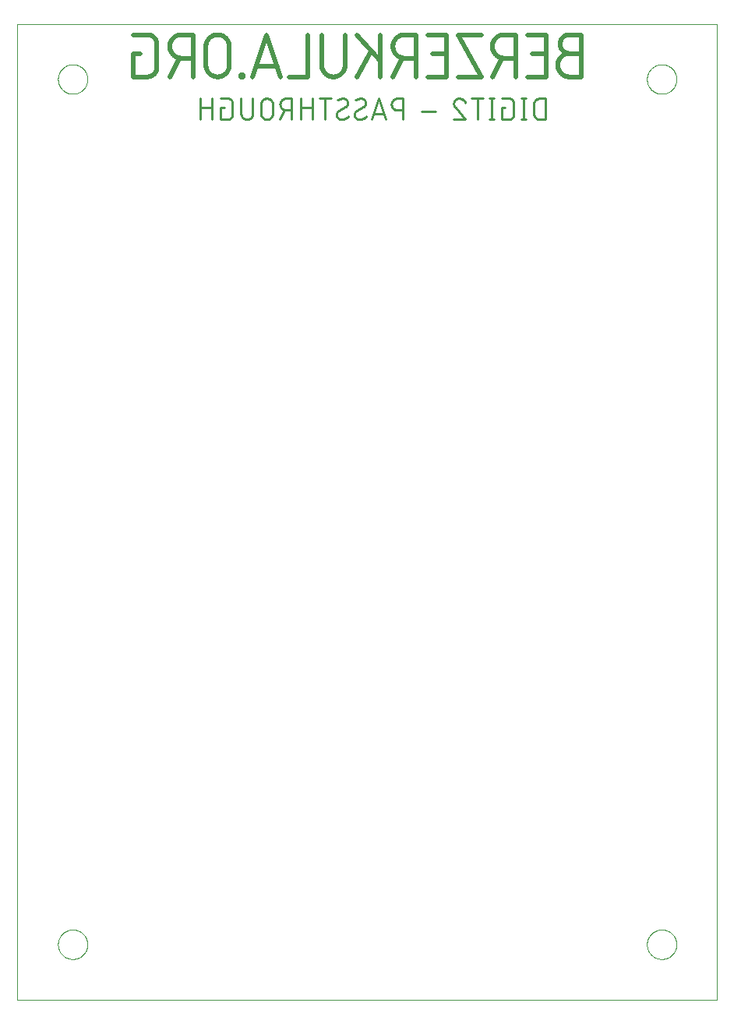
<source format=gbo>
From cceb5e82b0e293372273d1fe5e2c595636c86800 Mon Sep 17 00:00:00 2001
From: William Harrington <kb0iic@berzerkula.org>
Date: Sat, 13 Jul 2024 19:15:37 -0500
Subject: updates for Orator and 5x7 display.

---
 eagle/5x7 Display/5x7_LARGE_DIGIT2_6952.GBO | 6456 +++++++++++++--------------
 1 file changed, 3228 insertions(+), 3228 deletions(-)

(limited to 'eagle/5x7 Display/5x7_LARGE_DIGIT2_6952.GBO')

diff --git a/eagle/5x7 Display/5x7_LARGE_DIGIT2_6952.GBO b/eagle/5x7 Display/5x7_LARGE_DIGIT2_6952.GBO
index f923dc6..1ecbfb7 100644
--- a/eagle/5x7 Display/5x7_LARGE_DIGIT2_6952.GBO	
+++ b/eagle/5x7 Display/5x7_LARGE_DIGIT2_6952.GBO	
@@ -1,3228 +1,3228 @@
-G75*
-%MOIN*%
-%OFA0B0*%
-%FSLAX25Y25*%
-%IPPOS*%
-%LPD*%
-%AMOC8*
-5,1,8,0,0,1.08239X$1,22.5*
-%
-%ADD10C,0.00000*%
-%ADD11C,0.02000*%
-%ADD12C,0.01000*%
-D10*
-X0012961Y0010993D02*
-X0012961Y0428315D01*
-X0312174Y0428315D01*
-X0312174Y0010993D01*
-X0012961Y0010993D01*
-X0030284Y0034615D02*
-X0030286Y0034773D01*
-X0030292Y0034931D01*
-X0030302Y0035089D01*
-X0030316Y0035247D01*
-X0030334Y0035404D01*
-X0030355Y0035561D01*
-X0030381Y0035717D01*
-X0030411Y0035873D01*
-X0030444Y0036028D01*
-X0030482Y0036181D01*
-X0030523Y0036334D01*
-X0030568Y0036486D01*
-X0030617Y0036637D01*
-X0030670Y0036786D01*
-X0030726Y0036934D01*
-X0030786Y0037080D01*
-X0030850Y0037225D01*
-X0030918Y0037368D01*
-X0030989Y0037510D01*
-X0031063Y0037650D01*
-X0031141Y0037787D01*
-X0031223Y0037923D01*
-X0031307Y0038057D01*
-X0031396Y0038188D01*
-X0031487Y0038317D01*
-X0031582Y0038444D01*
-X0031679Y0038569D01*
-X0031780Y0038691D01*
-X0031884Y0038810D01*
-X0031991Y0038927D01*
-X0032101Y0039041D01*
-X0032214Y0039152D01*
-X0032329Y0039261D01*
-X0032447Y0039366D01*
-X0032568Y0039468D01*
-X0032691Y0039568D01*
-X0032817Y0039664D01*
-X0032945Y0039757D01*
-X0033075Y0039847D01*
-X0033208Y0039933D01*
-X0033343Y0040017D01*
-X0033479Y0040096D01*
-X0033618Y0040173D01*
-X0033759Y0040245D01*
-X0033901Y0040315D01*
-X0034045Y0040380D01*
-X0034191Y0040442D01*
-X0034338Y0040500D01*
-X0034487Y0040555D01*
-X0034637Y0040606D01*
-X0034788Y0040653D01*
-X0034940Y0040696D01*
-X0035093Y0040735D01*
-X0035248Y0040771D01*
-X0035403Y0040802D01*
-X0035559Y0040830D01*
-X0035715Y0040854D01*
-X0035872Y0040874D01*
-X0036030Y0040890D01*
-X0036187Y0040902D01*
-X0036346Y0040910D01*
-X0036504Y0040914D01*
-X0036662Y0040914D01*
-X0036820Y0040910D01*
-X0036979Y0040902D01*
-X0037136Y0040890D01*
-X0037294Y0040874D01*
-X0037451Y0040854D01*
-X0037607Y0040830D01*
-X0037763Y0040802D01*
-X0037918Y0040771D01*
-X0038073Y0040735D01*
-X0038226Y0040696D01*
-X0038378Y0040653D01*
-X0038529Y0040606D01*
-X0038679Y0040555D01*
-X0038828Y0040500D01*
-X0038975Y0040442D01*
-X0039121Y0040380D01*
-X0039265Y0040315D01*
-X0039407Y0040245D01*
-X0039548Y0040173D01*
-X0039687Y0040096D01*
-X0039823Y0040017D01*
-X0039958Y0039933D01*
-X0040091Y0039847D01*
-X0040221Y0039757D01*
-X0040349Y0039664D01*
-X0040475Y0039568D01*
-X0040598Y0039468D01*
-X0040719Y0039366D01*
-X0040837Y0039261D01*
-X0040952Y0039152D01*
-X0041065Y0039041D01*
-X0041175Y0038927D01*
-X0041282Y0038810D01*
-X0041386Y0038691D01*
-X0041487Y0038569D01*
-X0041584Y0038444D01*
-X0041679Y0038317D01*
-X0041770Y0038188D01*
-X0041859Y0038057D01*
-X0041943Y0037923D01*
-X0042025Y0037787D01*
-X0042103Y0037650D01*
-X0042177Y0037510D01*
-X0042248Y0037368D01*
-X0042316Y0037225D01*
-X0042380Y0037080D01*
-X0042440Y0036934D01*
-X0042496Y0036786D01*
-X0042549Y0036637D01*
-X0042598Y0036486D01*
-X0042643Y0036334D01*
-X0042684Y0036181D01*
-X0042722Y0036028D01*
-X0042755Y0035873D01*
-X0042785Y0035717D01*
-X0042811Y0035561D01*
-X0042832Y0035404D01*
-X0042850Y0035247D01*
-X0042864Y0035089D01*
-X0042874Y0034931D01*
-X0042880Y0034773D01*
-X0042882Y0034615D01*
-X0042880Y0034457D01*
-X0042874Y0034299D01*
-X0042864Y0034141D01*
-X0042850Y0033983D01*
-X0042832Y0033826D01*
-X0042811Y0033669D01*
-X0042785Y0033513D01*
-X0042755Y0033357D01*
-X0042722Y0033202D01*
-X0042684Y0033049D01*
-X0042643Y0032896D01*
-X0042598Y0032744D01*
-X0042549Y0032593D01*
-X0042496Y0032444D01*
-X0042440Y0032296D01*
-X0042380Y0032150D01*
-X0042316Y0032005D01*
-X0042248Y0031862D01*
-X0042177Y0031720D01*
-X0042103Y0031580D01*
-X0042025Y0031443D01*
-X0041943Y0031307D01*
-X0041859Y0031173D01*
-X0041770Y0031042D01*
-X0041679Y0030913D01*
-X0041584Y0030786D01*
-X0041487Y0030661D01*
-X0041386Y0030539D01*
-X0041282Y0030420D01*
-X0041175Y0030303D01*
-X0041065Y0030189D01*
-X0040952Y0030078D01*
-X0040837Y0029969D01*
-X0040719Y0029864D01*
-X0040598Y0029762D01*
-X0040475Y0029662D01*
-X0040349Y0029566D01*
-X0040221Y0029473D01*
-X0040091Y0029383D01*
-X0039958Y0029297D01*
-X0039823Y0029213D01*
-X0039687Y0029134D01*
-X0039548Y0029057D01*
-X0039407Y0028985D01*
-X0039265Y0028915D01*
-X0039121Y0028850D01*
-X0038975Y0028788D01*
-X0038828Y0028730D01*
-X0038679Y0028675D01*
-X0038529Y0028624D01*
-X0038378Y0028577D01*
-X0038226Y0028534D01*
-X0038073Y0028495D01*
-X0037918Y0028459D01*
-X0037763Y0028428D01*
-X0037607Y0028400D01*
-X0037451Y0028376D01*
-X0037294Y0028356D01*
-X0037136Y0028340D01*
-X0036979Y0028328D01*
-X0036820Y0028320D01*
-X0036662Y0028316D01*
-X0036504Y0028316D01*
-X0036346Y0028320D01*
-X0036187Y0028328D01*
-X0036030Y0028340D01*
-X0035872Y0028356D01*
-X0035715Y0028376D01*
-X0035559Y0028400D01*
-X0035403Y0028428D01*
-X0035248Y0028459D01*
-X0035093Y0028495D01*
-X0034940Y0028534D01*
-X0034788Y0028577D01*
-X0034637Y0028624D01*
-X0034487Y0028675D01*
-X0034338Y0028730D01*
-X0034191Y0028788D01*
-X0034045Y0028850D01*
-X0033901Y0028915D01*
-X0033759Y0028985D01*
-X0033618Y0029057D01*
-X0033479Y0029134D01*
-X0033343Y0029213D01*
-X0033208Y0029297D01*
-X0033075Y0029383D01*
-X0032945Y0029473D01*
-X0032817Y0029566D01*
-X0032691Y0029662D01*
-X0032568Y0029762D01*
-X0032447Y0029864D01*
-X0032329Y0029969D01*
-X0032214Y0030078D01*
-X0032101Y0030189D01*
-X0031991Y0030303D01*
-X0031884Y0030420D01*
-X0031780Y0030539D01*
-X0031679Y0030661D01*
-X0031582Y0030786D01*
-X0031487Y0030913D01*
-X0031396Y0031042D01*
-X0031307Y0031173D01*
-X0031223Y0031307D01*
-X0031141Y0031443D01*
-X0031063Y0031580D01*
-X0030989Y0031720D01*
-X0030918Y0031862D01*
-X0030850Y0032005D01*
-X0030786Y0032150D01*
-X0030726Y0032296D01*
-X0030670Y0032444D01*
-X0030617Y0032593D01*
-X0030568Y0032744D01*
-X0030523Y0032896D01*
-X0030482Y0033049D01*
-X0030444Y0033202D01*
-X0030411Y0033357D01*
-X0030381Y0033513D01*
-X0030355Y0033669D01*
-X0030334Y0033826D01*
-X0030316Y0033983D01*
-X0030302Y0034141D01*
-X0030292Y0034299D01*
-X0030286Y0034457D01*
-X0030284Y0034615D01*
-X0282253Y0034615D02*
-X0282255Y0034773D01*
-X0282261Y0034931D01*
-X0282271Y0035089D01*
-X0282285Y0035247D01*
-X0282303Y0035404D01*
-X0282324Y0035561D01*
-X0282350Y0035717D01*
-X0282380Y0035873D01*
-X0282413Y0036028D01*
-X0282451Y0036181D01*
-X0282492Y0036334D01*
-X0282537Y0036486D01*
-X0282586Y0036637D01*
-X0282639Y0036786D01*
-X0282695Y0036934D01*
-X0282755Y0037080D01*
-X0282819Y0037225D01*
-X0282887Y0037368D01*
-X0282958Y0037510D01*
-X0283032Y0037650D01*
-X0283110Y0037787D01*
-X0283192Y0037923D01*
-X0283276Y0038057D01*
-X0283365Y0038188D01*
-X0283456Y0038317D01*
-X0283551Y0038444D01*
-X0283648Y0038569D01*
-X0283749Y0038691D01*
-X0283853Y0038810D01*
-X0283960Y0038927D01*
-X0284070Y0039041D01*
-X0284183Y0039152D01*
-X0284298Y0039261D01*
-X0284416Y0039366D01*
-X0284537Y0039468D01*
-X0284660Y0039568D01*
-X0284786Y0039664D01*
-X0284914Y0039757D01*
-X0285044Y0039847D01*
-X0285177Y0039933D01*
-X0285312Y0040017D01*
-X0285448Y0040096D01*
-X0285587Y0040173D01*
-X0285728Y0040245D01*
-X0285870Y0040315D01*
-X0286014Y0040380D01*
-X0286160Y0040442D01*
-X0286307Y0040500D01*
-X0286456Y0040555D01*
-X0286606Y0040606D01*
-X0286757Y0040653D01*
-X0286909Y0040696D01*
-X0287062Y0040735D01*
-X0287217Y0040771D01*
-X0287372Y0040802D01*
-X0287528Y0040830D01*
-X0287684Y0040854D01*
-X0287841Y0040874D01*
-X0287999Y0040890D01*
-X0288156Y0040902D01*
-X0288315Y0040910D01*
-X0288473Y0040914D01*
-X0288631Y0040914D01*
-X0288789Y0040910D01*
-X0288948Y0040902D01*
-X0289105Y0040890D01*
-X0289263Y0040874D01*
-X0289420Y0040854D01*
-X0289576Y0040830D01*
-X0289732Y0040802D01*
-X0289887Y0040771D01*
-X0290042Y0040735D01*
-X0290195Y0040696D01*
-X0290347Y0040653D01*
-X0290498Y0040606D01*
-X0290648Y0040555D01*
-X0290797Y0040500D01*
-X0290944Y0040442D01*
-X0291090Y0040380D01*
-X0291234Y0040315D01*
-X0291376Y0040245D01*
-X0291517Y0040173D01*
-X0291656Y0040096D01*
-X0291792Y0040017D01*
-X0291927Y0039933D01*
-X0292060Y0039847D01*
-X0292190Y0039757D01*
-X0292318Y0039664D01*
-X0292444Y0039568D01*
-X0292567Y0039468D01*
-X0292688Y0039366D01*
-X0292806Y0039261D01*
-X0292921Y0039152D01*
-X0293034Y0039041D01*
-X0293144Y0038927D01*
-X0293251Y0038810D01*
-X0293355Y0038691D01*
-X0293456Y0038569D01*
-X0293553Y0038444D01*
-X0293648Y0038317D01*
-X0293739Y0038188D01*
-X0293828Y0038057D01*
-X0293912Y0037923D01*
-X0293994Y0037787D01*
-X0294072Y0037650D01*
-X0294146Y0037510D01*
-X0294217Y0037368D01*
-X0294285Y0037225D01*
-X0294349Y0037080D01*
-X0294409Y0036934D01*
-X0294465Y0036786D01*
-X0294518Y0036637D01*
-X0294567Y0036486D01*
-X0294612Y0036334D01*
-X0294653Y0036181D01*
-X0294691Y0036028D01*
-X0294724Y0035873D01*
-X0294754Y0035717D01*
-X0294780Y0035561D01*
-X0294801Y0035404D01*
-X0294819Y0035247D01*
-X0294833Y0035089D01*
-X0294843Y0034931D01*
-X0294849Y0034773D01*
-X0294851Y0034615D01*
-X0294849Y0034457D01*
-X0294843Y0034299D01*
-X0294833Y0034141D01*
-X0294819Y0033983D01*
-X0294801Y0033826D01*
-X0294780Y0033669D01*
-X0294754Y0033513D01*
-X0294724Y0033357D01*
-X0294691Y0033202D01*
-X0294653Y0033049D01*
-X0294612Y0032896D01*
-X0294567Y0032744D01*
-X0294518Y0032593D01*
-X0294465Y0032444D01*
-X0294409Y0032296D01*
-X0294349Y0032150D01*
-X0294285Y0032005D01*
-X0294217Y0031862D01*
-X0294146Y0031720D01*
-X0294072Y0031580D01*
-X0293994Y0031443D01*
-X0293912Y0031307D01*
-X0293828Y0031173D01*
-X0293739Y0031042D01*
-X0293648Y0030913D01*
-X0293553Y0030786D01*
-X0293456Y0030661D01*
-X0293355Y0030539D01*
-X0293251Y0030420D01*
-X0293144Y0030303D01*
-X0293034Y0030189D01*
-X0292921Y0030078D01*
-X0292806Y0029969D01*
-X0292688Y0029864D01*
-X0292567Y0029762D01*
-X0292444Y0029662D01*
-X0292318Y0029566D01*
-X0292190Y0029473D01*
-X0292060Y0029383D01*
-X0291927Y0029297D01*
-X0291792Y0029213D01*
-X0291656Y0029134D01*
-X0291517Y0029057D01*
-X0291376Y0028985D01*
-X0291234Y0028915D01*
-X0291090Y0028850D01*
-X0290944Y0028788D01*
-X0290797Y0028730D01*
-X0290648Y0028675D01*
-X0290498Y0028624D01*
-X0290347Y0028577D01*
-X0290195Y0028534D01*
-X0290042Y0028495D01*
-X0289887Y0028459D01*
-X0289732Y0028428D01*
-X0289576Y0028400D01*
-X0289420Y0028376D01*
-X0289263Y0028356D01*
-X0289105Y0028340D01*
-X0288948Y0028328D01*
-X0288789Y0028320D01*
-X0288631Y0028316D01*
-X0288473Y0028316D01*
-X0288315Y0028320D01*
-X0288156Y0028328D01*
-X0287999Y0028340D01*
-X0287841Y0028356D01*
-X0287684Y0028376D01*
-X0287528Y0028400D01*
-X0287372Y0028428D01*
-X0287217Y0028459D01*
-X0287062Y0028495D01*
-X0286909Y0028534D01*
-X0286757Y0028577D01*
-X0286606Y0028624D01*
-X0286456Y0028675D01*
-X0286307Y0028730D01*
-X0286160Y0028788D01*
-X0286014Y0028850D01*
-X0285870Y0028915D01*
-X0285728Y0028985D01*
-X0285587Y0029057D01*
-X0285448Y0029134D01*
-X0285312Y0029213D01*
-X0285177Y0029297D01*
-X0285044Y0029383D01*
-X0284914Y0029473D01*
-X0284786Y0029566D01*
-X0284660Y0029662D01*
-X0284537Y0029762D01*
-X0284416Y0029864D01*
-X0284298Y0029969D01*
-X0284183Y0030078D01*
-X0284070Y0030189D01*
-X0283960Y0030303D01*
-X0283853Y0030420D01*
-X0283749Y0030539D01*
-X0283648Y0030661D01*
-X0283551Y0030786D01*
-X0283456Y0030913D01*
-X0283365Y0031042D01*
-X0283276Y0031173D01*
-X0283192Y0031307D01*
-X0283110Y0031443D01*
-X0283032Y0031580D01*
-X0282958Y0031720D01*
-X0282887Y0031862D01*
-X0282819Y0032005D01*
-X0282755Y0032150D01*
-X0282695Y0032296D01*
-X0282639Y0032444D01*
-X0282586Y0032593D01*
-X0282537Y0032744D01*
-X0282492Y0032896D01*
-X0282451Y0033049D01*
-X0282413Y0033202D01*
-X0282380Y0033357D01*
-X0282350Y0033513D01*
-X0282324Y0033669D01*
-X0282303Y0033826D01*
-X0282285Y0033983D01*
-X0282271Y0034141D01*
-X0282261Y0034299D01*
-X0282255Y0034457D01*
-X0282253Y0034615D01*
-X0282253Y0404693D02*
-X0282255Y0404851D01*
-X0282261Y0405009D01*
-X0282271Y0405167D01*
-X0282285Y0405325D01*
-X0282303Y0405482D01*
-X0282324Y0405639D01*
-X0282350Y0405795D01*
-X0282380Y0405951D01*
-X0282413Y0406106D01*
-X0282451Y0406259D01*
-X0282492Y0406412D01*
-X0282537Y0406564D01*
-X0282586Y0406715D01*
-X0282639Y0406864D01*
-X0282695Y0407012D01*
-X0282755Y0407158D01*
-X0282819Y0407303D01*
-X0282887Y0407446D01*
-X0282958Y0407588D01*
-X0283032Y0407728D01*
-X0283110Y0407865D01*
-X0283192Y0408001D01*
-X0283276Y0408135D01*
-X0283365Y0408266D01*
-X0283456Y0408395D01*
-X0283551Y0408522D01*
-X0283648Y0408647D01*
-X0283749Y0408769D01*
-X0283853Y0408888D01*
-X0283960Y0409005D01*
-X0284070Y0409119D01*
-X0284183Y0409230D01*
-X0284298Y0409339D01*
-X0284416Y0409444D01*
-X0284537Y0409546D01*
-X0284660Y0409646D01*
-X0284786Y0409742D01*
-X0284914Y0409835D01*
-X0285044Y0409925D01*
-X0285177Y0410011D01*
-X0285312Y0410095D01*
-X0285448Y0410174D01*
-X0285587Y0410251D01*
-X0285728Y0410323D01*
-X0285870Y0410393D01*
-X0286014Y0410458D01*
-X0286160Y0410520D01*
-X0286307Y0410578D01*
-X0286456Y0410633D01*
-X0286606Y0410684D01*
-X0286757Y0410731D01*
-X0286909Y0410774D01*
-X0287062Y0410813D01*
-X0287217Y0410849D01*
-X0287372Y0410880D01*
-X0287528Y0410908D01*
-X0287684Y0410932D01*
-X0287841Y0410952D01*
-X0287999Y0410968D01*
-X0288156Y0410980D01*
-X0288315Y0410988D01*
-X0288473Y0410992D01*
-X0288631Y0410992D01*
-X0288789Y0410988D01*
-X0288948Y0410980D01*
-X0289105Y0410968D01*
-X0289263Y0410952D01*
-X0289420Y0410932D01*
-X0289576Y0410908D01*
-X0289732Y0410880D01*
-X0289887Y0410849D01*
-X0290042Y0410813D01*
-X0290195Y0410774D01*
-X0290347Y0410731D01*
-X0290498Y0410684D01*
-X0290648Y0410633D01*
-X0290797Y0410578D01*
-X0290944Y0410520D01*
-X0291090Y0410458D01*
-X0291234Y0410393D01*
-X0291376Y0410323D01*
-X0291517Y0410251D01*
-X0291656Y0410174D01*
-X0291792Y0410095D01*
-X0291927Y0410011D01*
-X0292060Y0409925D01*
-X0292190Y0409835D01*
-X0292318Y0409742D01*
-X0292444Y0409646D01*
-X0292567Y0409546D01*
-X0292688Y0409444D01*
-X0292806Y0409339D01*
-X0292921Y0409230D01*
-X0293034Y0409119D01*
-X0293144Y0409005D01*
-X0293251Y0408888D01*
-X0293355Y0408769D01*
-X0293456Y0408647D01*
-X0293553Y0408522D01*
-X0293648Y0408395D01*
-X0293739Y0408266D01*
-X0293828Y0408135D01*
-X0293912Y0408001D01*
-X0293994Y0407865D01*
-X0294072Y0407728D01*
-X0294146Y0407588D01*
-X0294217Y0407446D01*
-X0294285Y0407303D01*
-X0294349Y0407158D01*
-X0294409Y0407012D01*
-X0294465Y0406864D01*
-X0294518Y0406715D01*
-X0294567Y0406564D01*
-X0294612Y0406412D01*
-X0294653Y0406259D01*
-X0294691Y0406106D01*
-X0294724Y0405951D01*
-X0294754Y0405795D01*
-X0294780Y0405639D01*
-X0294801Y0405482D01*
-X0294819Y0405325D01*
-X0294833Y0405167D01*
-X0294843Y0405009D01*
-X0294849Y0404851D01*
-X0294851Y0404693D01*
-X0294849Y0404535D01*
-X0294843Y0404377D01*
-X0294833Y0404219D01*
-X0294819Y0404061D01*
-X0294801Y0403904D01*
-X0294780Y0403747D01*
-X0294754Y0403591D01*
-X0294724Y0403435D01*
-X0294691Y0403280D01*
-X0294653Y0403127D01*
-X0294612Y0402974D01*
-X0294567Y0402822D01*
-X0294518Y0402671D01*
-X0294465Y0402522D01*
-X0294409Y0402374D01*
-X0294349Y0402228D01*
-X0294285Y0402083D01*
-X0294217Y0401940D01*
-X0294146Y0401798D01*
-X0294072Y0401658D01*
-X0293994Y0401521D01*
-X0293912Y0401385D01*
-X0293828Y0401251D01*
-X0293739Y0401120D01*
-X0293648Y0400991D01*
-X0293553Y0400864D01*
-X0293456Y0400739D01*
-X0293355Y0400617D01*
-X0293251Y0400498D01*
-X0293144Y0400381D01*
-X0293034Y0400267D01*
-X0292921Y0400156D01*
-X0292806Y0400047D01*
-X0292688Y0399942D01*
-X0292567Y0399840D01*
-X0292444Y0399740D01*
-X0292318Y0399644D01*
-X0292190Y0399551D01*
-X0292060Y0399461D01*
-X0291927Y0399375D01*
-X0291792Y0399291D01*
-X0291656Y0399212D01*
-X0291517Y0399135D01*
-X0291376Y0399063D01*
-X0291234Y0398993D01*
-X0291090Y0398928D01*
-X0290944Y0398866D01*
-X0290797Y0398808D01*
-X0290648Y0398753D01*
-X0290498Y0398702D01*
-X0290347Y0398655D01*
-X0290195Y0398612D01*
-X0290042Y0398573D01*
-X0289887Y0398537D01*
-X0289732Y0398506D01*
-X0289576Y0398478D01*
-X0289420Y0398454D01*
-X0289263Y0398434D01*
-X0289105Y0398418D01*
-X0288948Y0398406D01*
-X0288789Y0398398D01*
-X0288631Y0398394D01*
-X0288473Y0398394D01*
-X0288315Y0398398D01*
-X0288156Y0398406D01*
-X0287999Y0398418D01*
-X0287841Y0398434D01*
-X0287684Y0398454D01*
-X0287528Y0398478D01*
-X0287372Y0398506D01*
-X0287217Y0398537D01*
-X0287062Y0398573D01*
-X0286909Y0398612D01*
-X0286757Y0398655D01*
-X0286606Y0398702D01*
-X0286456Y0398753D01*
-X0286307Y0398808D01*
-X0286160Y0398866D01*
-X0286014Y0398928D01*
-X0285870Y0398993D01*
-X0285728Y0399063D01*
-X0285587Y0399135D01*
-X0285448Y0399212D01*
-X0285312Y0399291D01*
-X0285177Y0399375D01*
-X0285044Y0399461D01*
-X0284914Y0399551D01*
-X0284786Y0399644D01*
-X0284660Y0399740D01*
-X0284537Y0399840D01*
-X0284416Y0399942D01*
-X0284298Y0400047D01*
-X0284183Y0400156D01*
-X0284070Y0400267D01*
-X0283960Y0400381D01*
-X0283853Y0400498D01*
-X0283749Y0400617D01*
-X0283648Y0400739D01*
-X0283551Y0400864D01*
-X0283456Y0400991D01*
-X0283365Y0401120D01*
-X0283276Y0401251D01*
-X0283192Y0401385D01*
-X0283110Y0401521D01*
-X0283032Y0401658D01*
-X0282958Y0401798D01*
-X0282887Y0401940D01*
-X0282819Y0402083D01*
-X0282755Y0402228D01*
-X0282695Y0402374D01*
-X0282639Y0402522D01*
-X0282586Y0402671D01*
-X0282537Y0402822D01*
-X0282492Y0402974D01*
-X0282451Y0403127D01*
-X0282413Y0403280D01*
-X0282380Y0403435D01*
-X0282350Y0403591D01*
-X0282324Y0403747D01*
-X0282303Y0403904D01*
-X0282285Y0404061D01*
-X0282271Y0404219D01*
-X0282261Y0404377D01*
-X0282255Y0404535D01*
-X0282253Y0404693D01*
-X0030284Y0404693D02*
-X0030286Y0404851D01*
-X0030292Y0405009D01*
-X0030302Y0405167D01*
-X0030316Y0405325D01*
-X0030334Y0405482D01*
-X0030355Y0405639D01*
-X0030381Y0405795D01*
-X0030411Y0405951D01*
-X0030444Y0406106D01*
-X0030482Y0406259D01*
-X0030523Y0406412D01*
-X0030568Y0406564D01*
-X0030617Y0406715D01*
-X0030670Y0406864D01*
-X0030726Y0407012D01*
-X0030786Y0407158D01*
-X0030850Y0407303D01*
-X0030918Y0407446D01*
-X0030989Y0407588D01*
-X0031063Y0407728D01*
-X0031141Y0407865D01*
-X0031223Y0408001D01*
-X0031307Y0408135D01*
-X0031396Y0408266D01*
-X0031487Y0408395D01*
-X0031582Y0408522D01*
-X0031679Y0408647D01*
-X0031780Y0408769D01*
-X0031884Y0408888D01*
-X0031991Y0409005D01*
-X0032101Y0409119D01*
-X0032214Y0409230D01*
-X0032329Y0409339D01*
-X0032447Y0409444D01*
-X0032568Y0409546D01*
-X0032691Y0409646D01*
-X0032817Y0409742D01*
-X0032945Y0409835D01*
-X0033075Y0409925D01*
-X0033208Y0410011D01*
-X0033343Y0410095D01*
-X0033479Y0410174D01*
-X0033618Y0410251D01*
-X0033759Y0410323D01*
-X0033901Y0410393D01*
-X0034045Y0410458D01*
-X0034191Y0410520D01*
-X0034338Y0410578D01*
-X0034487Y0410633D01*
-X0034637Y0410684D01*
-X0034788Y0410731D01*
-X0034940Y0410774D01*
-X0035093Y0410813D01*
-X0035248Y0410849D01*
-X0035403Y0410880D01*
-X0035559Y0410908D01*
-X0035715Y0410932D01*
-X0035872Y0410952D01*
-X0036030Y0410968D01*
-X0036187Y0410980D01*
-X0036346Y0410988D01*
-X0036504Y0410992D01*
-X0036662Y0410992D01*
-X0036820Y0410988D01*
-X0036979Y0410980D01*
-X0037136Y0410968D01*
-X0037294Y0410952D01*
-X0037451Y0410932D01*
-X0037607Y0410908D01*
-X0037763Y0410880D01*
-X0037918Y0410849D01*
-X0038073Y0410813D01*
-X0038226Y0410774D01*
-X0038378Y0410731D01*
-X0038529Y0410684D01*
-X0038679Y0410633D01*
-X0038828Y0410578D01*
-X0038975Y0410520D01*
-X0039121Y0410458D01*
-X0039265Y0410393D01*
-X0039407Y0410323D01*
-X0039548Y0410251D01*
-X0039687Y0410174D01*
-X0039823Y0410095D01*
-X0039958Y0410011D01*
-X0040091Y0409925D01*
-X0040221Y0409835D01*
-X0040349Y0409742D01*
-X0040475Y0409646D01*
-X0040598Y0409546D01*
-X0040719Y0409444D01*
-X0040837Y0409339D01*
-X0040952Y0409230D01*
-X0041065Y0409119D01*
-X0041175Y0409005D01*
-X0041282Y0408888D01*
-X0041386Y0408769D01*
-X0041487Y0408647D01*
-X0041584Y0408522D01*
-X0041679Y0408395D01*
-X0041770Y0408266D01*
-X0041859Y0408135D01*
-X0041943Y0408001D01*
-X0042025Y0407865D01*
-X0042103Y0407728D01*
-X0042177Y0407588D01*
-X0042248Y0407446D01*
-X0042316Y0407303D01*
-X0042380Y0407158D01*
-X0042440Y0407012D01*
-X0042496Y0406864D01*
-X0042549Y0406715D01*
-X0042598Y0406564D01*
-X0042643Y0406412D01*
-X0042684Y0406259D01*
-X0042722Y0406106D01*
-X0042755Y0405951D01*
-X0042785Y0405795D01*
-X0042811Y0405639D01*
-X0042832Y0405482D01*
-X0042850Y0405325D01*
-X0042864Y0405167D01*
-X0042874Y0405009D01*
-X0042880Y0404851D01*
-X0042882Y0404693D01*
-X0042880Y0404535D01*
-X0042874Y0404377D01*
-X0042864Y0404219D01*
-X0042850Y0404061D01*
-X0042832Y0403904D01*
-X0042811Y0403747D01*
-X0042785Y0403591D01*
-X0042755Y0403435D01*
-X0042722Y0403280D01*
-X0042684Y0403127D01*
-X0042643Y0402974D01*
-X0042598Y0402822D01*
-X0042549Y0402671D01*
-X0042496Y0402522D01*
-X0042440Y0402374D01*
-X0042380Y0402228D01*
-X0042316Y0402083D01*
-X0042248Y0401940D01*
-X0042177Y0401798D01*
-X0042103Y0401658D01*
-X0042025Y0401521D01*
-X0041943Y0401385D01*
-X0041859Y0401251D01*
-X0041770Y0401120D01*
-X0041679Y0400991D01*
-X0041584Y0400864D01*
-X0041487Y0400739D01*
-X0041386Y0400617D01*
-X0041282Y0400498D01*
-X0041175Y0400381D01*
-X0041065Y0400267D01*
-X0040952Y0400156D01*
-X0040837Y0400047D01*
-X0040719Y0399942D01*
-X0040598Y0399840D01*
-X0040475Y0399740D01*
-X0040349Y0399644D01*
-X0040221Y0399551D01*
-X0040091Y0399461D01*
-X0039958Y0399375D01*
-X0039823Y0399291D01*
-X0039687Y0399212D01*
-X0039548Y0399135D01*
-X0039407Y0399063D01*
-X0039265Y0398993D01*
-X0039121Y0398928D01*
-X0038975Y0398866D01*
-X0038828Y0398808D01*
-X0038679Y0398753D01*
-X0038529Y0398702D01*
-X0038378Y0398655D01*
-X0038226Y0398612D01*
-X0038073Y0398573D01*
-X0037918Y0398537D01*
-X0037763Y0398506D01*
-X0037607Y0398478D01*
-X0037451Y0398454D01*
-X0037294Y0398434D01*
-X0037136Y0398418D01*
-X0036979Y0398406D01*
-X0036820Y0398398D01*
-X0036662Y0398394D01*
-X0036504Y0398394D01*
-X0036346Y0398398D01*
-X0036187Y0398406D01*
-X0036030Y0398418D01*
-X0035872Y0398434D01*
-X0035715Y0398454D01*
-X0035559Y0398478D01*
-X0035403Y0398506D01*
-X0035248Y0398537D01*
-X0035093Y0398573D01*
-X0034940Y0398612D01*
-X0034788Y0398655D01*
-X0034637Y0398702D01*
-X0034487Y0398753D01*
-X0034338Y0398808D01*
-X0034191Y0398866D01*
-X0034045Y0398928D01*
-X0033901Y0398993D01*
-X0033759Y0399063D01*
-X0033618Y0399135D01*
-X0033479Y0399212D01*
-X0033343Y0399291D01*
-X0033208Y0399375D01*
-X0033075Y0399461D01*
-X0032945Y0399551D01*
-X0032817Y0399644D01*
-X0032691Y0399740D01*
-X0032568Y0399840D01*
-X0032447Y0399942D01*
-X0032329Y0400047D01*
-X0032214Y0400156D01*
-X0032101Y0400267D01*
-X0031991Y0400381D01*
-X0031884Y0400498D01*
-X0031780Y0400617D01*
-X0031679Y0400739D01*
-X0031582Y0400864D01*
-X0031487Y0400991D01*
-X0031396Y0401120D01*
-X0031307Y0401251D01*
-X0031223Y0401385D01*
-X0031141Y0401521D01*
-X0031063Y0401658D01*
-X0030989Y0401798D01*
-X0030918Y0401940D01*
-X0030850Y0402083D01*
-X0030786Y0402228D01*
-X0030726Y0402374D01*
-X0030670Y0402522D01*
-X0030617Y0402671D01*
-X0030568Y0402822D01*
-X0030523Y0402974D01*
-X0030482Y0403127D01*
-X0030444Y0403280D01*
-X0030411Y0403435D01*
-X0030381Y0403591D01*
-X0030355Y0403747D01*
-X0030334Y0403904D01*
-X0030316Y0404061D01*
-X0030302Y0404219D01*
-X0030292Y0404377D01*
-X0030286Y0404535D01*
-X0030284Y0404693D01*
-D11*
-X0062587Y0405693D02*
-X0068587Y0405693D01*
-X0068713Y0405695D01*
-X0068838Y0405701D01*
-X0068963Y0405711D01*
-X0069088Y0405725D01*
-X0069213Y0405742D01*
-X0069337Y0405764D01*
-X0069460Y0405789D01*
-X0069582Y0405819D01*
-X0069703Y0405852D01*
-X0069823Y0405889D01*
-X0069942Y0405929D01*
-X0070059Y0405974D01*
-X0070176Y0406022D01*
-X0070290Y0406074D01*
-X0070403Y0406129D01*
-X0070514Y0406188D01*
-X0070623Y0406250D01*
-X0070730Y0406316D01*
-X0070835Y0406385D01*
-X0070938Y0406457D01*
-X0071039Y0406532D01*
-X0071137Y0406611D01*
-X0071232Y0406693D01*
-X0071325Y0406777D01*
-X0071415Y0406865D01*
-X0071503Y0406955D01*
-X0071587Y0407048D01*
-X0071669Y0407143D01*
-X0071748Y0407241D01*
-X0071823Y0407342D01*
-X0071895Y0407445D01*
-X0071964Y0407550D01*
-X0072030Y0407657D01*
-X0072092Y0407766D01*
-X0072151Y0407877D01*
-X0072206Y0407990D01*
-X0072258Y0408104D01*
-X0072306Y0408221D01*
-X0072351Y0408338D01*
-X0072391Y0408457D01*
-X0072428Y0408577D01*
-X0072461Y0408698D01*
-X0072491Y0408820D01*
-X0072516Y0408943D01*
-X0072538Y0409067D01*
-X0072555Y0409192D01*
-X0072569Y0409317D01*
-X0072579Y0409442D01*
-X0072585Y0409567D01*
-X0072587Y0409693D01*
-X0072587Y0419693D01*
-X0072585Y0419819D01*
-X0072579Y0419944D01*
-X0072569Y0420069D01*
-X0072555Y0420194D01*
-X0072538Y0420319D01*
-X0072516Y0420443D01*
-X0072491Y0420566D01*
-X0072461Y0420688D01*
-X0072428Y0420809D01*
-X0072391Y0420929D01*
-X0072351Y0421048D01*
-X0072306Y0421165D01*
-X0072258Y0421282D01*
-X0072206Y0421396D01*
-X0072151Y0421509D01*
-X0072092Y0421620D01*
-X0072030Y0421729D01*
-X0071964Y0421836D01*
-X0071895Y0421941D01*
-X0071823Y0422044D01*
-X0071748Y0422145D01*
-X0071669Y0422243D01*
-X0071587Y0422338D01*
-X0071503Y0422431D01*
-X0071415Y0422521D01*
-X0071325Y0422609D01*
-X0071232Y0422693D01*
-X0071137Y0422775D01*
-X0071039Y0422854D01*
-X0070938Y0422929D01*
-X0070835Y0423001D01*
-X0070730Y0423070D01*
-X0070623Y0423136D01*
-X0070514Y0423198D01*
-X0070403Y0423257D01*
-X0070290Y0423312D01*
-X0070176Y0423364D01*
-X0070059Y0423412D01*
-X0069942Y0423457D01*
-X0069823Y0423497D01*
-X0069703Y0423534D01*
-X0069582Y0423567D01*
-X0069460Y0423597D01*
-X0069337Y0423622D01*
-X0069213Y0423644D01*
-X0069088Y0423661D01*
-X0068963Y0423675D01*
-X0068838Y0423685D01*
-X0068713Y0423691D01*
-X0068587Y0423693D01*
-X0062587Y0423693D01*
-X0062587Y0415693D02*
-X0062587Y0405693D01*
-X0062587Y0415693D02*
-X0065587Y0415693D01*
-X0078087Y0405693D02*
-X0082087Y0413693D01*
-X0083087Y0413693D02*
-X0088087Y0413693D01*
-X0093587Y0410693D02*
-X0093587Y0418693D01*
-X0088087Y0423693D02*
-X0083087Y0423693D01*
-X0082947Y0423691D01*
-X0082807Y0423685D01*
-X0082667Y0423675D01*
-X0082527Y0423662D01*
-X0082388Y0423644D01*
-X0082249Y0423622D01*
-X0082112Y0423597D01*
-X0081974Y0423568D01*
-X0081838Y0423535D01*
-X0081703Y0423498D01*
-X0081569Y0423457D01*
-X0081436Y0423412D01*
-X0081304Y0423364D01*
-X0081174Y0423312D01*
-X0081045Y0423257D01*
-X0080918Y0423198D01*
-X0080792Y0423135D01*
-X0080668Y0423069D01*
-X0080547Y0423000D01*
-X0080427Y0422927D01*
-X0080309Y0422850D01*
-X0080194Y0422771D01*
-X0080080Y0422688D01*
-X0079970Y0422602D01*
-X0079861Y0422513D01*
-X0079755Y0422421D01*
-X0079652Y0422326D01*
-X0079551Y0422229D01*
-X0079454Y0422128D01*
-X0079359Y0422025D01*
-X0079267Y0421919D01*
-X0079178Y0421810D01*
-X0079092Y0421700D01*
-X0079009Y0421586D01*
-X0078930Y0421471D01*
-X0078853Y0421353D01*
-X0078780Y0421233D01*
-X0078711Y0421112D01*
-X0078645Y0420988D01*
-X0078582Y0420862D01*
-X0078523Y0420735D01*
-X0078468Y0420606D01*
-X0078416Y0420476D01*
-X0078368Y0420344D01*
-X0078323Y0420211D01*
-X0078282Y0420077D01*
-X0078245Y0419942D01*
-X0078212Y0419806D01*
-X0078183Y0419668D01*
-X0078158Y0419531D01*
-X0078136Y0419392D01*
-X0078118Y0419253D01*
-X0078105Y0419113D01*
-X0078095Y0418973D01*
-X0078089Y0418833D01*
-X0078087Y0418693D01*
-X0078089Y0418553D01*
-X0078095Y0418413D01*
-X0078105Y0418273D01*
-X0078118Y0418133D01*
-X0078136Y0417994D01*
-X0078158Y0417855D01*
-X0078183Y0417718D01*
-X0078212Y0417580D01*
-X0078245Y0417444D01*
-X0078282Y0417309D01*
-X0078323Y0417175D01*
-X0078368Y0417042D01*
-X0078416Y0416910D01*
-X0078468Y0416780D01*
-X0078523Y0416651D01*
-X0078582Y0416524D01*
-X0078645Y0416398D01*
-X0078711Y0416274D01*
-X0078780Y0416153D01*
-X0078853Y0416033D01*
-X0078930Y0415915D01*
-X0079009Y0415800D01*
-X0079092Y0415686D01*
-X0079178Y0415576D01*
-X0079267Y0415467D01*
-X0079359Y0415361D01*
-X0079454Y0415258D01*
-X0079551Y0415157D01*
-X0079652Y0415060D01*
-X0079755Y0414965D01*
-X0079861Y0414873D01*
-X0079970Y0414784D01*
-X0080080Y0414698D01*
-X0080194Y0414615D01*
-X0080309Y0414536D01*
-X0080427Y0414459D01*
-X0080547Y0414386D01*
-X0080668Y0414317D01*
-X0080792Y0414251D01*
-X0080918Y0414188D01*
-X0081045Y0414129D01*
-X0081174Y0414074D01*
-X0081304Y0414022D01*
-X0081436Y0413974D01*
-X0081569Y0413929D01*
-X0081703Y0413888D01*
-X0081838Y0413851D01*
-X0081974Y0413818D01*
-X0082112Y0413789D01*
-X0082249Y0413764D01*
-X0082388Y0413742D01*
-X0082527Y0413724D01*
-X0082667Y0413711D01*
-X0082807Y0413701D01*
-X0082947Y0413695D01*
-X0083087Y0413693D01*
-X0088087Y0405693D02*
-X0088087Y0423693D01*
-X0093587Y0418693D02*
-X0093589Y0418833D01*
-X0093595Y0418973D01*
-X0093605Y0419113D01*
-X0093618Y0419253D01*
-X0093636Y0419392D01*
-X0093658Y0419531D01*
-X0093683Y0419668D01*
-X0093712Y0419806D01*
-X0093745Y0419942D01*
-X0093782Y0420077D01*
-X0093823Y0420211D01*
-X0093868Y0420344D01*
-X0093916Y0420476D01*
-X0093968Y0420606D01*
-X0094023Y0420735D01*
-X0094082Y0420862D01*
-X0094145Y0420988D01*
-X0094211Y0421112D01*
-X0094280Y0421233D01*
-X0094353Y0421353D01*
-X0094430Y0421471D01*
-X0094509Y0421586D01*
-X0094592Y0421700D01*
-X0094678Y0421810D01*
-X0094767Y0421919D01*
-X0094859Y0422025D01*
-X0094954Y0422128D01*
-X0095051Y0422229D01*
-X0095152Y0422326D01*
-X0095255Y0422421D01*
-X0095361Y0422513D01*
-X0095470Y0422602D01*
-X0095580Y0422688D01*
-X0095694Y0422771D01*
-X0095809Y0422850D01*
-X0095927Y0422927D01*
-X0096047Y0423000D01*
-X0096168Y0423069D01*
-X0096292Y0423135D01*
-X0096418Y0423198D01*
-X0096545Y0423257D01*
-X0096674Y0423312D01*
-X0096804Y0423364D01*
-X0096936Y0423412D01*
-X0097069Y0423457D01*
-X0097203Y0423498D01*
-X0097338Y0423535D01*
-X0097474Y0423568D01*
-X0097612Y0423597D01*
-X0097749Y0423622D01*
-X0097888Y0423644D01*
-X0098027Y0423662D01*
-X0098167Y0423675D01*
-X0098307Y0423685D01*
-X0098447Y0423691D01*
-X0098587Y0423693D01*
-X0098727Y0423691D01*
-X0098867Y0423685D01*
-X0099007Y0423675D01*
-X0099147Y0423662D01*
-X0099286Y0423644D01*
-X0099425Y0423622D01*
-X0099562Y0423597D01*
-X0099700Y0423568D01*
-X0099836Y0423535D01*
-X0099971Y0423498D01*
-X0100105Y0423457D01*
-X0100238Y0423412D01*
-X0100370Y0423364D01*
-X0100500Y0423312D01*
-X0100629Y0423257D01*
-X0100756Y0423198D01*
-X0100882Y0423135D01*
-X0101006Y0423069D01*
-X0101127Y0423000D01*
-X0101247Y0422927D01*
-X0101365Y0422850D01*
-X0101480Y0422771D01*
-X0101594Y0422688D01*
-X0101704Y0422602D01*
-X0101813Y0422513D01*
-X0101919Y0422421D01*
-X0102022Y0422326D01*
-X0102123Y0422229D01*
-X0102220Y0422128D01*
-X0102315Y0422025D01*
-X0102407Y0421919D01*
-X0102496Y0421810D01*
-X0102582Y0421700D01*
-X0102665Y0421586D01*
-X0102744Y0421471D01*
-X0102821Y0421353D01*
-X0102894Y0421233D01*
-X0102963Y0421112D01*
-X0103029Y0420988D01*
-X0103092Y0420862D01*
-X0103151Y0420735D01*
-X0103206Y0420606D01*
-X0103258Y0420476D01*
-X0103306Y0420344D01*
-X0103351Y0420211D01*
-X0103392Y0420077D01*
-X0103429Y0419942D01*
-X0103462Y0419806D01*
-X0103491Y0419668D01*
-X0103516Y0419531D01*
-X0103538Y0419392D01*
-X0103556Y0419253D01*
-X0103569Y0419113D01*
-X0103579Y0418973D01*
-X0103585Y0418833D01*
-X0103587Y0418693D01*
-X0103587Y0410693D01*
-X0108587Y0406693D02*
-X0108587Y0405693D01*
-X0109587Y0405693D01*
-X0109587Y0406693D01*
-X0108587Y0406693D01*
-X0113587Y0405693D02*
-X0119587Y0423693D01*
-X0125587Y0405693D01*
-X0129087Y0405693D02*
-X0137087Y0405693D01*
-X0137087Y0423693D01*
-X0143087Y0423693D02*
-X0143087Y0410693D01*
-X0143089Y0410553D01*
-X0143095Y0410413D01*
-X0143105Y0410273D01*
-X0143118Y0410133D01*
-X0143136Y0409994D01*
-X0143158Y0409855D01*
-X0143183Y0409718D01*
-X0143212Y0409580D01*
-X0143245Y0409444D01*
-X0143282Y0409309D01*
-X0143323Y0409175D01*
-X0143368Y0409042D01*
-X0143416Y0408910D01*
-X0143468Y0408780D01*
-X0143523Y0408651D01*
-X0143582Y0408524D01*
-X0143645Y0408398D01*
-X0143711Y0408274D01*
-X0143780Y0408153D01*
-X0143853Y0408033D01*
-X0143930Y0407915D01*
-X0144009Y0407800D01*
-X0144092Y0407686D01*
-X0144178Y0407576D01*
-X0144267Y0407467D01*
-X0144359Y0407361D01*
-X0144454Y0407258D01*
-X0144551Y0407157D01*
-X0144652Y0407060D01*
-X0144755Y0406965D01*
-X0144861Y0406873D01*
-X0144970Y0406784D01*
-X0145080Y0406698D01*
-X0145194Y0406615D01*
-X0145309Y0406536D01*
-X0145427Y0406459D01*
-X0145547Y0406386D01*
-X0145668Y0406317D01*
-X0145792Y0406251D01*
-X0145918Y0406188D01*
-X0146045Y0406129D01*
-X0146174Y0406074D01*
-X0146304Y0406022D01*
-X0146436Y0405974D01*
-X0146569Y0405929D01*
-X0146703Y0405888D01*
-X0146838Y0405851D01*
-X0146974Y0405818D01*
-X0147112Y0405789D01*
-X0147249Y0405764D01*
-X0147388Y0405742D01*
-X0147527Y0405724D01*
-X0147667Y0405711D01*
-X0147807Y0405701D01*
-X0147947Y0405695D01*
-X0148087Y0405693D01*
-X0148227Y0405695D01*
-X0148367Y0405701D01*
-X0148507Y0405711D01*
-X0148647Y0405724D01*
-X0148786Y0405742D01*
-X0148925Y0405764D01*
-X0149062Y0405789D01*
-X0149200Y0405818D01*
-X0149336Y0405851D01*
-X0149471Y0405888D01*
-X0149605Y0405929D01*
-X0149738Y0405974D01*
-X0149870Y0406022D01*
-X0150000Y0406074D01*
-X0150129Y0406129D01*
-X0150256Y0406188D01*
-X0150382Y0406251D01*
-X0150506Y0406317D01*
-X0150627Y0406386D01*
-X0150747Y0406459D01*
-X0150865Y0406536D01*
-X0150980Y0406615D01*
-X0151094Y0406698D01*
-X0151204Y0406784D01*
-X0151313Y0406873D01*
-X0151419Y0406965D01*
-X0151522Y0407060D01*
-X0151623Y0407157D01*
-X0151720Y0407258D01*
-X0151815Y0407361D01*
-X0151907Y0407467D01*
-X0151996Y0407576D01*
-X0152082Y0407686D01*
-X0152165Y0407800D01*
-X0152244Y0407915D01*
-X0152321Y0408033D01*
-X0152394Y0408153D01*
-X0152463Y0408274D01*
-X0152529Y0408398D01*
-X0152592Y0408524D01*
-X0152651Y0408651D01*
-X0152706Y0408780D01*
-X0152758Y0408910D01*
-X0152806Y0409042D01*
-X0152851Y0409175D01*
-X0152892Y0409309D01*
-X0152929Y0409444D01*
-X0152962Y0409580D01*
-X0152991Y0409718D01*
-X0153016Y0409855D01*
-X0153038Y0409994D01*
-X0153056Y0410133D01*
-X0153069Y0410273D01*
-X0153079Y0410413D01*
-X0153085Y0410553D01*
-X0153087Y0410693D01*
-X0153087Y0423693D01*
-X0158087Y0423693D02*
-X0168087Y0412693D01*
-X0168087Y0405693D02*
-X0168087Y0423693D01*
-X0164087Y0416693D02*
-X0158087Y0405693D01*
-X0173587Y0405693D02*
-X0177587Y0413693D01*
-X0178587Y0413693D02*
-X0183587Y0413693D01*
-X0178587Y0413693D02*
-X0178447Y0413695D01*
-X0178307Y0413701D01*
-X0178167Y0413711D01*
-X0178027Y0413724D01*
-X0177888Y0413742D01*
-X0177749Y0413764D01*
-X0177612Y0413789D01*
-X0177474Y0413818D01*
-X0177338Y0413851D01*
-X0177203Y0413888D01*
-X0177069Y0413929D01*
-X0176936Y0413974D01*
-X0176804Y0414022D01*
-X0176674Y0414074D01*
-X0176545Y0414129D01*
-X0176418Y0414188D01*
-X0176292Y0414251D01*
-X0176168Y0414317D01*
-X0176047Y0414386D01*
-X0175927Y0414459D01*
-X0175809Y0414536D01*
-X0175694Y0414615D01*
-X0175580Y0414698D01*
-X0175470Y0414784D01*
-X0175361Y0414873D01*
-X0175255Y0414965D01*
-X0175152Y0415060D01*
-X0175051Y0415157D01*
-X0174954Y0415258D01*
-X0174859Y0415361D01*
-X0174767Y0415467D01*
-X0174678Y0415576D01*
-X0174592Y0415686D01*
-X0174509Y0415800D01*
-X0174430Y0415915D01*
-X0174353Y0416033D01*
-X0174280Y0416153D01*
-X0174211Y0416274D01*
-X0174145Y0416398D01*
-X0174082Y0416524D01*
-X0174023Y0416651D01*
-X0173968Y0416780D01*
-X0173916Y0416910D01*
-X0173868Y0417042D01*
-X0173823Y0417175D01*
-X0173782Y0417309D01*
-X0173745Y0417444D01*
-X0173712Y0417580D01*
-X0173683Y0417718D01*
-X0173658Y0417855D01*
-X0173636Y0417994D01*
-X0173618Y0418133D01*
-X0173605Y0418273D01*
-X0173595Y0418413D01*
-X0173589Y0418553D01*
-X0173587Y0418693D01*
-X0173589Y0418833D01*
-X0173595Y0418973D01*
-X0173605Y0419113D01*
-X0173618Y0419253D01*
-X0173636Y0419392D01*
-X0173658Y0419531D01*
-X0173683Y0419668D01*
-X0173712Y0419806D01*
-X0173745Y0419942D01*
-X0173782Y0420077D01*
-X0173823Y0420211D01*
-X0173868Y0420344D01*
-X0173916Y0420476D01*
-X0173968Y0420606D01*
-X0174023Y0420735D01*
-X0174082Y0420862D01*
-X0174145Y0420988D01*
-X0174211Y0421112D01*
-X0174280Y0421233D01*
-X0174353Y0421353D01*
-X0174430Y0421471D01*
-X0174509Y0421586D01*
-X0174592Y0421700D01*
-X0174678Y0421810D01*
-X0174767Y0421919D01*
-X0174859Y0422025D01*
-X0174954Y0422128D01*
-X0175051Y0422229D01*
-X0175152Y0422326D01*
-X0175255Y0422421D01*
-X0175361Y0422513D01*
-X0175470Y0422602D01*
-X0175580Y0422688D01*
-X0175694Y0422771D01*
-X0175809Y0422850D01*
-X0175927Y0422927D01*
-X0176047Y0423000D01*
-X0176168Y0423069D01*
-X0176292Y0423135D01*
-X0176418Y0423198D01*
-X0176545Y0423257D01*
-X0176674Y0423312D01*
-X0176804Y0423364D01*
-X0176936Y0423412D01*
-X0177069Y0423457D01*
-X0177203Y0423498D01*
-X0177338Y0423535D01*
-X0177474Y0423568D01*
-X0177612Y0423597D01*
-X0177749Y0423622D01*
-X0177888Y0423644D01*
-X0178027Y0423662D01*
-X0178167Y0423675D01*
-X0178307Y0423685D01*
-X0178447Y0423691D01*
-X0178587Y0423693D01*
-X0183587Y0423693D01*
-X0183587Y0405693D01*
-X0188587Y0405693D02*
-X0196587Y0405693D01*
-X0196587Y0423693D01*
-X0188587Y0423693D01*
-X0190587Y0415693D02*
-X0196587Y0415693D01*
-X0201587Y0423693D02*
-X0211587Y0405693D01*
-X0201587Y0405693D01*
-X0216087Y0405693D02*
-X0220087Y0413693D01*
-X0221087Y0413693D02*
-X0226087Y0413693D01*
-X0221087Y0413693D02*
-X0220947Y0413695D01*
-X0220807Y0413701D01*
-X0220667Y0413711D01*
-X0220527Y0413724D01*
-X0220388Y0413742D01*
-X0220249Y0413764D01*
-X0220112Y0413789D01*
-X0219974Y0413818D01*
-X0219838Y0413851D01*
-X0219703Y0413888D01*
-X0219569Y0413929D01*
-X0219436Y0413974D01*
-X0219304Y0414022D01*
-X0219174Y0414074D01*
-X0219045Y0414129D01*
-X0218918Y0414188D01*
-X0218792Y0414251D01*
-X0218668Y0414317D01*
-X0218547Y0414386D01*
-X0218427Y0414459D01*
-X0218309Y0414536D01*
-X0218194Y0414615D01*
-X0218080Y0414698D01*
-X0217970Y0414784D01*
-X0217861Y0414873D01*
-X0217755Y0414965D01*
-X0217652Y0415060D01*
-X0217551Y0415157D01*
-X0217454Y0415258D01*
-X0217359Y0415361D01*
-X0217267Y0415467D01*
-X0217178Y0415576D01*
-X0217092Y0415686D01*
-X0217009Y0415800D01*
-X0216930Y0415915D01*
-X0216853Y0416033D01*
-X0216780Y0416153D01*
-X0216711Y0416274D01*
-X0216645Y0416398D01*
-X0216582Y0416524D01*
-X0216523Y0416651D01*
-X0216468Y0416780D01*
-X0216416Y0416910D01*
-X0216368Y0417042D01*
-X0216323Y0417175D01*
-X0216282Y0417309D01*
-X0216245Y0417444D01*
-X0216212Y0417580D01*
-X0216183Y0417718D01*
-X0216158Y0417855D01*
-X0216136Y0417994D01*
-X0216118Y0418133D01*
-X0216105Y0418273D01*
-X0216095Y0418413D01*
-X0216089Y0418553D01*
-X0216087Y0418693D01*
-X0216089Y0418833D01*
-X0216095Y0418973D01*
-X0216105Y0419113D01*
-X0216118Y0419253D01*
-X0216136Y0419392D01*
-X0216158Y0419531D01*
-X0216183Y0419668D01*
-X0216212Y0419806D01*
-X0216245Y0419942D01*
-X0216282Y0420077D01*
-X0216323Y0420211D01*
-X0216368Y0420344D01*
-X0216416Y0420476D01*
-X0216468Y0420606D01*
-X0216523Y0420735D01*
-X0216582Y0420862D01*
-X0216645Y0420988D01*
-X0216711Y0421112D01*
-X0216780Y0421233D01*
-X0216853Y0421353D01*
-X0216930Y0421471D01*
-X0217009Y0421586D01*
-X0217092Y0421700D01*
-X0217178Y0421810D01*
-X0217267Y0421919D01*
-X0217359Y0422025D01*
-X0217454Y0422128D01*
-X0217551Y0422229D01*
-X0217652Y0422326D01*
-X0217755Y0422421D01*
-X0217861Y0422513D01*
-X0217970Y0422602D01*
-X0218080Y0422688D01*
-X0218194Y0422771D01*
-X0218309Y0422850D01*
-X0218427Y0422927D01*
-X0218547Y0423000D01*
-X0218668Y0423069D01*
-X0218792Y0423135D01*
-X0218918Y0423198D01*
-X0219045Y0423257D01*
-X0219174Y0423312D01*
-X0219304Y0423364D01*
-X0219436Y0423412D01*
-X0219569Y0423457D01*
-X0219703Y0423498D01*
-X0219838Y0423535D01*
-X0219974Y0423568D01*
-X0220112Y0423597D01*
-X0220249Y0423622D01*
-X0220388Y0423644D01*
-X0220527Y0423662D01*
-X0220667Y0423675D01*
-X0220807Y0423685D01*
-X0220947Y0423691D01*
-X0221087Y0423693D01*
-X0226087Y0423693D01*
-X0226087Y0405693D01*
-X0231087Y0405693D02*
-X0239087Y0405693D01*
-X0239087Y0423693D01*
-X0231087Y0423693D01*
-X0233087Y0415693D02*
-X0239087Y0415693D01*
-X0249087Y0415693D02*
-X0254087Y0415693D01*
-X0249087Y0415693D02*
-X0248961Y0415695D01*
-X0248836Y0415701D01*
-X0248711Y0415711D01*
-X0248586Y0415725D01*
-X0248461Y0415742D01*
-X0248337Y0415764D01*
-X0248214Y0415789D01*
-X0248092Y0415819D01*
-X0247971Y0415852D01*
-X0247851Y0415889D01*
-X0247732Y0415929D01*
-X0247615Y0415974D01*
-X0247498Y0416022D01*
-X0247384Y0416074D01*
-X0247271Y0416129D01*
-X0247160Y0416188D01*
-X0247051Y0416250D01*
-X0246944Y0416316D01*
-X0246839Y0416385D01*
-X0246736Y0416457D01*
-X0246635Y0416532D01*
-X0246537Y0416611D01*
-X0246442Y0416693D01*
-X0246349Y0416777D01*
-X0246259Y0416865D01*
-X0246171Y0416955D01*
-X0246087Y0417048D01*
-X0246005Y0417143D01*
-X0245926Y0417241D01*
-X0245851Y0417342D01*
-X0245779Y0417445D01*
-X0245710Y0417550D01*
-X0245644Y0417657D01*
-X0245582Y0417766D01*
-X0245523Y0417877D01*
-X0245468Y0417990D01*
-X0245416Y0418104D01*
-X0245368Y0418221D01*
-X0245323Y0418338D01*
-X0245283Y0418457D01*
-X0245246Y0418577D01*
-X0245213Y0418698D01*
-X0245183Y0418820D01*
-X0245158Y0418943D01*
-X0245136Y0419067D01*
-X0245119Y0419192D01*
-X0245105Y0419317D01*
-X0245095Y0419442D01*
-X0245089Y0419567D01*
-X0245087Y0419693D01*
-X0245089Y0419819D01*
-X0245095Y0419944D01*
-X0245105Y0420069D01*
-X0245119Y0420194D01*
-X0245136Y0420319D01*
-X0245158Y0420443D01*
-X0245183Y0420566D01*
-X0245213Y0420688D01*
-X0245246Y0420809D01*
-X0245283Y0420929D01*
-X0245323Y0421048D01*
-X0245368Y0421165D01*
-X0245416Y0421282D01*
-X0245468Y0421396D01*
-X0245523Y0421509D01*
-X0245582Y0421620D01*
-X0245644Y0421729D01*
-X0245710Y0421836D01*
-X0245779Y0421941D01*
-X0245851Y0422044D01*
-X0245926Y0422145D01*
-X0246005Y0422243D01*
-X0246087Y0422338D01*
-X0246171Y0422431D01*
-X0246259Y0422521D01*
-X0246349Y0422609D01*
-X0246442Y0422693D01*
-X0246537Y0422775D01*
-X0246635Y0422854D01*
-X0246736Y0422929D01*
-X0246839Y0423001D01*
-X0246944Y0423070D01*
-X0247051Y0423136D01*
-X0247160Y0423198D01*
-X0247271Y0423257D01*
-X0247384Y0423312D01*
-X0247498Y0423364D01*
-X0247615Y0423412D01*
-X0247732Y0423457D01*
-X0247851Y0423497D01*
-X0247971Y0423534D01*
-X0248092Y0423567D01*
-X0248214Y0423597D01*
-X0248337Y0423622D01*
-X0248461Y0423644D01*
-X0248586Y0423661D01*
-X0248711Y0423675D01*
-X0248836Y0423685D01*
-X0248961Y0423691D01*
-X0249087Y0423693D01*
-X0254087Y0423693D01*
-X0254087Y0405693D01*
-X0249087Y0405693D01*
-X0248947Y0405695D01*
-X0248807Y0405701D01*
-X0248667Y0405711D01*
-X0248527Y0405724D01*
-X0248388Y0405742D01*
-X0248249Y0405764D01*
-X0248112Y0405789D01*
-X0247974Y0405818D01*
-X0247838Y0405851D01*
-X0247703Y0405888D01*
-X0247569Y0405929D01*
-X0247436Y0405974D01*
-X0247304Y0406022D01*
-X0247174Y0406074D01*
-X0247045Y0406129D01*
-X0246918Y0406188D01*
-X0246792Y0406251D01*
-X0246668Y0406317D01*
-X0246547Y0406386D01*
-X0246427Y0406459D01*
-X0246309Y0406536D01*
-X0246194Y0406615D01*
-X0246080Y0406698D01*
-X0245970Y0406784D01*
-X0245861Y0406873D01*
-X0245755Y0406965D01*
-X0245652Y0407060D01*
-X0245551Y0407157D01*
-X0245454Y0407258D01*
-X0245359Y0407361D01*
-X0245267Y0407467D01*
-X0245178Y0407576D01*
-X0245092Y0407686D01*
-X0245009Y0407800D01*
-X0244930Y0407915D01*
-X0244853Y0408033D01*
-X0244780Y0408153D01*
-X0244711Y0408274D01*
-X0244645Y0408398D01*
-X0244582Y0408524D01*
-X0244523Y0408651D01*
-X0244468Y0408780D01*
-X0244416Y0408910D01*
-X0244368Y0409042D01*
-X0244323Y0409175D01*
-X0244282Y0409309D01*
-X0244245Y0409444D01*
-X0244212Y0409580D01*
-X0244183Y0409718D01*
-X0244158Y0409855D01*
-X0244136Y0409994D01*
-X0244118Y0410133D01*
-X0244105Y0410273D01*
-X0244095Y0410413D01*
-X0244089Y0410553D01*
-X0244087Y0410693D01*
-X0244089Y0410833D01*
-X0244095Y0410973D01*
-X0244105Y0411113D01*
-X0244118Y0411253D01*
-X0244136Y0411392D01*
-X0244158Y0411531D01*
-X0244183Y0411668D01*
-X0244212Y0411806D01*
-X0244245Y0411942D01*
-X0244282Y0412077D01*
-X0244323Y0412211D01*
-X0244368Y0412344D01*
-X0244416Y0412476D01*
-X0244468Y0412606D01*
-X0244523Y0412735D01*
-X0244582Y0412862D01*
-X0244645Y0412988D01*
-X0244711Y0413112D01*
-X0244780Y0413233D01*
-X0244853Y0413353D01*
-X0244930Y0413471D01*
-X0245009Y0413586D01*
-X0245092Y0413700D01*
-X0245178Y0413810D01*
-X0245267Y0413919D01*
-X0245359Y0414025D01*
-X0245454Y0414128D01*
-X0245551Y0414229D01*
-X0245652Y0414326D01*
-X0245755Y0414421D01*
-X0245861Y0414513D01*
-X0245970Y0414602D01*
-X0246080Y0414688D01*
-X0246194Y0414771D01*
-X0246309Y0414850D01*
-X0246427Y0414927D01*
-X0246547Y0415000D01*
-X0246668Y0415069D01*
-X0246792Y0415135D01*
-X0246918Y0415198D01*
-X0247045Y0415257D01*
-X0247174Y0415312D01*
-X0247304Y0415364D01*
-X0247436Y0415412D01*
-X0247569Y0415457D01*
-X0247703Y0415498D01*
-X0247838Y0415535D01*
-X0247974Y0415568D01*
-X0248112Y0415597D01*
-X0248249Y0415622D01*
-X0248388Y0415644D01*
-X0248527Y0415662D01*
-X0248667Y0415675D01*
-X0248807Y0415685D01*
-X0248947Y0415691D01*
-X0249087Y0415693D01*
-X0211587Y0423693D02*
-X0201587Y0423693D01*
-X0124087Y0410193D02*
-X0115087Y0410193D01*
-X0103587Y0410693D02*
-X0103585Y0410553D01*
-X0103579Y0410413D01*
-X0103569Y0410273D01*
-X0103556Y0410133D01*
-X0103538Y0409994D01*
-X0103516Y0409855D01*
-X0103491Y0409718D01*
-X0103462Y0409580D01*
-X0103429Y0409444D01*
-X0103392Y0409309D01*
-X0103351Y0409175D01*
-X0103306Y0409042D01*
-X0103258Y0408910D01*
-X0103206Y0408780D01*
-X0103151Y0408651D01*
-X0103092Y0408524D01*
-X0103029Y0408398D01*
-X0102963Y0408274D01*
-X0102894Y0408153D01*
-X0102821Y0408033D01*
-X0102744Y0407915D01*
-X0102665Y0407800D01*
-X0102582Y0407686D01*
-X0102496Y0407576D01*
-X0102407Y0407467D01*
-X0102315Y0407361D01*
-X0102220Y0407258D01*
-X0102123Y0407157D01*
-X0102022Y0407060D01*
-X0101919Y0406965D01*
-X0101813Y0406873D01*
-X0101704Y0406784D01*
-X0101594Y0406698D01*
-X0101480Y0406615D01*
-X0101365Y0406536D01*
-X0101247Y0406459D01*
-X0101127Y0406386D01*
-X0101006Y0406317D01*
-X0100882Y0406251D01*
-X0100756Y0406188D01*
-X0100629Y0406129D01*
-X0100500Y0406074D01*
-X0100370Y0406022D01*
-X0100238Y0405974D01*
-X0100105Y0405929D01*
-X0099971Y0405888D01*
-X0099836Y0405851D01*
-X0099700Y0405818D01*
-X0099562Y0405789D01*
-X0099425Y0405764D01*
-X0099286Y0405742D01*
-X0099147Y0405724D01*
-X0099007Y0405711D01*
-X0098867Y0405701D01*
-X0098727Y0405695D01*
-X0098587Y0405693D01*
-X0098447Y0405695D01*
-X0098307Y0405701D01*
-X0098167Y0405711D01*
-X0098027Y0405724D01*
-X0097888Y0405742D01*
-X0097749Y0405764D01*
-X0097612Y0405789D01*
-X0097474Y0405818D01*
-X0097338Y0405851D01*
-X0097203Y0405888D01*
-X0097069Y0405929D01*
-X0096936Y0405974D01*
-X0096804Y0406022D01*
-X0096674Y0406074D01*
-X0096545Y0406129D01*
-X0096418Y0406188D01*
-X0096292Y0406251D01*
-X0096168Y0406317D01*
-X0096047Y0406386D01*
-X0095927Y0406459D01*
-X0095809Y0406536D01*
-X0095694Y0406615D01*
-X0095580Y0406698D01*
-X0095470Y0406784D01*
-X0095361Y0406873D01*
-X0095255Y0406965D01*
-X0095152Y0407060D01*
-X0095051Y0407157D01*
-X0094954Y0407258D01*
-X0094859Y0407361D01*
-X0094767Y0407467D01*
-X0094678Y0407576D01*
-X0094592Y0407686D01*
-X0094509Y0407800D01*
-X0094430Y0407915D01*
-X0094353Y0408033D01*
-X0094280Y0408153D01*
-X0094211Y0408274D01*
-X0094145Y0408398D01*
-X0094082Y0408524D01*
-X0094023Y0408651D01*
-X0093968Y0408780D01*
-X0093916Y0408910D01*
-X0093868Y0409042D01*
-X0093823Y0409175D01*
-X0093782Y0409309D01*
-X0093745Y0409444D01*
-X0093712Y0409580D01*
-X0093683Y0409718D01*
-X0093658Y0409855D01*
-X0093636Y0409994D01*
-X0093618Y0410133D01*
-X0093605Y0410273D01*
-X0093595Y0410413D01*
-X0093589Y0410553D01*
-X0093587Y0410693D01*
-D12*
-X0096085Y0396477D02*
-X0096085Y0387477D01*
-X0099853Y0387477D02*
-X0099853Y0392477D01*
-X0101353Y0392477D01*
-X0104853Y0394477D02*
-X0104851Y0394564D01*
-X0104845Y0394651D01*
-X0104836Y0394738D01*
-X0104823Y0394824D01*
-X0104806Y0394910D01*
-X0104785Y0394995D01*
-X0104760Y0395078D01*
-X0104732Y0395161D01*
-X0104701Y0395242D01*
-X0104666Y0395322D01*
-X0104627Y0395400D01*
-X0104585Y0395477D01*
-X0104540Y0395552D01*
-X0104491Y0395624D01*
-X0104440Y0395695D01*
-X0104385Y0395763D01*
-X0104328Y0395828D01*
-X0104267Y0395891D01*
-X0104204Y0395952D01*
-X0104139Y0396009D01*
-X0104071Y0396064D01*
-X0104000Y0396115D01*
-X0103928Y0396164D01*
-X0103853Y0396209D01*
-X0103776Y0396251D01*
-X0103698Y0396290D01*
-X0103618Y0396325D01*
-X0103537Y0396356D01*
-X0103454Y0396384D01*
-X0103371Y0396409D01*
-X0103286Y0396430D01*
-X0103200Y0396447D01*
-X0103114Y0396460D01*
-X0103027Y0396469D01*
-X0102940Y0396475D01*
-X0102853Y0396477D01*
-X0099853Y0396477D01*
-X0096085Y0392477D02*
-X0091085Y0392477D01*
-X0091085Y0396477D02*
-X0091085Y0387477D01*
-X0099853Y0387477D02*
-X0102853Y0387477D01*
-X0102940Y0387479D01*
-X0103027Y0387485D01*
-X0103114Y0387494D01*
-X0103200Y0387507D01*
-X0103286Y0387524D01*
-X0103371Y0387545D01*
-X0103454Y0387570D01*
-X0103537Y0387598D01*
-X0103618Y0387629D01*
-X0103698Y0387664D01*
-X0103776Y0387703D01*
-X0103853Y0387745D01*
-X0103928Y0387790D01*
-X0104000Y0387839D01*
-X0104071Y0387890D01*
-X0104139Y0387945D01*
-X0104204Y0388002D01*
-X0104267Y0388063D01*
-X0104328Y0388126D01*
-X0104385Y0388191D01*
-X0104440Y0388259D01*
-X0104491Y0388330D01*
-X0104540Y0388402D01*
-X0104585Y0388477D01*
-X0104627Y0388554D01*
-X0104666Y0388632D01*
-X0104701Y0388712D01*
-X0104732Y0388793D01*
-X0104760Y0388876D01*
-X0104785Y0388959D01*
-X0104806Y0389044D01*
-X0104823Y0389130D01*
-X0104836Y0389216D01*
-X0104845Y0389303D01*
-X0104851Y0389390D01*
-X0104853Y0389477D01*
-X0104853Y0394477D01*
-X0108621Y0396477D02*
-X0108621Y0389977D01*
-X0108623Y0389879D01*
-X0108629Y0389781D01*
-X0108638Y0389683D01*
-X0108652Y0389586D01*
-X0108669Y0389489D01*
-X0108690Y0389393D01*
-X0108715Y0389298D01*
-X0108743Y0389204D01*
-X0108776Y0389112D01*
-X0108811Y0389020D01*
-X0108851Y0388930D01*
-X0108893Y0388842D01*
-X0108940Y0388755D01*
-X0108989Y0388671D01*
-X0109042Y0388588D01*
-X0109098Y0388508D01*
-X0109158Y0388429D01*
-X0109220Y0388353D01*
-X0109285Y0388280D01*
-X0109353Y0388209D01*
-X0109424Y0388141D01*
-X0109497Y0388076D01*
-X0109573Y0388014D01*
-X0109652Y0387954D01*
-X0109732Y0387898D01*
-X0109815Y0387845D01*
-X0109899Y0387796D01*
-X0109986Y0387749D01*
-X0110074Y0387707D01*
-X0110164Y0387667D01*
-X0110256Y0387632D01*
-X0110348Y0387599D01*
-X0110442Y0387571D01*
-X0110537Y0387546D01*
-X0110633Y0387525D01*
-X0110730Y0387508D01*
-X0110827Y0387494D01*
-X0110925Y0387485D01*
-X0111023Y0387479D01*
-X0111121Y0387477D01*
-X0111219Y0387479D01*
-X0111317Y0387485D01*
-X0111415Y0387494D01*
-X0111512Y0387508D01*
-X0111609Y0387525D01*
-X0111705Y0387546D01*
-X0111800Y0387571D01*
-X0111894Y0387599D01*
-X0111986Y0387632D01*
-X0112078Y0387667D01*
-X0112168Y0387707D01*
-X0112256Y0387749D01*
-X0112343Y0387796D01*
-X0112427Y0387845D01*
-X0112510Y0387898D01*
-X0112590Y0387954D01*
-X0112669Y0388014D01*
-X0112745Y0388076D01*
-X0112818Y0388141D01*
-X0112889Y0388209D01*
-X0112957Y0388280D01*
-X0113022Y0388353D01*
-X0113084Y0388429D01*
-X0113144Y0388508D01*
-X0113200Y0388588D01*
-X0113253Y0388671D01*
-X0113302Y0388755D01*
-X0113349Y0388842D01*
-X0113391Y0388930D01*
-X0113431Y0389020D01*
-X0113466Y0389112D01*
-X0113499Y0389204D01*
-X0113527Y0389298D01*
-X0113552Y0389393D01*
-X0113573Y0389489D01*
-X0113590Y0389586D01*
-X0113604Y0389683D01*
-X0113613Y0389781D01*
-X0113619Y0389879D01*
-X0113621Y0389977D01*
-X0113621Y0396477D01*
-X0117115Y0393977D02*
-X0117115Y0389977D01*
-X0117117Y0389879D01*
-X0117123Y0389781D01*
-X0117132Y0389683D01*
-X0117146Y0389586D01*
-X0117163Y0389489D01*
-X0117184Y0389393D01*
-X0117209Y0389298D01*
-X0117237Y0389204D01*
-X0117270Y0389112D01*
-X0117305Y0389020D01*
-X0117345Y0388930D01*
-X0117387Y0388842D01*
-X0117434Y0388755D01*
-X0117483Y0388671D01*
-X0117536Y0388588D01*
-X0117592Y0388508D01*
-X0117652Y0388429D01*
-X0117714Y0388353D01*
-X0117779Y0388280D01*
-X0117847Y0388209D01*
-X0117918Y0388141D01*
-X0117991Y0388076D01*
-X0118067Y0388014D01*
-X0118146Y0387954D01*
-X0118226Y0387898D01*
-X0118309Y0387845D01*
-X0118393Y0387796D01*
-X0118480Y0387749D01*
-X0118568Y0387707D01*
-X0118658Y0387667D01*
-X0118750Y0387632D01*
-X0118842Y0387599D01*
-X0118936Y0387571D01*
-X0119031Y0387546D01*
-X0119127Y0387525D01*
-X0119224Y0387508D01*
-X0119321Y0387494D01*
-X0119419Y0387485D01*
-X0119517Y0387479D01*
-X0119615Y0387477D01*
-X0119713Y0387479D01*
-X0119811Y0387485D01*
-X0119909Y0387494D01*
-X0120006Y0387508D01*
-X0120103Y0387525D01*
-X0120199Y0387546D01*
-X0120294Y0387571D01*
-X0120388Y0387599D01*
-X0120480Y0387632D01*
-X0120572Y0387667D01*
-X0120662Y0387707D01*
-X0120750Y0387749D01*
-X0120837Y0387796D01*
-X0120921Y0387845D01*
-X0121004Y0387898D01*
-X0121084Y0387954D01*
-X0121163Y0388014D01*
-X0121239Y0388076D01*
-X0121312Y0388141D01*
-X0121383Y0388209D01*
-X0121451Y0388280D01*
-X0121516Y0388353D01*
-X0121578Y0388429D01*
-X0121638Y0388508D01*
-X0121694Y0388588D01*
-X0121747Y0388671D01*
-X0121796Y0388755D01*
-X0121843Y0388842D01*
-X0121885Y0388930D01*
-X0121925Y0389020D01*
-X0121960Y0389112D01*
-X0121993Y0389204D01*
-X0122021Y0389298D01*
-X0122046Y0389393D01*
-X0122067Y0389489D01*
-X0122084Y0389586D01*
-X0122098Y0389683D01*
-X0122107Y0389781D01*
-X0122113Y0389879D01*
-X0122115Y0389977D01*
-X0122115Y0393977D01*
-X0122113Y0394075D01*
-X0122107Y0394173D01*
-X0122098Y0394271D01*
-X0122084Y0394368D01*
-X0122067Y0394465D01*
-X0122046Y0394561D01*
-X0122021Y0394656D01*
-X0121993Y0394750D01*
-X0121960Y0394842D01*
-X0121925Y0394934D01*
-X0121885Y0395024D01*
-X0121843Y0395112D01*
-X0121796Y0395199D01*
-X0121747Y0395283D01*
-X0121694Y0395366D01*
-X0121638Y0395446D01*
-X0121578Y0395525D01*
-X0121516Y0395601D01*
-X0121451Y0395674D01*
-X0121383Y0395745D01*
-X0121312Y0395813D01*
-X0121239Y0395878D01*
-X0121163Y0395940D01*
-X0121084Y0396000D01*
-X0121004Y0396056D01*
-X0120921Y0396109D01*
-X0120837Y0396158D01*
-X0120750Y0396205D01*
-X0120662Y0396247D01*
-X0120572Y0396287D01*
-X0120480Y0396322D01*
-X0120388Y0396355D01*
-X0120294Y0396383D01*
-X0120199Y0396408D01*
-X0120103Y0396429D01*
-X0120006Y0396446D01*
-X0119909Y0396460D01*
-X0119811Y0396469D01*
-X0119713Y0396475D01*
-X0119615Y0396477D01*
-X0119517Y0396475D01*
-X0119419Y0396469D01*
-X0119321Y0396460D01*
-X0119224Y0396446D01*
-X0119127Y0396429D01*
-X0119031Y0396408D01*
-X0118936Y0396383D01*
-X0118842Y0396355D01*
-X0118750Y0396322D01*
-X0118658Y0396287D01*
-X0118568Y0396247D01*
-X0118480Y0396205D01*
-X0118393Y0396158D01*
-X0118309Y0396109D01*
-X0118226Y0396056D01*
-X0118146Y0396000D01*
-X0118067Y0395940D01*
-X0117991Y0395878D01*
-X0117918Y0395813D01*
-X0117847Y0395745D01*
-X0117779Y0395674D01*
-X0117714Y0395601D01*
-X0117652Y0395525D01*
-X0117592Y0395446D01*
-X0117536Y0395366D01*
-X0117483Y0395283D01*
-X0117434Y0395199D01*
-X0117387Y0395112D01*
-X0117345Y0395024D01*
-X0117305Y0394934D01*
-X0117270Y0394842D01*
-X0117237Y0394750D01*
-X0117209Y0394656D01*
-X0117184Y0394561D01*
-X0117163Y0394465D01*
-X0117146Y0394368D01*
-X0117132Y0394271D01*
-X0117123Y0394173D01*
-X0117117Y0394075D01*
-X0117115Y0393977D01*
-X0125303Y0387477D02*
-X0127303Y0391477D01*
-X0127803Y0391477D02*
-X0130303Y0391477D01*
-X0127803Y0391477D02*
-X0127705Y0391479D01*
-X0127607Y0391485D01*
-X0127509Y0391494D01*
-X0127412Y0391508D01*
-X0127315Y0391525D01*
-X0127219Y0391546D01*
-X0127124Y0391571D01*
-X0127030Y0391599D01*
-X0126938Y0391632D01*
-X0126846Y0391667D01*
-X0126756Y0391707D01*
-X0126668Y0391749D01*
-X0126581Y0391796D01*
-X0126497Y0391845D01*
-X0126414Y0391898D01*
-X0126334Y0391954D01*
-X0126255Y0392014D01*
-X0126179Y0392076D01*
-X0126106Y0392141D01*
-X0126035Y0392209D01*
-X0125967Y0392280D01*
-X0125902Y0392353D01*
-X0125840Y0392429D01*
-X0125780Y0392508D01*
-X0125724Y0392588D01*
-X0125671Y0392671D01*
-X0125622Y0392755D01*
-X0125575Y0392842D01*
-X0125533Y0392930D01*
-X0125493Y0393020D01*
-X0125458Y0393112D01*
-X0125425Y0393204D01*
-X0125397Y0393298D01*
-X0125372Y0393393D01*
-X0125351Y0393489D01*
-X0125334Y0393586D01*
-X0125320Y0393683D01*
-X0125311Y0393781D01*
-X0125305Y0393879D01*
-X0125303Y0393977D01*
-X0125305Y0394075D01*
-X0125311Y0394173D01*
-X0125320Y0394271D01*
-X0125334Y0394368D01*
-X0125351Y0394465D01*
-X0125372Y0394561D01*
-X0125397Y0394656D01*
-X0125425Y0394750D01*
-X0125458Y0394842D01*
-X0125493Y0394934D01*
-X0125533Y0395024D01*
-X0125575Y0395112D01*
-X0125622Y0395199D01*
-X0125671Y0395283D01*
-X0125724Y0395366D01*
-X0125780Y0395446D01*
-X0125840Y0395525D01*
-X0125902Y0395601D01*
-X0125967Y0395674D01*
-X0126035Y0395745D01*
-X0126106Y0395813D01*
-X0126179Y0395878D01*
-X0126255Y0395940D01*
-X0126334Y0396000D01*
-X0126414Y0396056D01*
-X0126497Y0396109D01*
-X0126581Y0396158D01*
-X0126668Y0396205D01*
-X0126756Y0396247D01*
-X0126846Y0396287D01*
-X0126938Y0396322D01*
-X0127030Y0396355D01*
-X0127124Y0396383D01*
-X0127219Y0396408D01*
-X0127315Y0396429D01*
-X0127412Y0396446D01*
-X0127509Y0396460D01*
-X0127607Y0396469D01*
-X0127705Y0396475D01*
-X0127803Y0396477D01*
-X0130303Y0396477D01*
-X0130303Y0387477D01*
-X0134103Y0387477D02*
-X0134103Y0396477D01*
-X0134103Y0392477D02*
-X0139103Y0392477D01*
-X0139103Y0396477D02*
-X0139103Y0387477D01*
-X0144549Y0387477D02*
-X0144549Y0396477D01*
-X0147049Y0396477D02*
-X0142049Y0396477D01*
-X0150447Y0391227D02*
-X0153197Y0392727D01*
-X0152197Y0396477D02*
-X0152076Y0396475D01*
-X0151956Y0396469D01*
-X0151836Y0396460D01*
-X0151716Y0396446D01*
-X0151596Y0396429D01*
-X0151478Y0396407D01*
-X0151360Y0396382D01*
-X0151242Y0396353D01*
-X0151126Y0396321D01*
-X0151011Y0396285D01*
-X0150897Y0396245D01*
-X0150785Y0396201D01*
-X0150674Y0396154D01*
-X0150564Y0396103D01*
-X0150457Y0396049D01*
-X0150351Y0395991D01*
-X0150247Y0395930D01*
-X0150145Y0395865D01*
-X0150045Y0395798D01*
-X0149947Y0395727D01*
-X0153197Y0392727D02*
-X0153272Y0392773D01*
-X0153344Y0392823D01*
-X0153415Y0392875D01*
-X0153483Y0392931D01*
-X0153549Y0392989D01*
-X0153612Y0393050D01*
-X0153672Y0393114D01*
-X0153730Y0393181D01*
-X0153784Y0393250D01*
-X0153836Y0393321D01*
-X0153884Y0393394D01*
-X0153929Y0393469D01*
-X0153971Y0393547D01*
-X0154010Y0393625D01*
-X0154045Y0393706D01*
-X0154077Y0393788D01*
-X0154105Y0393871D01*
-X0154129Y0393956D01*
-X0154150Y0394041D01*
-X0154167Y0394127D01*
-X0154180Y0394214D01*
-X0154189Y0394301D01*
-X0154195Y0394389D01*
-X0154197Y0394477D01*
-X0154195Y0394564D01*
-X0154189Y0394651D01*
-X0154180Y0394738D01*
-X0154167Y0394824D01*
-X0154150Y0394910D01*
-X0154129Y0394995D01*
-X0154104Y0395078D01*
-X0154076Y0395161D01*
-X0154045Y0395242D01*
-X0154010Y0395322D01*
-X0153971Y0395400D01*
-X0153929Y0395477D01*
-X0153884Y0395552D01*
-X0153835Y0395624D01*
-X0153784Y0395695D01*
-X0153729Y0395763D01*
-X0153672Y0395828D01*
-X0153611Y0395891D01*
-X0153548Y0395952D01*
-X0153483Y0396009D01*
-X0153415Y0396064D01*
-X0153344Y0396115D01*
-X0153272Y0396164D01*
-X0153197Y0396209D01*
-X0153120Y0396251D01*
-X0153042Y0396290D01*
-X0152962Y0396325D01*
-X0152881Y0396356D01*
-X0152798Y0396384D01*
-X0152715Y0396409D01*
-X0152630Y0396430D01*
-X0152544Y0396447D01*
-X0152458Y0396460D01*
-X0152371Y0396469D01*
-X0152284Y0396475D01*
-X0152197Y0396477D01*
-X0154447Y0388727D02*
-X0154355Y0388637D01*
-X0154261Y0388550D01*
-X0154164Y0388466D01*
-X0154064Y0388385D01*
-X0153962Y0388307D01*
-X0153858Y0388233D01*
-X0153752Y0388161D01*
-X0153643Y0388093D01*
-X0153533Y0388028D01*
-X0153420Y0387966D01*
-X0153306Y0387908D01*
-X0153190Y0387853D01*
-X0153072Y0387802D01*
-X0152953Y0387754D01*
-X0152832Y0387711D01*
-X0152710Y0387670D01*
-X0152587Y0387634D01*
-X0152463Y0387601D01*
-X0152338Y0387572D01*
-X0152213Y0387547D01*
-X0152086Y0387526D01*
-X0151959Y0387508D01*
-X0151831Y0387495D01*
-X0151703Y0387485D01*
-X0151575Y0387479D01*
-X0151447Y0387477D01*
-X0151360Y0387479D01*
-X0151273Y0387485D01*
-X0151186Y0387494D01*
-X0151100Y0387507D01*
-X0151014Y0387524D01*
-X0150929Y0387545D01*
-X0150846Y0387570D01*
-X0150763Y0387598D01*
-X0150682Y0387629D01*
-X0150602Y0387664D01*
-X0150524Y0387703D01*
-X0150447Y0387745D01*
-X0150372Y0387790D01*
-X0150300Y0387839D01*
-X0150229Y0387890D01*
-X0150161Y0387945D01*
-X0150096Y0388002D01*
-X0150033Y0388063D01*
-X0149972Y0388126D01*
-X0149915Y0388191D01*
-X0149860Y0388259D01*
-X0149809Y0388330D01*
-X0149760Y0388402D01*
-X0149715Y0388477D01*
-X0149673Y0388554D01*
-X0149634Y0388632D01*
-X0149599Y0388712D01*
-X0149568Y0388793D01*
-X0149540Y0388876D01*
-X0149515Y0388959D01*
-X0149494Y0389044D01*
-X0149477Y0389130D01*
-X0149464Y0389216D01*
-X0149455Y0389303D01*
-X0149449Y0389390D01*
-X0149447Y0389477D01*
-X0149449Y0389565D01*
-X0149455Y0389653D01*
-X0149464Y0389740D01*
-X0149477Y0389827D01*
-X0149494Y0389913D01*
-X0149515Y0389998D01*
-X0149539Y0390083D01*
-X0149567Y0390166D01*
-X0149599Y0390248D01*
-X0149634Y0390329D01*
-X0149673Y0390407D01*
-X0149715Y0390485D01*
-X0149760Y0390560D01*
-X0149808Y0390633D01*
-X0149860Y0390704D01*
-X0149914Y0390773D01*
-X0149972Y0390840D01*
-X0150032Y0390904D01*
-X0150095Y0390965D01*
-X0150161Y0391023D01*
-X0150229Y0391079D01*
-X0150300Y0391131D01*
-X0150372Y0391181D01*
-X0150447Y0391227D01*
-X0158119Y0391227D02*
-X0160869Y0392727D01*
-X0159869Y0396477D02*
-X0159748Y0396475D01*
-X0159628Y0396469D01*
-X0159508Y0396460D01*
-X0159388Y0396446D01*
-X0159268Y0396429D01*
-X0159150Y0396407D01*
-X0159032Y0396382D01*
-X0158914Y0396353D01*
-X0158798Y0396321D01*
-X0158683Y0396285D01*
-X0158569Y0396245D01*
-X0158457Y0396201D01*
-X0158346Y0396154D01*
-X0158236Y0396103D01*
-X0158129Y0396049D01*
-X0158023Y0395991D01*
-X0157919Y0395930D01*
-X0157817Y0395865D01*
-X0157717Y0395798D01*
-X0157619Y0395727D01*
-X0160869Y0392727D02*
-X0160944Y0392773D01*
-X0161016Y0392823D01*
-X0161087Y0392875D01*
-X0161155Y0392931D01*
-X0161221Y0392989D01*
-X0161284Y0393050D01*
-X0161344Y0393114D01*
-X0161402Y0393181D01*
-X0161456Y0393250D01*
-X0161508Y0393321D01*
-X0161556Y0393394D01*
-X0161601Y0393469D01*
-X0161643Y0393547D01*
-X0161682Y0393625D01*
-X0161717Y0393706D01*
-X0161749Y0393788D01*
-X0161777Y0393871D01*
-X0161801Y0393956D01*
-X0161822Y0394041D01*
-X0161839Y0394127D01*
-X0161852Y0394214D01*
-X0161861Y0394301D01*
-X0161867Y0394389D01*
-X0161869Y0394477D01*
-X0161867Y0394564D01*
-X0161861Y0394651D01*
-X0161852Y0394738D01*
-X0161839Y0394824D01*
-X0161822Y0394910D01*
-X0161801Y0394995D01*
-X0161776Y0395078D01*
-X0161748Y0395161D01*
-X0161717Y0395242D01*
-X0161682Y0395322D01*
-X0161643Y0395400D01*
-X0161601Y0395477D01*
-X0161556Y0395552D01*
-X0161507Y0395624D01*
-X0161456Y0395695D01*
-X0161401Y0395763D01*
-X0161344Y0395828D01*
-X0161283Y0395891D01*
-X0161220Y0395952D01*
-X0161155Y0396009D01*
-X0161087Y0396064D01*
-X0161016Y0396115D01*
-X0160944Y0396164D01*
-X0160869Y0396209D01*
-X0160792Y0396251D01*
-X0160714Y0396290D01*
-X0160634Y0396325D01*
-X0160553Y0396356D01*
-X0160470Y0396384D01*
-X0160387Y0396409D01*
-X0160302Y0396430D01*
-X0160216Y0396447D01*
-X0160130Y0396460D01*
-X0160043Y0396469D01*
-X0159956Y0396475D01*
-X0159869Y0396477D01*
-X0162119Y0388727D02*
-X0162027Y0388637D01*
-X0161933Y0388550D01*
-X0161836Y0388466D01*
-X0161736Y0388385D01*
-X0161634Y0388307D01*
-X0161530Y0388233D01*
-X0161424Y0388161D01*
-X0161315Y0388093D01*
-X0161205Y0388028D01*
-X0161092Y0387966D01*
-X0160978Y0387908D01*
-X0160862Y0387853D01*
-X0160744Y0387802D01*
-X0160625Y0387754D01*
-X0160504Y0387711D01*
-X0160382Y0387670D01*
-X0160259Y0387634D01*
-X0160135Y0387601D01*
-X0160010Y0387572D01*
-X0159885Y0387547D01*
-X0159758Y0387526D01*
-X0159631Y0387508D01*
-X0159503Y0387495D01*
-X0159375Y0387485D01*
-X0159247Y0387479D01*
-X0159119Y0387477D01*
-X0159032Y0387479D01*
-X0158945Y0387485D01*
-X0158858Y0387494D01*
-X0158772Y0387507D01*
-X0158686Y0387524D01*
-X0158601Y0387545D01*
-X0158518Y0387570D01*
-X0158435Y0387598D01*
-X0158354Y0387629D01*
-X0158274Y0387664D01*
-X0158196Y0387703D01*
-X0158119Y0387745D01*
-X0158044Y0387790D01*
-X0157972Y0387839D01*
-X0157901Y0387890D01*
-X0157833Y0387945D01*
-X0157768Y0388002D01*
-X0157705Y0388063D01*
-X0157644Y0388126D01*
-X0157587Y0388191D01*
-X0157532Y0388259D01*
-X0157481Y0388330D01*
-X0157432Y0388402D01*
-X0157387Y0388477D01*
-X0157345Y0388554D01*
-X0157306Y0388632D01*
-X0157271Y0388712D01*
-X0157240Y0388793D01*
-X0157212Y0388876D01*
-X0157187Y0388959D01*
-X0157166Y0389044D01*
-X0157149Y0389130D01*
-X0157136Y0389216D01*
-X0157127Y0389303D01*
-X0157121Y0389390D01*
-X0157119Y0389477D01*
-X0157121Y0389565D01*
-X0157127Y0389653D01*
-X0157136Y0389740D01*
-X0157149Y0389827D01*
-X0157166Y0389913D01*
-X0157187Y0389998D01*
-X0157211Y0390083D01*
-X0157239Y0390166D01*
-X0157271Y0390248D01*
-X0157306Y0390329D01*
-X0157345Y0390407D01*
-X0157387Y0390485D01*
-X0157432Y0390560D01*
-X0157480Y0390633D01*
-X0157532Y0390704D01*
-X0157586Y0390773D01*
-X0157644Y0390840D01*
-X0157704Y0390904D01*
-X0157767Y0390965D01*
-X0157833Y0391023D01*
-X0157901Y0391079D01*
-X0157972Y0391131D01*
-X0158044Y0391181D01*
-X0158119Y0391227D01*
-X0164565Y0387477D02*
-X0167565Y0396477D01*
-X0170565Y0387477D01*
-X0169815Y0389727D02*
-X0165315Y0389727D01*
-X0175436Y0391477D02*
-X0177936Y0391477D01*
-X0175436Y0391477D02*
-X0175338Y0391479D01*
-X0175240Y0391485D01*
-X0175142Y0391494D01*
-X0175045Y0391508D01*
-X0174948Y0391525D01*
-X0174852Y0391546D01*
-X0174757Y0391571D01*
-X0174663Y0391599D01*
-X0174571Y0391632D01*
-X0174479Y0391667D01*
-X0174389Y0391707D01*
-X0174301Y0391749D01*
-X0174214Y0391796D01*
-X0174130Y0391845D01*
-X0174047Y0391898D01*
-X0173967Y0391954D01*
-X0173888Y0392014D01*
-X0173812Y0392076D01*
-X0173739Y0392141D01*
-X0173668Y0392209D01*
-X0173600Y0392280D01*
-X0173535Y0392353D01*
-X0173473Y0392429D01*
-X0173413Y0392508D01*
-X0173357Y0392588D01*
-X0173304Y0392671D01*
-X0173255Y0392755D01*
-X0173208Y0392842D01*
-X0173166Y0392930D01*
-X0173126Y0393020D01*
-X0173091Y0393112D01*
-X0173058Y0393204D01*
-X0173030Y0393298D01*
-X0173005Y0393393D01*
-X0172984Y0393489D01*
-X0172967Y0393586D01*
-X0172953Y0393683D01*
-X0172944Y0393781D01*
-X0172938Y0393879D01*
-X0172936Y0393977D01*
-X0172938Y0394075D01*
-X0172944Y0394173D01*
-X0172953Y0394271D01*
-X0172967Y0394368D01*
-X0172984Y0394465D01*
-X0173005Y0394561D01*
-X0173030Y0394656D01*
-X0173058Y0394750D01*
-X0173091Y0394842D01*
-X0173126Y0394934D01*
-X0173166Y0395024D01*
-X0173208Y0395112D01*
-X0173255Y0395199D01*
-X0173304Y0395283D01*
-X0173357Y0395366D01*
-X0173413Y0395446D01*
-X0173473Y0395525D01*
-X0173535Y0395601D01*
-X0173600Y0395674D01*
-X0173668Y0395745D01*
-X0173739Y0395813D01*
-X0173812Y0395878D01*
-X0173888Y0395940D01*
-X0173967Y0396000D01*
-X0174047Y0396056D01*
-X0174130Y0396109D01*
-X0174214Y0396158D01*
-X0174301Y0396205D01*
-X0174389Y0396247D01*
-X0174479Y0396287D01*
-X0174571Y0396322D01*
-X0174663Y0396355D01*
-X0174757Y0396383D01*
-X0174852Y0396408D01*
-X0174948Y0396429D01*
-X0175045Y0396446D01*
-X0175142Y0396460D01*
-X0175240Y0396469D01*
-X0175338Y0396475D01*
-X0175436Y0396477D01*
-X0177936Y0396477D01*
-X0177936Y0387477D01*
-X0185937Y0390977D02*
-X0191937Y0390977D01*
-X0199589Y0387477D02*
-X0204589Y0387477D01*
-X0200339Y0392477D01*
-X0201839Y0396477D02*
-X0201946Y0396475D01*
-X0202053Y0396469D01*
-X0202159Y0396459D01*
-X0202265Y0396445D01*
-X0202371Y0396428D01*
-X0202475Y0396406D01*
-X0202579Y0396381D01*
-X0202682Y0396351D01*
-X0202784Y0396318D01*
-X0202884Y0396281D01*
-X0202983Y0396241D01*
-X0203080Y0396197D01*
-X0203176Y0396149D01*
-X0203270Y0396098D01*
-X0203362Y0396043D01*
-X0203452Y0395985D01*
-X0203539Y0395924D01*
-X0203625Y0395860D01*
-X0203708Y0395792D01*
-X0203788Y0395721D01*
-X0203865Y0395648D01*
-X0203940Y0395572D01*
-X0204012Y0395492D01*
-X0204081Y0395411D01*
-X0204147Y0395327D01*
-X0204210Y0395240D01*
-X0204270Y0395151D01*
-X0204326Y0395060D01*
-X0204379Y0394967D01*
-X0204428Y0394872D01*
-X0204474Y0394776D01*
-X0204516Y0394678D01*
-X0204555Y0394578D01*
-X0204589Y0394477D01*
-X0200339Y0392477D02*
-X0200270Y0392546D01*
-X0200203Y0392617D01*
-X0200139Y0392692D01*
-X0200079Y0392768D01*
-X0200021Y0392848D01*
-X0199967Y0392929D01*
-X0199916Y0393013D01*
-X0199869Y0393098D01*
-X0199825Y0393186D01*
-X0199784Y0393275D01*
-X0199748Y0393366D01*
-X0199715Y0393458D01*
-X0199685Y0393551D01*
-X0199660Y0393646D01*
-X0199638Y0393741D01*
-X0199621Y0393837D01*
-X0199607Y0393934D01*
-X0199597Y0394031D01*
-X0199591Y0394129D01*
-X0199589Y0394227D01*
-X0199591Y0394320D01*
-X0199597Y0394413D01*
-X0199606Y0394505D01*
-X0199620Y0394597D01*
-X0199637Y0394689D01*
-X0199658Y0394779D01*
-X0199683Y0394869D01*
-X0199711Y0394958D01*
-X0199743Y0395045D01*
-X0199779Y0395131D01*
-X0199818Y0395215D01*
-X0199860Y0395298D01*
-X0199906Y0395379D01*
-X0199955Y0395458D01*
-X0200008Y0395534D01*
-X0200063Y0395609D01*
-X0200122Y0395681D01*
-X0200184Y0395751D01*
-X0200248Y0395818D01*
-X0200315Y0395882D01*
-X0200385Y0395944D01*
-X0200457Y0396003D01*
-X0200532Y0396058D01*
-X0200608Y0396111D01*
-X0200687Y0396160D01*
-X0200768Y0396206D01*
-X0200851Y0396248D01*
-X0200935Y0396287D01*
-X0201021Y0396323D01*
-X0201108Y0396355D01*
-X0201197Y0396383D01*
-X0201287Y0396408D01*
-X0201377Y0396429D01*
-X0201469Y0396446D01*
-X0201561Y0396460D01*
-X0201653Y0396469D01*
-X0201746Y0396475D01*
-X0201839Y0396477D01*
-X0207261Y0396477D02*
-X0212261Y0396477D01*
-X0209761Y0396477D02*
-X0209761Y0387477D01*
-X0214789Y0387477D02*
-X0216789Y0387477D01*
-X0215789Y0387477D02*
-X0215789Y0396477D01*
-X0216789Y0396477D02*
-X0214789Y0396477D01*
-X0220139Y0396477D02*
-X0223139Y0396477D01*
-X0223226Y0396475D01*
-X0223313Y0396469D01*
-X0223400Y0396460D01*
-X0223486Y0396447D01*
-X0223572Y0396430D01*
-X0223657Y0396409D01*
-X0223740Y0396384D01*
-X0223823Y0396356D01*
-X0223904Y0396325D01*
-X0223984Y0396290D01*
-X0224062Y0396251D01*
-X0224139Y0396209D01*
-X0224214Y0396164D01*
-X0224286Y0396115D01*
-X0224357Y0396064D01*
-X0224425Y0396009D01*
-X0224490Y0395952D01*
-X0224553Y0395891D01*
-X0224614Y0395828D01*
-X0224671Y0395763D01*
-X0224726Y0395695D01*
-X0224777Y0395624D01*
-X0224826Y0395552D01*
-X0224871Y0395477D01*
-X0224913Y0395400D01*
-X0224952Y0395322D01*
-X0224987Y0395242D01*
-X0225018Y0395161D01*
-X0225046Y0395078D01*
-X0225071Y0394995D01*
-X0225092Y0394910D01*
-X0225109Y0394824D01*
-X0225122Y0394738D01*
-X0225131Y0394651D01*
-X0225137Y0394564D01*
-X0225139Y0394477D01*
-X0225139Y0389477D01*
-X0225137Y0389390D01*
-X0225131Y0389303D01*
-X0225122Y0389216D01*
-X0225109Y0389130D01*
-X0225092Y0389044D01*
-X0225071Y0388959D01*
-X0225046Y0388876D01*
-X0225018Y0388793D01*
-X0224987Y0388712D01*
-X0224952Y0388632D01*
-X0224913Y0388554D01*
-X0224871Y0388477D01*
-X0224826Y0388402D01*
-X0224777Y0388330D01*
-X0224726Y0388259D01*
-X0224671Y0388191D01*
-X0224614Y0388126D01*
-X0224553Y0388063D01*
-X0224490Y0388002D01*
-X0224425Y0387945D01*
-X0224357Y0387890D01*
-X0224286Y0387839D01*
-X0224214Y0387790D01*
-X0224139Y0387745D01*
-X0224062Y0387703D01*
-X0223984Y0387664D01*
-X0223904Y0387629D01*
-X0223823Y0387598D01*
-X0223740Y0387570D01*
-X0223657Y0387545D01*
-X0223572Y0387524D01*
-X0223486Y0387507D01*
-X0223400Y0387494D01*
-X0223313Y0387485D01*
-X0223226Y0387479D01*
-X0223139Y0387477D01*
-X0220139Y0387477D01*
-X0220139Y0392477D01*
-X0221639Y0392477D01*
-X0228489Y0396477D02*
-X0230489Y0396477D01*
-X0229489Y0396477D02*
-X0229489Y0387477D01*
-X0230489Y0387477D02*
-X0228489Y0387477D01*
-X0233839Y0389977D02*
-X0233839Y0393977D01*
-X0233841Y0394075D01*
-X0233847Y0394173D01*
-X0233856Y0394271D01*
-X0233870Y0394368D01*
-X0233887Y0394465D01*
-X0233908Y0394561D01*
-X0233933Y0394656D01*
-X0233961Y0394750D01*
-X0233994Y0394842D01*
-X0234029Y0394934D01*
-X0234069Y0395024D01*
-X0234111Y0395112D01*
-X0234158Y0395199D01*
-X0234207Y0395283D01*
-X0234260Y0395366D01*
-X0234316Y0395446D01*
-X0234376Y0395525D01*
-X0234438Y0395601D01*
-X0234503Y0395674D01*
-X0234571Y0395745D01*
-X0234642Y0395813D01*
-X0234715Y0395878D01*
-X0234791Y0395940D01*
-X0234870Y0396000D01*
-X0234950Y0396056D01*
-X0235033Y0396109D01*
-X0235117Y0396158D01*
-X0235204Y0396205D01*
-X0235292Y0396247D01*
-X0235382Y0396287D01*
-X0235474Y0396322D01*
-X0235566Y0396355D01*
-X0235660Y0396383D01*
-X0235755Y0396408D01*
-X0235851Y0396429D01*
-X0235948Y0396446D01*
-X0236045Y0396460D01*
-X0236143Y0396469D01*
-X0236241Y0396475D01*
-X0236339Y0396477D01*
-X0238839Y0396477D01*
-X0238839Y0387477D01*
-X0236339Y0387477D01*
-X0236241Y0387479D01*
-X0236143Y0387485D01*
-X0236045Y0387494D01*
-X0235948Y0387508D01*
-X0235851Y0387525D01*
-X0235755Y0387546D01*
-X0235660Y0387571D01*
-X0235566Y0387599D01*
-X0235474Y0387632D01*
-X0235382Y0387667D01*
-X0235292Y0387707D01*
-X0235204Y0387749D01*
-X0235117Y0387796D01*
-X0235033Y0387845D01*
-X0234950Y0387898D01*
-X0234870Y0387954D01*
-X0234791Y0388014D01*
-X0234715Y0388076D01*
-X0234642Y0388141D01*
-X0234571Y0388209D01*
-X0234503Y0388280D01*
-X0234438Y0388353D01*
-X0234376Y0388429D01*
-X0234316Y0388508D01*
-X0234260Y0388588D01*
-X0234207Y0388671D01*
-X0234158Y0388755D01*
-X0234111Y0388842D01*
-X0234069Y0388930D01*
-X0234029Y0389020D01*
-X0233994Y0389112D01*
-X0233961Y0389204D01*
-X0233933Y0389298D01*
-X0233908Y0389393D01*
-X0233887Y0389489D01*
-X0233870Y0389586D01*
-X0233856Y0389683D01*
-X0233847Y0389781D01*
-X0233841Y0389879D01*
-X0233839Y0389977D01*
-M02*
+G75*
+%MOIN*%
+%OFA0B0*%
+%FSLAX25Y25*%
+%IPPOS*%
+%LPD*%
+%AMOC8*
+5,1,8,0,0,1.08239X$1,22.5*
+%
+%ADD10C,0.00000*%
+%ADD11C,0.02000*%
+%ADD12C,0.01000*%
+D10*
+X0012961Y0010993D02*
+X0012961Y0428315D01*
+X0312174Y0428315D01*
+X0312174Y0010993D01*
+X0012961Y0010993D01*
+X0030284Y0034615D02*
+X0030286Y0034773D01*
+X0030292Y0034931D01*
+X0030302Y0035089D01*
+X0030316Y0035247D01*
+X0030334Y0035404D01*
+X0030355Y0035561D01*
+X0030381Y0035717D01*
+X0030411Y0035873D01*
+X0030444Y0036028D01*
+X0030482Y0036181D01*
+X0030523Y0036334D01*
+X0030568Y0036486D01*
+X0030617Y0036637D01*
+X0030670Y0036786D01*
+X0030726Y0036934D01*
+X0030786Y0037080D01*
+X0030850Y0037225D01*
+X0030918Y0037368D01*
+X0030989Y0037510D01*
+X0031063Y0037650D01*
+X0031141Y0037787D01*
+X0031223Y0037923D01*
+X0031307Y0038057D01*
+X0031396Y0038188D01*
+X0031487Y0038317D01*
+X0031582Y0038444D01*
+X0031679Y0038569D01*
+X0031780Y0038691D01*
+X0031884Y0038810D01*
+X0031991Y0038927D01*
+X0032101Y0039041D01*
+X0032214Y0039152D01*
+X0032329Y0039261D01*
+X0032447Y0039366D01*
+X0032568Y0039468D01*
+X0032691Y0039568D01*
+X0032817Y0039664D01*
+X0032945Y0039757D01*
+X0033075Y0039847D01*
+X0033208Y0039933D01*
+X0033343Y0040017D01*
+X0033479Y0040096D01*
+X0033618Y0040173D01*
+X0033759Y0040245D01*
+X0033901Y0040315D01*
+X0034045Y0040380D01*
+X0034191Y0040442D01*
+X0034338Y0040500D01*
+X0034487Y0040555D01*
+X0034637Y0040606D01*
+X0034788Y0040653D01*
+X0034940Y0040696D01*
+X0035093Y0040735D01*
+X0035248Y0040771D01*
+X0035403Y0040802D01*
+X0035559Y0040830D01*
+X0035715Y0040854D01*
+X0035872Y0040874D01*
+X0036030Y0040890D01*
+X0036187Y0040902D01*
+X0036346Y0040910D01*
+X0036504Y0040914D01*
+X0036662Y0040914D01*
+X0036820Y0040910D01*
+X0036979Y0040902D01*
+X0037136Y0040890D01*
+X0037294Y0040874D01*
+X0037451Y0040854D01*
+X0037607Y0040830D01*
+X0037763Y0040802D01*
+X0037918Y0040771D01*
+X0038073Y0040735D01*
+X0038226Y0040696D01*
+X0038378Y0040653D01*
+X0038529Y0040606D01*
+X0038679Y0040555D01*
+X0038828Y0040500D01*
+X0038975Y0040442D01*
+X0039121Y0040380D01*
+X0039265Y0040315D01*
+X0039407Y0040245D01*
+X0039548Y0040173D01*
+X0039687Y0040096D01*
+X0039823Y0040017D01*
+X0039958Y0039933D01*
+X0040091Y0039847D01*
+X0040221Y0039757D01*
+X0040349Y0039664D01*
+X0040475Y0039568D01*
+X0040598Y0039468D01*
+X0040719Y0039366D01*
+X0040837Y0039261D01*
+X0040952Y0039152D01*
+X0041065Y0039041D01*
+X0041175Y0038927D01*
+X0041282Y0038810D01*
+X0041386Y0038691D01*
+X0041487Y0038569D01*
+X0041584Y0038444D01*
+X0041679Y0038317D01*
+X0041770Y0038188D01*
+X0041859Y0038057D01*
+X0041943Y0037923D01*
+X0042025Y0037787D01*
+X0042103Y0037650D01*
+X0042177Y0037510D01*
+X0042248Y0037368D01*
+X0042316Y0037225D01*
+X0042380Y0037080D01*
+X0042440Y0036934D01*
+X0042496Y0036786D01*
+X0042549Y0036637D01*
+X0042598Y0036486D01*
+X0042643Y0036334D01*
+X0042684Y0036181D01*
+X0042722Y0036028D01*
+X0042755Y0035873D01*
+X0042785Y0035717D01*
+X0042811Y0035561D01*
+X0042832Y0035404D01*
+X0042850Y0035247D01*
+X0042864Y0035089D01*
+X0042874Y0034931D01*
+X0042880Y0034773D01*
+X0042882Y0034615D01*
+X0042880Y0034457D01*
+X0042874Y0034299D01*
+X0042864Y0034141D01*
+X0042850Y0033983D01*
+X0042832Y0033826D01*
+X0042811Y0033669D01*
+X0042785Y0033513D01*
+X0042755Y0033357D01*
+X0042722Y0033202D01*
+X0042684Y0033049D01*
+X0042643Y0032896D01*
+X0042598Y0032744D01*
+X0042549Y0032593D01*
+X0042496Y0032444D01*
+X0042440Y0032296D01*
+X0042380Y0032150D01*
+X0042316Y0032005D01*
+X0042248Y0031862D01*
+X0042177Y0031720D01*
+X0042103Y0031580D01*
+X0042025Y0031443D01*
+X0041943Y0031307D01*
+X0041859Y0031173D01*
+X0041770Y0031042D01*
+X0041679Y0030913D01*
+X0041584Y0030786D01*
+X0041487Y0030661D01*
+X0041386Y0030539D01*
+X0041282Y0030420D01*
+X0041175Y0030303D01*
+X0041065Y0030189D01*
+X0040952Y0030078D01*
+X0040837Y0029969D01*
+X0040719Y0029864D01*
+X0040598Y0029762D01*
+X0040475Y0029662D01*
+X0040349Y0029566D01*
+X0040221Y0029473D01*
+X0040091Y0029383D01*
+X0039958Y0029297D01*
+X0039823Y0029213D01*
+X0039687Y0029134D01*
+X0039548Y0029057D01*
+X0039407Y0028985D01*
+X0039265Y0028915D01*
+X0039121Y0028850D01*
+X0038975Y0028788D01*
+X0038828Y0028730D01*
+X0038679Y0028675D01*
+X0038529Y0028624D01*
+X0038378Y0028577D01*
+X0038226Y0028534D01*
+X0038073Y0028495D01*
+X0037918Y0028459D01*
+X0037763Y0028428D01*
+X0037607Y0028400D01*
+X0037451Y0028376D01*
+X0037294Y0028356D01*
+X0037136Y0028340D01*
+X0036979Y0028328D01*
+X0036820Y0028320D01*
+X0036662Y0028316D01*
+X0036504Y0028316D01*
+X0036346Y0028320D01*
+X0036187Y0028328D01*
+X0036030Y0028340D01*
+X0035872Y0028356D01*
+X0035715Y0028376D01*
+X0035559Y0028400D01*
+X0035403Y0028428D01*
+X0035248Y0028459D01*
+X0035093Y0028495D01*
+X0034940Y0028534D01*
+X0034788Y0028577D01*
+X0034637Y0028624D01*
+X0034487Y0028675D01*
+X0034338Y0028730D01*
+X0034191Y0028788D01*
+X0034045Y0028850D01*
+X0033901Y0028915D01*
+X0033759Y0028985D01*
+X0033618Y0029057D01*
+X0033479Y0029134D01*
+X0033343Y0029213D01*
+X0033208Y0029297D01*
+X0033075Y0029383D01*
+X0032945Y0029473D01*
+X0032817Y0029566D01*
+X0032691Y0029662D01*
+X0032568Y0029762D01*
+X0032447Y0029864D01*
+X0032329Y0029969D01*
+X0032214Y0030078D01*
+X0032101Y0030189D01*
+X0031991Y0030303D01*
+X0031884Y0030420D01*
+X0031780Y0030539D01*
+X0031679Y0030661D01*
+X0031582Y0030786D01*
+X0031487Y0030913D01*
+X0031396Y0031042D01*
+X0031307Y0031173D01*
+X0031223Y0031307D01*
+X0031141Y0031443D01*
+X0031063Y0031580D01*
+X0030989Y0031720D01*
+X0030918Y0031862D01*
+X0030850Y0032005D01*
+X0030786Y0032150D01*
+X0030726Y0032296D01*
+X0030670Y0032444D01*
+X0030617Y0032593D01*
+X0030568Y0032744D01*
+X0030523Y0032896D01*
+X0030482Y0033049D01*
+X0030444Y0033202D01*
+X0030411Y0033357D01*
+X0030381Y0033513D01*
+X0030355Y0033669D01*
+X0030334Y0033826D01*
+X0030316Y0033983D01*
+X0030302Y0034141D01*
+X0030292Y0034299D01*
+X0030286Y0034457D01*
+X0030284Y0034615D01*
+X0282253Y0034615D02*
+X0282255Y0034773D01*
+X0282261Y0034931D01*
+X0282271Y0035089D01*
+X0282285Y0035247D01*
+X0282303Y0035404D01*
+X0282324Y0035561D01*
+X0282350Y0035717D01*
+X0282380Y0035873D01*
+X0282413Y0036028D01*
+X0282451Y0036181D01*
+X0282492Y0036334D01*
+X0282537Y0036486D01*
+X0282586Y0036637D01*
+X0282639Y0036786D01*
+X0282695Y0036934D01*
+X0282755Y0037080D01*
+X0282819Y0037225D01*
+X0282887Y0037368D01*
+X0282958Y0037510D01*
+X0283032Y0037650D01*
+X0283110Y0037787D01*
+X0283192Y0037923D01*
+X0283276Y0038057D01*
+X0283365Y0038188D01*
+X0283456Y0038317D01*
+X0283551Y0038444D01*
+X0283648Y0038569D01*
+X0283749Y0038691D01*
+X0283853Y0038810D01*
+X0283960Y0038927D01*
+X0284070Y0039041D01*
+X0284183Y0039152D01*
+X0284298Y0039261D01*
+X0284416Y0039366D01*
+X0284537Y0039468D01*
+X0284660Y0039568D01*
+X0284786Y0039664D01*
+X0284914Y0039757D01*
+X0285044Y0039847D01*
+X0285177Y0039933D01*
+X0285312Y0040017D01*
+X0285448Y0040096D01*
+X0285587Y0040173D01*
+X0285728Y0040245D01*
+X0285870Y0040315D01*
+X0286014Y0040380D01*
+X0286160Y0040442D01*
+X0286307Y0040500D01*
+X0286456Y0040555D01*
+X0286606Y0040606D01*
+X0286757Y0040653D01*
+X0286909Y0040696D01*
+X0287062Y0040735D01*
+X0287217Y0040771D01*
+X0287372Y0040802D01*
+X0287528Y0040830D01*
+X0287684Y0040854D01*
+X0287841Y0040874D01*
+X0287999Y0040890D01*
+X0288156Y0040902D01*
+X0288315Y0040910D01*
+X0288473Y0040914D01*
+X0288631Y0040914D01*
+X0288789Y0040910D01*
+X0288948Y0040902D01*
+X0289105Y0040890D01*
+X0289263Y0040874D01*
+X0289420Y0040854D01*
+X0289576Y0040830D01*
+X0289732Y0040802D01*
+X0289887Y0040771D01*
+X0290042Y0040735D01*
+X0290195Y0040696D01*
+X0290347Y0040653D01*
+X0290498Y0040606D01*
+X0290648Y0040555D01*
+X0290797Y0040500D01*
+X0290944Y0040442D01*
+X0291090Y0040380D01*
+X0291234Y0040315D01*
+X0291376Y0040245D01*
+X0291517Y0040173D01*
+X0291656Y0040096D01*
+X0291792Y0040017D01*
+X0291927Y0039933D01*
+X0292060Y0039847D01*
+X0292190Y0039757D01*
+X0292318Y0039664D01*
+X0292444Y0039568D01*
+X0292567Y0039468D01*
+X0292688Y0039366D01*
+X0292806Y0039261D01*
+X0292921Y0039152D01*
+X0293034Y0039041D01*
+X0293144Y0038927D01*
+X0293251Y0038810D01*
+X0293355Y0038691D01*
+X0293456Y0038569D01*
+X0293553Y0038444D01*
+X0293648Y0038317D01*
+X0293739Y0038188D01*
+X0293828Y0038057D01*
+X0293912Y0037923D01*
+X0293994Y0037787D01*
+X0294072Y0037650D01*
+X0294146Y0037510D01*
+X0294217Y0037368D01*
+X0294285Y0037225D01*
+X0294349Y0037080D01*
+X0294409Y0036934D01*
+X0294465Y0036786D01*
+X0294518Y0036637D01*
+X0294567Y0036486D01*
+X0294612Y0036334D01*
+X0294653Y0036181D01*
+X0294691Y0036028D01*
+X0294724Y0035873D01*
+X0294754Y0035717D01*
+X0294780Y0035561D01*
+X0294801Y0035404D01*
+X0294819Y0035247D01*
+X0294833Y0035089D01*
+X0294843Y0034931D01*
+X0294849Y0034773D01*
+X0294851Y0034615D01*
+X0294849Y0034457D01*
+X0294843Y0034299D01*
+X0294833Y0034141D01*
+X0294819Y0033983D01*
+X0294801Y0033826D01*
+X0294780Y0033669D01*
+X0294754Y0033513D01*
+X0294724Y0033357D01*
+X0294691Y0033202D01*
+X0294653Y0033049D01*
+X0294612Y0032896D01*
+X0294567Y0032744D01*
+X0294518Y0032593D01*
+X0294465Y0032444D01*
+X0294409Y0032296D01*
+X0294349Y0032150D01*
+X0294285Y0032005D01*
+X0294217Y0031862D01*
+X0294146Y0031720D01*
+X0294072Y0031580D01*
+X0293994Y0031443D01*
+X0293912Y0031307D01*
+X0293828Y0031173D01*
+X0293739Y0031042D01*
+X0293648Y0030913D01*
+X0293553Y0030786D01*
+X0293456Y0030661D01*
+X0293355Y0030539D01*
+X0293251Y0030420D01*
+X0293144Y0030303D01*
+X0293034Y0030189D01*
+X0292921Y0030078D01*
+X0292806Y0029969D01*
+X0292688Y0029864D01*
+X0292567Y0029762D01*
+X0292444Y0029662D01*
+X0292318Y0029566D01*
+X0292190Y0029473D01*
+X0292060Y0029383D01*
+X0291927Y0029297D01*
+X0291792Y0029213D01*
+X0291656Y0029134D01*
+X0291517Y0029057D01*
+X0291376Y0028985D01*
+X0291234Y0028915D01*
+X0291090Y0028850D01*
+X0290944Y0028788D01*
+X0290797Y0028730D01*
+X0290648Y0028675D01*
+X0290498Y0028624D01*
+X0290347Y0028577D01*
+X0290195Y0028534D01*
+X0290042Y0028495D01*
+X0289887Y0028459D01*
+X0289732Y0028428D01*
+X0289576Y0028400D01*
+X0289420Y0028376D01*
+X0289263Y0028356D01*
+X0289105Y0028340D01*
+X0288948Y0028328D01*
+X0288789Y0028320D01*
+X0288631Y0028316D01*
+X0288473Y0028316D01*
+X0288315Y0028320D01*
+X0288156Y0028328D01*
+X0287999Y0028340D01*
+X0287841Y0028356D01*
+X0287684Y0028376D01*
+X0287528Y0028400D01*
+X0287372Y0028428D01*
+X0287217Y0028459D01*
+X0287062Y0028495D01*
+X0286909Y0028534D01*
+X0286757Y0028577D01*
+X0286606Y0028624D01*
+X0286456Y0028675D01*
+X0286307Y0028730D01*
+X0286160Y0028788D01*
+X0286014Y0028850D01*
+X0285870Y0028915D01*
+X0285728Y0028985D01*
+X0285587Y0029057D01*
+X0285448Y0029134D01*
+X0285312Y0029213D01*
+X0285177Y0029297D01*
+X0285044Y0029383D01*
+X0284914Y0029473D01*
+X0284786Y0029566D01*
+X0284660Y0029662D01*
+X0284537Y0029762D01*
+X0284416Y0029864D01*
+X0284298Y0029969D01*
+X0284183Y0030078D01*
+X0284070Y0030189D01*
+X0283960Y0030303D01*
+X0283853Y0030420D01*
+X0283749Y0030539D01*
+X0283648Y0030661D01*
+X0283551Y0030786D01*
+X0283456Y0030913D01*
+X0283365Y0031042D01*
+X0283276Y0031173D01*
+X0283192Y0031307D01*
+X0283110Y0031443D01*
+X0283032Y0031580D01*
+X0282958Y0031720D01*
+X0282887Y0031862D01*
+X0282819Y0032005D01*
+X0282755Y0032150D01*
+X0282695Y0032296D01*
+X0282639Y0032444D01*
+X0282586Y0032593D01*
+X0282537Y0032744D01*
+X0282492Y0032896D01*
+X0282451Y0033049D01*
+X0282413Y0033202D01*
+X0282380Y0033357D01*
+X0282350Y0033513D01*
+X0282324Y0033669D01*
+X0282303Y0033826D01*
+X0282285Y0033983D01*
+X0282271Y0034141D01*
+X0282261Y0034299D01*
+X0282255Y0034457D01*
+X0282253Y0034615D01*
+X0282253Y0404693D02*
+X0282255Y0404851D01*
+X0282261Y0405009D01*
+X0282271Y0405167D01*
+X0282285Y0405325D01*
+X0282303Y0405482D01*
+X0282324Y0405639D01*
+X0282350Y0405795D01*
+X0282380Y0405951D01*
+X0282413Y0406106D01*
+X0282451Y0406259D01*
+X0282492Y0406412D01*
+X0282537Y0406564D01*
+X0282586Y0406715D01*
+X0282639Y0406864D01*
+X0282695Y0407012D01*
+X0282755Y0407158D01*
+X0282819Y0407303D01*
+X0282887Y0407446D01*
+X0282958Y0407588D01*
+X0283032Y0407728D01*
+X0283110Y0407865D01*
+X0283192Y0408001D01*
+X0283276Y0408135D01*
+X0283365Y0408266D01*
+X0283456Y0408395D01*
+X0283551Y0408522D01*
+X0283648Y0408647D01*
+X0283749Y0408769D01*
+X0283853Y0408888D01*
+X0283960Y0409005D01*
+X0284070Y0409119D01*
+X0284183Y0409230D01*
+X0284298Y0409339D01*
+X0284416Y0409444D01*
+X0284537Y0409546D01*
+X0284660Y0409646D01*
+X0284786Y0409742D01*
+X0284914Y0409835D01*
+X0285044Y0409925D01*
+X0285177Y0410011D01*
+X0285312Y0410095D01*
+X0285448Y0410174D01*
+X0285587Y0410251D01*
+X0285728Y0410323D01*
+X0285870Y0410393D01*
+X0286014Y0410458D01*
+X0286160Y0410520D01*
+X0286307Y0410578D01*
+X0286456Y0410633D01*
+X0286606Y0410684D01*
+X0286757Y0410731D01*
+X0286909Y0410774D01*
+X0287062Y0410813D01*
+X0287217Y0410849D01*
+X0287372Y0410880D01*
+X0287528Y0410908D01*
+X0287684Y0410932D01*
+X0287841Y0410952D01*
+X0287999Y0410968D01*
+X0288156Y0410980D01*
+X0288315Y0410988D01*
+X0288473Y0410992D01*
+X0288631Y0410992D01*
+X0288789Y0410988D01*
+X0288948Y0410980D01*
+X0289105Y0410968D01*
+X0289263Y0410952D01*
+X0289420Y0410932D01*
+X0289576Y0410908D01*
+X0289732Y0410880D01*
+X0289887Y0410849D01*
+X0290042Y0410813D01*
+X0290195Y0410774D01*
+X0290347Y0410731D01*
+X0290498Y0410684D01*
+X0290648Y0410633D01*
+X0290797Y0410578D01*
+X0290944Y0410520D01*
+X0291090Y0410458D01*
+X0291234Y0410393D01*
+X0291376Y0410323D01*
+X0291517Y0410251D01*
+X0291656Y0410174D01*
+X0291792Y0410095D01*
+X0291927Y0410011D01*
+X0292060Y0409925D01*
+X0292190Y0409835D01*
+X0292318Y0409742D01*
+X0292444Y0409646D01*
+X0292567Y0409546D01*
+X0292688Y0409444D01*
+X0292806Y0409339D01*
+X0292921Y0409230D01*
+X0293034Y0409119D01*
+X0293144Y0409005D01*
+X0293251Y0408888D01*
+X0293355Y0408769D01*
+X0293456Y0408647D01*
+X0293553Y0408522D01*
+X0293648Y0408395D01*
+X0293739Y0408266D01*
+X0293828Y0408135D01*
+X0293912Y0408001D01*
+X0293994Y0407865D01*
+X0294072Y0407728D01*
+X0294146Y0407588D01*
+X0294217Y0407446D01*
+X0294285Y0407303D01*
+X0294349Y0407158D01*
+X0294409Y0407012D01*
+X0294465Y0406864D01*
+X0294518Y0406715D01*
+X0294567Y0406564D01*
+X0294612Y0406412D01*
+X0294653Y0406259D01*
+X0294691Y0406106D01*
+X0294724Y0405951D01*
+X0294754Y0405795D01*
+X0294780Y0405639D01*
+X0294801Y0405482D01*
+X0294819Y0405325D01*
+X0294833Y0405167D01*
+X0294843Y0405009D01*
+X0294849Y0404851D01*
+X0294851Y0404693D01*
+X0294849Y0404535D01*
+X0294843Y0404377D01*
+X0294833Y0404219D01*
+X0294819Y0404061D01*
+X0294801Y0403904D01*
+X0294780Y0403747D01*
+X0294754Y0403591D01*
+X0294724Y0403435D01*
+X0294691Y0403280D01*
+X0294653Y0403127D01*
+X0294612Y0402974D01*
+X0294567Y0402822D01*
+X0294518Y0402671D01*
+X0294465Y0402522D01*
+X0294409Y0402374D01*
+X0294349Y0402228D01*
+X0294285Y0402083D01*
+X0294217Y0401940D01*
+X0294146Y0401798D01*
+X0294072Y0401658D01*
+X0293994Y0401521D01*
+X0293912Y0401385D01*
+X0293828Y0401251D01*
+X0293739Y0401120D01*
+X0293648Y0400991D01*
+X0293553Y0400864D01*
+X0293456Y0400739D01*
+X0293355Y0400617D01*
+X0293251Y0400498D01*
+X0293144Y0400381D01*
+X0293034Y0400267D01*
+X0292921Y0400156D01*
+X0292806Y0400047D01*
+X0292688Y0399942D01*
+X0292567Y0399840D01*
+X0292444Y0399740D01*
+X0292318Y0399644D01*
+X0292190Y0399551D01*
+X0292060Y0399461D01*
+X0291927Y0399375D01*
+X0291792Y0399291D01*
+X0291656Y0399212D01*
+X0291517Y0399135D01*
+X0291376Y0399063D01*
+X0291234Y0398993D01*
+X0291090Y0398928D01*
+X0290944Y0398866D01*
+X0290797Y0398808D01*
+X0290648Y0398753D01*
+X0290498Y0398702D01*
+X0290347Y0398655D01*
+X0290195Y0398612D01*
+X0290042Y0398573D01*
+X0289887Y0398537D01*
+X0289732Y0398506D01*
+X0289576Y0398478D01*
+X0289420Y0398454D01*
+X0289263Y0398434D01*
+X0289105Y0398418D01*
+X0288948Y0398406D01*
+X0288789Y0398398D01*
+X0288631Y0398394D01*
+X0288473Y0398394D01*
+X0288315Y0398398D01*
+X0288156Y0398406D01*
+X0287999Y0398418D01*
+X0287841Y0398434D01*
+X0287684Y0398454D01*
+X0287528Y0398478D01*
+X0287372Y0398506D01*
+X0287217Y0398537D01*
+X0287062Y0398573D01*
+X0286909Y0398612D01*
+X0286757Y0398655D01*
+X0286606Y0398702D01*
+X0286456Y0398753D01*
+X0286307Y0398808D01*
+X0286160Y0398866D01*
+X0286014Y0398928D01*
+X0285870Y0398993D01*
+X0285728Y0399063D01*
+X0285587Y0399135D01*
+X0285448Y0399212D01*
+X0285312Y0399291D01*
+X0285177Y0399375D01*
+X0285044Y0399461D01*
+X0284914Y0399551D01*
+X0284786Y0399644D01*
+X0284660Y0399740D01*
+X0284537Y0399840D01*
+X0284416Y0399942D01*
+X0284298Y0400047D01*
+X0284183Y0400156D01*
+X0284070Y0400267D01*
+X0283960Y0400381D01*
+X0283853Y0400498D01*
+X0283749Y0400617D01*
+X0283648Y0400739D01*
+X0283551Y0400864D01*
+X0283456Y0400991D01*
+X0283365Y0401120D01*
+X0283276Y0401251D01*
+X0283192Y0401385D01*
+X0283110Y0401521D01*
+X0283032Y0401658D01*
+X0282958Y0401798D01*
+X0282887Y0401940D01*
+X0282819Y0402083D01*
+X0282755Y0402228D01*
+X0282695Y0402374D01*
+X0282639Y0402522D01*
+X0282586Y0402671D01*
+X0282537Y0402822D01*
+X0282492Y0402974D01*
+X0282451Y0403127D01*
+X0282413Y0403280D01*
+X0282380Y0403435D01*
+X0282350Y0403591D01*
+X0282324Y0403747D01*
+X0282303Y0403904D01*
+X0282285Y0404061D01*
+X0282271Y0404219D01*
+X0282261Y0404377D01*
+X0282255Y0404535D01*
+X0282253Y0404693D01*
+X0030284Y0404693D02*
+X0030286Y0404851D01*
+X0030292Y0405009D01*
+X0030302Y0405167D01*
+X0030316Y0405325D01*
+X0030334Y0405482D01*
+X0030355Y0405639D01*
+X0030381Y0405795D01*
+X0030411Y0405951D01*
+X0030444Y0406106D01*
+X0030482Y0406259D01*
+X0030523Y0406412D01*
+X0030568Y0406564D01*
+X0030617Y0406715D01*
+X0030670Y0406864D01*
+X0030726Y0407012D01*
+X0030786Y0407158D01*
+X0030850Y0407303D01*
+X0030918Y0407446D01*
+X0030989Y0407588D01*
+X0031063Y0407728D01*
+X0031141Y0407865D01*
+X0031223Y0408001D01*
+X0031307Y0408135D01*
+X0031396Y0408266D01*
+X0031487Y0408395D01*
+X0031582Y0408522D01*
+X0031679Y0408647D01*
+X0031780Y0408769D01*
+X0031884Y0408888D01*
+X0031991Y0409005D01*
+X0032101Y0409119D01*
+X0032214Y0409230D01*
+X0032329Y0409339D01*
+X0032447Y0409444D01*
+X0032568Y0409546D01*
+X0032691Y0409646D01*
+X0032817Y0409742D01*
+X0032945Y0409835D01*
+X0033075Y0409925D01*
+X0033208Y0410011D01*
+X0033343Y0410095D01*
+X0033479Y0410174D01*
+X0033618Y0410251D01*
+X0033759Y0410323D01*
+X0033901Y0410393D01*
+X0034045Y0410458D01*
+X0034191Y0410520D01*
+X0034338Y0410578D01*
+X0034487Y0410633D01*
+X0034637Y0410684D01*
+X0034788Y0410731D01*
+X0034940Y0410774D01*
+X0035093Y0410813D01*
+X0035248Y0410849D01*
+X0035403Y0410880D01*
+X0035559Y0410908D01*
+X0035715Y0410932D01*
+X0035872Y0410952D01*
+X0036030Y0410968D01*
+X0036187Y0410980D01*
+X0036346Y0410988D01*
+X0036504Y0410992D01*
+X0036662Y0410992D01*
+X0036820Y0410988D01*
+X0036979Y0410980D01*
+X0037136Y0410968D01*
+X0037294Y0410952D01*
+X0037451Y0410932D01*
+X0037607Y0410908D01*
+X0037763Y0410880D01*
+X0037918Y0410849D01*
+X0038073Y0410813D01*
+X0038226Y0410774D01*
+X0038378Y0410731D01*
+X0038529Y0410684D01*
+X0038679Y0410633D01*
+X0038828Y0410578D01*
+X0038975Y0410520D01*
+X0039121Y0410458D01*
+X0039265Y0410393D01*
+X0039407Y0410323D01*
+X0039548Y0410251D01*
+X0039687Y0410174D01*
+X0039823Y0410095D01*
+X0039958Y0410011D01*
+X0040091Y0409925D01*
+X0040221Y0409835D01*
+X0040349Y0409742D01*
+X0040475Y0409646D01*
+X0040598Y0409546D01*
+X0040719Y0409444D01*
+X0040837Y0409339D01*
+X0040952Y0409230D01*
+X0041065Y0409119D01*
+X0041175Y0409005D01*
+X0041282Y0408888D01*
+X0041386Y0408769D01*
+X0041487Y0408647D01*
+X0041584Y0408522D01*
+X0041679Y0408395D01*
+X0041770Y0408266D01*
+X0041859Y0408135D01*
+X0041943Y0408001D01*
+X0042025Y0407865D01*
+X0042103Y0407728D01*
+X0042177Y0407588D01*
+X0042248Y0407446D01*
+X0042316Y0407303D01*
+X0042380Y0407158D01*
+X0042440Y0407012D01*
+X0042496Y0406864D01*
+X0042549Y0406715D01*
+X0042598Y0406564D01*
+X0042643Y0406412D01*
+X0042684Y0406259D01*
+X0042722Y0406106D01*
+X0042755Y0405951D01*
+X0042785Y0405795D01*
+X0042811Y0405639D01*
+X0042832Y0405482D01*
+X0042850Y0405325D01*
+X0042864Y0405167D01*
+X0042874Y0405009D01*
+X0042880Y0404851D01*
+X0042882Y0404693D01*
+X0042880Y0404535D01*
+X0042874Y0404377D01*
+X0042864Y0404219D01*
+X0042850Y0404061D01*
+X0042832Y0403904D01*
+X0042811Y0403747D01*
+X0042785Y0403591D01*
+X0042755Y0403435D01*
+X0042722Y0403280D01*
+X0042684Y0403127D01*
+X0042643Y0402974D01*
+X0042598Y0402822D01*
+X0042549Y0402671D01*
+X0042496Y0402522D01*
+X0042440Y0402374D01*
+X0042380Y0402228D01*
+X0042316Y0402083D01*
+X0042248Y0401940D01*
+X0042177Y0401798D01*
+X0042103Y0401658D01*
+X0042025Y0401521D01*
+X0041943Y0401385D01*
+X0041859Y0401251D01*
+X0041770Y0401120D01*
+X0041679Y0400991D01*
+X0041584Y0400864D01*
+X0041487Y0400739D01*
+X0041386Y0400617D01*
+X0041282Y0400498D01*
+X0041175Y0400381D01*
+X0041065Y0400267D01*
+X0040952Y0400156D01*
+X0040837Y0400047D01*
+X0040719Y0399942D01*
+X0040598Y0399840D01*
+X0040475Y0399740D01*
+X0040349Y0399644D01*
+X0040221Y0399551D01*
+X0040091Y0399461D01*
+X0039958Y0399375D01*
+X0039823Y0399291D01*
+X0039687Y0399212D01*
+X0039548Y0399135D01*
+X0039407Y0399063D01*
+X0039265Y0398993D01*
+X0039121Y0398928D01*
+X0038975Y0398866D01*
+X0038828Y0398808D01*
+X0038679Y0398753D01*
+X0038529Y0398702D01*
+X0038378Y0398655D01*
+X0038226Y0398612D01*
+X0038073Y0398573D01*
+X0037918Y0398537D01*
+X0037763Y0398506D01*
+X0037607Y0398478D01*
+X0037451Y0398454D01*
+X0037294Y0398434D01*
+X0037136Y0398418D01*
+X0036979Y0398406D01*
+X0036820Y0398398D01*
+X0036662Y0398394D01*
+X0036504Y0398394D01*
+X0036346Y0398398D01*
+X0036187Y0398406D01*
+X0036030Y0398418D01*
+X0035872Y0398434D01*
+X0035715Y0398454D01*
+X0035559Y0398478D01*
+X0035403Y0398506D01*
+X0035248Y0398537D01*
+X0035093Y0398573D01*
+X0034940Y0398612D01*
+X0034788Y0398655D01*
+X0034637Y0398702D01*
+X0034487Y0398753D01*
+X0034338Y0398808D01*
+X0034191Y0398866D01*
+X0034045Y0398928D01*
+X0033901Y0398993D01*
+X0033759Y0399063D01*
+X0033618Y0399135D01*
+X0033479Y0399212D01*
+X0033343Y0399291D01*
+X0033208Y0399375D01*
+X0033075Y0399461D01*
+X0032945Y0399551D01*
+X0032817Y0399644D01*
+X0032691Y0399740D01*
+X0032568Y0399840D01*
+X0032447Y0399942D01*
+X0032329Y0400047D01*
+X0032214Y0400156D01*
+X0032101Y0400267D01*
+X0031991Y0400381D01*
+X0031884Y0400498D01*
+X0031780Y0400617D01*
+X0031679Y0400739D01*
+X0031582Y0400864D01*
+X0031487Y0400991D01*
+X0031396Y0401120D01*
+X0031307Y0401251D01*
+X0031223Y0401385D01*
+X0031141Y0401521D01*
+X0031063Y0401658D01*
+X0030989Y0401798D01*
+X0030918Y0401940D01*
+X0030850Y0402083D01*
+X0030786Y0402228D01*
+X0030726Y0402374D01*
+X0030670Y0402522D01*
+X0030617Y0402671D01*
+X0030568Y0402822D01*
+X0030523Y0402974D01*
+X0030482Y0403127D01*
+X0030444Y0403280D01*
+X0030411Y0403435D01*
+X0030381Y0403591D01*
+X0030355Y0403747D01*
+X0030334Y0403904D01*
+X0030316Y0404061D01*
+X0030302Y0404219D01*
+X0030292Y0404377D01*
+X0030286Y0404535D01*
+X0030284Y0404693D01*
+D11*
+X0062587Y0405693D02*
+X0068587Y0405693D01*
+X0068713Y0405695D01*
+X0068838Y0405701D01*
+X0068963Y0405711D01*
+X0069088Y0405725D01*
+X0069213Y0405742D01*
+X0069337Y0405764D01*
+X0069460Y0405789D01*
+X0069582Y0405819D01*
+X0069703Y0405852D01*
+X0069823Y0405889D01*
+X0069942Y0405929D01*
+X0070059Y0405974D01*
+X0070176Y0406022D01*
+X0070290Y0406074D01*
+X0070403Y0406129D01*
+X0070514Y0406188D01*
+X0070623Y0406250D01*
+X0070730Y0406316D01*
+X0070835Y0406385D01*
+X0070938Y0406457D01*
+X0071039Y0406532D01*
+X0071137Y0406611D01*
+X0071232Y0406693D01*
+X0071325Y0406777D01*
+X0071415Y0406865D01*
+X0071503Y0406955D01*
+X0071587Y0407048D01*
+X0071669Y0407143D01*
+X0071748Y0407241D01*
+X0071823Y0407342D01*
+X0071895Y0407445D01*
+X0071964Y0407550D01*
+X0072030Y0407657D01*
+X0072092Y0407766D01*
+X0072151Y0407877D01*
+X0072206Y0407990D01*
+X0072258Y0408104D01*
+X0072306Y0408221D01*
+X0072351Y0408338D01*
+X0072391Y0408457D01*
+X0072428Y0408577D01*
+X0072461Y0408698D01*
+X0072491Y0408820D01*
+X0072516Y0408943D01*
+X0072538Y0409067D01*
+X0072555Y0409192D01*
+X0072569Y0409317D01*
+X0072579Y0409442D01*
+X0072585Y0409567D01*
+X0072587Y0409693D01*
+X0072587Y0419693D01*
+X0072585Y0419819D01*
+X0072579Y0419944D01*
+X0072569Y0420069D01*
+X0072555Y0420194D01*
+X0072538Y0420319D01*
+X0072516Y0420443D01*
+X0072491Y0420566D01*
+X0072461Y0420688D01*
+X0072428Y0420809D01*
+X0072391Y0420929D01*
+X0072351Y0421048D01*
+X0072306Y0421165D01*
+X0072258Y0421282D01*
+X0072206Y0421396D01*
+X0072151Y0421509D01*
+X0072092Y0421620D01*
+X0072030Y0421729D01*
+X0071964Y0421836D01*
+X0071895Y0421941D01*
+X0071823Y0422044D01*
+X0071748Y0422145D01*
+X0071669Y0422243D01*
+X0071587Y0422338D01*
+X0071503Y0422431D01*
+X0071415Y0422521D01*
+X0071325Y0422609D01*
+X0071232Y0422693D01*
+X0071137Y0422775D01*
+X0071039Y0422854D01*
+X0070938Y0422929D01*
+X0070835Y0423001D01*
+X0070730Y0423070D01*
+X0070623Y0423136D01*
+X0070514Y0423198D01*
+X0070403Y0423257D01*
+X0070290Y0423312D01*
+X0070176Y0423364D01*
+X0070059Y0423412D01*
+X0069942Y0423457D01*
+X0069823Y0423497D01*
+X0069703Y0423534D01*
+X0069582Y0423567D01*
+X0069460Y0423597D01*
+X0069337Y0423622D01*
+X0069213Y0423644D01*
+X0069088Y0423661D01*
+X0068963Y0423675D01*
+X0068838Y0423685D01*
+X0068713Y0423691D01*
+X0068587Y0423693D01*
+X0062587Y0423693D01*
+X0062587Y0415693D02*
+X0062587Y0405693D01*
+X0062587Y0415693D02*
+X0065587Y0415693D01*
+X0078087Y0405693D02*
+X0082087Y0413693D01*
+X0083087Y0413693D02*
+X0088087Y0413693D01*
+X0093587Y0410693D02*
+X0093587Y0418693D01*
+X0088087Y0423693D02*
+X0083087Y0423693D01*
+X0082947Y0423691D01*
+X0082807Y0423685D01*
+X0082667Y0423675D01*
+X0082527Y0423662D01*
+X0082388Y0423644D01*
+X0082249Y0423622D01*
+X0082112Y0423597D01*
+X0081974Y0423568D01*
+X0081838Y0423535D01*
+X0081703Y0423498D01*
+X0081569Y0423457D01*
+X0081436Y0423412D01*
+X0081304Y0423364D01*
+X0081174Y0423312D01*
+X0081045Y0423257D01*
+X0080918Y0423198D01*
+X0080792Y0423135D01*
+X0080668Y0423069D01*
+X0080547Y0423000D01*
+X0080427Y0422927D01*
+X0080309Y0422850D01*
+X0080194Y0422771D01*
+X0080080Y0422688D01*
+X0079970Y0422602D01*
+X0079861Y0422513D01*
+X0079755Y0422421D01*
+X0079652Y0422326D01*
+X0079551Y0422229D01*
+X0079454Y0422128D01*
+X0079359Y0422025D01*
+X0079267Y0421919D01*
+X0079178Y0421810D01*
+X0079092Y0421700D01*
+X0079009Y0421586D01*
+X0078930Y0421471D01*
+X0078853Y0421353D01*
+X0078780Y0421233D01*
+X0078711Y0421112D01*
+X0078645Y0420988D01*
+X0078582Y0420862D01*
+X0078523Y0420735D01*
+X0078468Y0420606D01*
+X0078416Y0420476D01*
+X0078368Y0420344D01*
+X0078323Y0420211D01*
+X0078282Y0420077D01*
+X0078245Y0419942D01*
+X0078212Y0419806D01*
+X0078183Y0419668D01*
+X0078158Y0419531D01*
+X0078136Y0419392D01*
+X0078118Y0419253D01*
+X0078105Y0419113D01*
+X0078095Y0418973D01*
+X0078089Y0418833D01*
+X0078087Y0418693D01*
+X0078089Y0418553D01*
+X0078095Y0418413D01*
+X0078105Y0418273D01*
+X0078118Y0418133D01*
+X0078136Y0417994D01*
+X0078158Y0417855D01*
+X0078183Y0417718D01*
+X0078212Y0417580D01*
+X0078245Y0417444D01*
+X0078282Y0417309D01*
+X0078323Y0417175D01*
+X0078368Y0417042D01*
+X0078416Y0416910D01*
+X0078468Y0416780D01*
+X0078523Y0416651D01*
+X0078582Y0416524D01*
+X0078645Y0416398D01*
+X0078711Y0416274D01*
+X0078780Y0416153D01*
+X0078853Y0416033D01*
+X0078930Y0415915D01*
+X0079009Y0415800D01*
+X0079092Y0415686D01*
+X0079178Y0415576D01*
+X0079267Y0415467D01*
+X0079359Y0415361D01*
+X0079454Y0415258D01*
+X0079551Y0415157D01*
+X0079652Y0415060D01*
+X0079755Y0414965D01*
+X0079861Y0414873D01*
+X0079970Y0414784D01*
+X0080080Y0414698D01*
+X0080194Y0414615D01*
+X0080309Y0414536D01*
+X0080427Y0414459D01*
+X0080547Y0414386D01*
+X0080668Y0414317D01*
+X0080792Y0414251D01*
+X0080918Y0414188D01*
+X0081045Y0414129D01*
+X0081174Y0414074D01*
+X0081304Y0414022D01*
+X0081436Y0413974D01*
+X0081569Y0413929D01*
+X0081703Y0413888D01*
+X0081838Y0413851D01*
+X0081974Y0413818D01*
+X0082112Y0413789D01*
+X0082249Y0413764D01*
+X0082388Y0413742D01*
+X0082527Y0413724D01*
+X0082667Y0413711D01*
+X0082807Y0413701D01*
+X0082947Y0413695D01*
+X0083087Y0413693D01*
+X0088087Y0405693D02*
+X0088087Y0423693D01*
+X0093587Y0418693D02*
+X0093589Y0418833D01*
+X0093595Y0418973D01*
+X0093605Y0419113D01*
+X0093618Y0419253D01*
+X0093636Y0419392D01*
+X0093658Y0419531D01*
+X0093683Y0419668D01*
+X0093712Y0419806D01*
+X0093745Y0419942D01*
+X0093782Y0420077D01*
+X0093823Y0420211D01*
+X0093868Y0420344D01*
+X0093916Y0420476D01*
+X0093968Y0420606D01*
+X0094023Y0420735D01*
+X0094082Y0420862D01*
+X0094145Y0420988D01*
+X0094211Y0421112D01*
+X0094280Y0421233D01*
+X0094353Y0421353D01*
+X0094430Y0421471D01*
+X0094509Y0421586D01*
+X0094592Y0421700D01*
+X0094678Y0421810D01*
+X0094767Y0421919D01*
+X0094859Y0422025D01*
+X0094954Y0422128D01*
+X0095051Y0422229D01*
+X0095152Y0422326D01*
+X0095255Y0422421D01*
+X0095361Y0422513D01*
+X0095470Y0422602D01*
+X0095580Y0422688D01*
+X0095694Y0422771D01*
+X0095809Y0422850D01*
+X0095927Y0422927D01*
+X0096047Y0423000D01*
+X0096168Y0423069D01*
+X0096292Y0423135D01*
+X0096418Y0423198D01*
+X0096545Y0423257D01*
+X0096674Y0423312D01*
+X0096804Y0423364D01*
+X0096936Y0423412D01*
+X0097069Y0423457D01*
+X0097203Y0423498D01*
+X0097338Y0423535D01*
+X0097474Y0423568D01*
+X0097612Y0423597D01*
+X0097749Y0423622D01*
+X0097888Y0423644D01*
+X0098027Y0423662D01*
+X0098167Y0423675D01*
+X0098307Y0423685D01*
+X0098447Y0423691D01*
+X0098587Y0423693D01*
+X0098727Y0423691D01*
+X0098867Y0423685D01*
+X0099007Y0423675D01*
+X0099147Y0423662D01*
+X0099286Y0423644D01*
+X0099425Y0423622D01*
+X0099562Y0423597D01*
+X0099700Y0423568D01*
+X0099836Y0423535D01*
+X0099971Y0423498D01*
+X0100105Y0423457D01*
+X0100238Y0423412D01*
+X0100370Y0423364D01*
+X0100500Y0423312D01*
+X0100629Y0423257D01*
+X0100756Y0423198D01*
+X0100882Y0423135D01*
+X0101006Y0423069D01*
+X0101127Y0423000D01*
+X0101247Y0422927D01*
+X0101365Y0422850D01*
+X0101480Y0422771D01*
+X0101594Y0422688D01*
+X0101704Y0422602D01*
+X0101813Y0422513D01*
+X0101919Y0422421D01*
+X0102022Y0422326D01*
+X0102123Y0422229D01*
+X0102220Y0422128D01*
+X0102315Y0422025D01*
+X0102407Y0421919D01*
+X0102496Y0421810D01*
+X0102582Y0421700D01*
+X0102665Y0421586D01*
+X0102744Y0421471D01*
+X0102821Y0421353D01*
+X0102894Y0421233D01*
+X0102963Y0421112D01*
+X0103029Y0420988D01*
+X0103092Y0420862D01*
+X0103151Y0420735D01*
+X0103206Y0420606D01*
+X0103258Y0420476D01*
+X0103306Y0420344D01*
+X0103351Y0420211D01*
+X0103392Y0420077D01*
+X0103429Y0419942D01*
+X0103462Y0419806D01*
+X0103491Y0419668D01*
+X0103516Y0419531D01*
+X0103538Y0419392D01*
+X0103556Y0419253D01*
+X0103569Y0419113D01*
+X0103579Y0418973D01*
+X0103585Y0418833D01*
+X0103587Y0418693D01*
+X0103587Y0410693D01*
+X0108587Y0406693D02*
+X0108587Y0405693D01*
+X0109587Y0405693D01*
+X0109587Y0406693D01*
+X0108587Y0406693D01*
+X0113587Y0405693D02*
+X0119587Y0423693D01*
+X0125587Y0405693D01*
+X0129087Y0405693D02*
+X0137087Y0405693D01*
+X0137087Y0423693D01*
+X0143087Y0423693D02*
+X0143087Y0410693D01*
+X0143089Y0410553D01*
+X0143095Y0410413D01*
+X0143105Y0410273D01*
+X0143118Y0410133D01*
+X0143136Y0409994D01*
+X0143158Y0409855D01*
+X0143183Y0409718D01*
+X0143212Y0409580D01*
+X0143245Y0409444D01*
+X0143282Y0409309D01*
+X0143323Y0409175D01*
+X0143368Y0409042D01*
+X0143416Y0408910D01*
+X0143468Y0408780D01*
+X0143523Y0408651D01*
+X0143582Y0408524D01*
+X0143645Y0408398D01*
+X0143711Y0408274D01*
+X0143780Y0408153D01*
+X0143853Y0408033D01*
+X0143930Y0407915D01*
+X0144009Y0407800D01*
+X0144092Y0407686D01*
+X0144178Y0407576D01*
+X0144267Y0407467D01*
+X0144359Y0407361D01*
+X0144454Y0407258D01*
+X0144551Y0407157D01*
+X0144652Y0407060D01*
+X0144755Y0406965D01*
+X0144861Y0406873D01*
+X0144970Y0406784D01*
+X0145080Y0406698D01*
+X0145194Y0406615D01*
+X0145309Y0406536D01*
+X0145427Y0406459D01*
+X0145547Y0406386D01*
+X0145668Y0406317D01*
+X0145792Y0406251D01*
+X0145918Y0406188D01*
+X0146045Y0406129D01*
+X0146174Y0406074D01*
+X0146304Y0406022D01*
+X0146436Y0405974D01*
+X0146569Y0405929D01*
+X0146703Y0405888D01*
+X0146838Y0405851D01*
+X0146974Y0405818D01*
+X0147112Y0405789D01*
+X0147249Y0405764D01*
+X0147388Y0405742D01*
+X0147527Y0405724D01*
+X0147667Y0405711D01*
+X0147807Y0405701D01*
+X0147947Y0405695D01*
+X0148087Y0405693D01*
+X0148227Y0405695D01*
+X0148367Y0405701D01*
+X0148507Y0405711D01*
+X0148647Y0405724D01*
+X0148786Y0405742D01*
+X0148925Y0405764D01*
+X0149062Y0405789D01*
+X0149200Y0405818D01*
+X0149336Y0405851D01*
+X0149471Y0405888D01*
+X0149605Y0405929D01*
+X0149738Y0405974D01*
+X0149870Y0406022D01*
+X0150000Y0406074D01*
+X0150129Y0406129D01*
+X0150256Y0406188D01*
+X0150382Y0406251D01*
+X0150506Y0406317D01*
+X0150627Y0406386D01*
+X0150747Y0406459D01*
+X0150865Y0406536D01*
+X0150980Y0406615D01*
+X0151094Y0406698D01*
+X0151204Y0406784D01*
+X0151313Y0406873D01*
+X0151419Y0406965D01*
+X0151522Y0407060D01*
+X0151623Y0407157D01*
+X0151720Y0407258D01*
+X0151815Y0407361D01*
+X0151907Y0407467D01*
+X0151996Y0407576D01*
+X0152082Y0407686D01*
+X0152165Y0407800D01*
+X0152244Y0407915D01*
+X0152321Y0408033D01*
+X0152394Y0408153D01*
+X0152463Y0408274D01*
+X0152529Y0408398D01*
+X0152592Y0408524D01*
+X0152651Y0408651D01*
+X0152706Y0408780D01*
+X0152758Y0408910D01*
+X0152806Y0409042D01*
+X0152851Y0409175D01*
+X0152892Y0409309D01*
+X0152929Y0409444D01*
+X0152962Y0409580D01*
+X0152991Y0409718D01*
+X0153016Y0409855D01*
+X0153038Y0409994D01*
+X0153056Y0410133D01*
+X0153069Y0410273D01*
+X0153079Y0410413D01*
+X0153085Y0410553D01*
+X0153087Y0410693D01*
+X0153087Y0423693D01*
+X0158087Y0423693D02*
+X0168087Y0412693D01*
+X0168087Y0405693D02*
+X0168087Y0423693D01*
+X0164087Y0416693D02*
+X0158087Y0405693D01*
+X0173587Y0405693D02*
+X0177587Y0413693D01*
+X0178587Y0413693D02*
+X0183587Y0413693D01*
+X0178587Y0413693D02*
+X0178447Y0413695D01*
+X0178307Y0413701D01*
+X0178167Y0413711D01*
+X0178027Y0413724D01*
+X0177888Y0413742D01*
+X0177749Y0413764D01*
+X0177612Y0413789D01*
+X0177474Y0413818D01*
+X0177338Y0413851D01*
+X0177203Y0413888D01*
+X0177069Y0413929D01*
+X0176936Y0413974D01*
+X0176804Y0414022D01*
+X0176674Y0414074D01*
+X0176545Y0414129D01*
+X0176418Y0414188D01*
+X0176292Y0414251D01*
+X0176168Y0414317D01*
+X0176047Y0414386D01*
+X0175927Y0414459D01*
+X0175809Y0414536D01*
+X0175694Y0414615D01*
+X0175580Y0414698D01*
+X0175470Y0414784D01*
+X0175361Y0414873D01*
+X0175255Y0414965D01*
+X0175152Y0415060D01*
+X0175051Y0415157D01*
+X0174954Y0415258D01*
+X0174859Y0415361D01*
+X0174767Y0415467D01*
+X0174678Y0415576D01*
+X0174592Y0415686D01*
+X0174509Y0415800D01*
+X0174430Y0415915D01*
+X0174353Y0416033D01*
+X0174280Y0416153D01*
+X0174211Y0416274D01*
+X0174145Y0416398D01*
+X0174082Y0416524D01*
+X0174023Y0416651D01*
+X0173968Y0416780D01*
+X0173916Y0416910D01*
+X0173868Y0417042D01*
+X0173823Y0417175D01*
+X0173782Y0417309D01*
+X0173745Y0417444D01*
+X0173712Y0417580D01*
+X0173683Y0417718D01*
+X0173658Y0417855D01*
+X0173636Y0417994D01*
+X0173618Y0418133D01*
+X0173605Y0418273D01*
+X0173595Y0418413D01*
+X0173589Y0418553D01*
+X0173587Y0418693D01*
+X0173589Y0418833D01*
+X0173595Y0418973D01*
+X0173605Y0419113D01*
+X0173618Y0419253D01*
+X0173636Y0419392D01*
+X0173658Y0419531D01*
+X0173683Y0419668D01*
+X0173712Y0419806D01*
+X0173745Y0419942D01*
+X0173782Y0420077D01*
+X0173823Y0420211D01*
+X0173868Y0420344D01*
+X0173916Y0420476D01*
+X0173968Y0420606D01*
+X0174023Y0420735D01*
+X0174082Y0420862D01*
+X0174145Y0420988D01*
+X0174211Y0421112D01*
+X0174280Y0421233D01*
+X0174353Y0421353D01*
+X0174430Y0421471D01*
+X0174509Y0421586D01*
+X0174592Y0421700D01*
+X0174678Y0421810D01*
+X0174767Y0421919D01*
+X0174859Y0422025D01*
+X0174954Y0422128D01*
+X0175051Y0422229D01*
+X0175152Y0422326D01*
+X0175255Y0422421D01*
+X0175361Y0422513D01*
+X0175470Y0422602D01*
+X0175580Y0422688D01*
+X0175694Y0422771D01*
+X0175809Y0422850D01*
+X0175927Y0422927D01*
+X0176047Y0423000D01*
+X0176168Y0423069D01*
+X0176292Y0423135D01*
+X0176418Y0423198D01*
+X0176545Y0423257D01*
+X0176674Y0423312D01*
+X0176804Y0423364D01*
+X0176936Y0423412D01*
+X0177069Y0423457D01*
+X0177203Y0423498D01*
+X0177338Y0423535D01*
+X0177474Y0423568D01*
+X0177612Y0423597D01*
+X0177749Y0423622D01*
+X0177888Y0423644D01*
+X0178027Y0423662D01*
+X0178167Y0423675D01*
+X0178307Y0423685D01*
+X0178447Y0423691D01*
+X0178587Y0423693D01*
+X0183587Y0423693D01*
+X0183587Y0405693D01*
+X0188587Y0405693D02*
+X0196587Y0405693D01*
+X0196587Y0423693D01*
+X0188587Y0423693D01*
+X0190587Y0415693D02*
+X0196587Y0415693D01*
+X0201587Y0423693D02*
+X0211587Y0405693D01*
+X0201587Y0405693D01*
+X0216087Y0405693D02*
+X0220087Y0413693D01*
+X0221087Y0413693D02*
+X0226087Y0413693D01*
+X0221087Y0413693D02*
+X0220947Y0413695D01*
+X0220807Y0413701D01*
+X0220667Y0413711D01*
+X0220527Y0413724D01*
+X0220388Y0413742D01*
+X0220249Y0413764D01*
+X0220112Y0413789D01*
+X0219974Y0413818D01*
+X0219838Y0413851D01*
+X0219703Y0413888D01*
+X0219569Y0413929D01*
+X0219436Y0413974D01*
+X0219304Y0414022D01*
+X0219174Y0414074D01*
+X0219045Y0414129D01*
+X0218918Y0414188D01*
+X0218792Y0414251D01*
+X0218668Y0414317D01*
+X0218547Y0414386D01*
+X0218427Y0414459D01*
+X0218309Y0414536D01*
+X0218194Y0414615D01*
+X0218080Y0414698D01*
+X0217970Y0414784D01*
+X0217861Y0414873D01*
+X0217755Y0414965D01*
+X0217652Y0415060D01*
+X0217551Y0415157D01*
+X0217454Y0415258D01*
+X0217359Y0415361D01*
+X0217267Y0415467D01*
+X0217178Y0415576D01*
+X0217092Y0415686D01*
+X0217009Y0415800D01*
+X0216930Y0415915D01*
+X0216853Y0416033D01*
+X0216780Y0416153D01*
+X0216711Y0416274D01*
+X0216645Y0416398D01*
+X0216582Y0416524D01*
+X0216523Y0416651D01*
+X0216468Y0416780D01*
+X0216416Y0416910D01*
+X0216368Y0417042D01*
+X0216323Y0417175D01*
+X0216282Y0417309D01*
+X0216245Y0417444D01*
+X0216212Y0417580D01*
+X0216183Y0417718D01*
+X0216158Y0417855D01*
+X0216136Y0417994D01*
+X0216118Y0418133D01*
+X0216105Y0418273D01*
+X0216095Y0418413D01*
+X0216089Y0418553D01*
+X0216087Y0418693D01*
+X0216089Y0418833D01*
+X0216095Y0418973D01*
+X0216105Y0419113D01*
+X0216118Y0419253D01*
+X0216136Y0419392D01*
+X0216158Y0419531D01*
+X0216183Y0419668D01*
+X0216212Y0419806D01*
+X0216245Y0419942D01*
+X0216282Y0420077D01*
+X0216323Y0420211D01*
+X0216368Y0420344D01*
+X0216416Y0420476D01*
+X0216468Y0420606D01*
+X0216523Y0420735D01*
+X0216582Y0420862D01*
+X0216645Y0420988D01*
+X0216711Y0421112D01*
+X0216780Y0421233D01*
+X0216853Y0421353D01*
+X0216930Y0421471D01*
+X0217009Y0421586D01*
+X0217092Y0421700D01*
+X0217178Y0421810D01*
+X0217267Y0421919D01*
+X0217359Y0422025D01*
+X0217454Y0422128D01*
+X0217551Y0422229D01*
+X0217652Y0422326D01*
+X0217755Y0422421D01*
+X0217861Y0422513D01*
+X0217970Y0422602D01*
+X0218080Y0422688D01*
+X0218194Y0422771D01*
+X0218309Y0422850D01*
+X0218427Y0422927D01*
+X0218547Y0423000D01*
+X0218668Y0423069D01*
+X0218792Y0423135D01*
+X0218918Y0423198D01*
+X0219045Y0423257D01*
+X0219174Y0423312D01*
+X0219304Y0423364D01*
+X0219436Y0423412D01*
+X0219569Y0423457D01*
+X0219703Y0423498D01*
+X0219838Y0423535D01*
+X0219974Y0423568D01*
+X0220112Y0423597D01*
+X0220249Y0423622D01*
+X0220388Y0423644D01*
+X0220527Y0423662D01*
+X0220667Y0423675D01*
+X0220807Y0423685D01*
+X0220947Y0423691D01*
+X0221087Y0423693D01*
+X0226087Y0423693D01*
+X0226087Y0405693D01*
+X0231087Y0405693D02*
+X0239087Y0405693D01*
+X0239087Y0423693D01*
+X0231087Y0423693D01*
+X0233087Y0415693D02*
+X0239087Y0415693D01*
+X0249087Y0415693D02*
+X0254087Y0415693D01*
+X0249087Y0415693D02*
+X0248961Y0415695D01*
+X0248836Y0415701D01*
+X0248711Y0415711D01*
+X0248586Y0415725D01*
+X0248461Y0415742D01*
+X0248337Y0415764D01*
+X0248214Y0415789D01*
+X0248092Y0415819D01*
+X0247971Y0415852D01*
+X0247851Y0415889D01*
+X0247732Y0415929D01*
+X0247615Y0415974D01*
+X0247498Y0416022D01*
+X0247384Y0416074D01*
+X0247271Y0416129D01*
+X0247160Y0416188D01*
+X0247051Y0416250D01*
+X0246944Y0416316D01*
+X0246839Y0416385D01*
+X0246736Y0416457D01*
+X0246635Y0416532D01*
+X0246537Y0416611D01*
+X0246442Y0416693D01*
+X0246349Y0416777D01*
+X0246259Y0416865D01*
+X0246171Y0416955D01*
+X0246087Y0417048D01*
+X0246005Y0417143D01*
+X0245926Y0417241D01*
+X0245851Y0417342D01*
+X0245779Y0417445D01*
+X0245710Y0417550D01*
+X0245644Y0417657D01*
+X0245582Y0417766D01*
+X0245523Y0417877D01*
+X0245468Y0417990D01*
+X0245416Y0418104D01*
+X0245368Y0418221D01*
+X0245323Y0418338D01*
+X0245283Y0418457D01*
+X0245246Y0418577D01*
+X0245213Y0418698D01*
+X0245183Y0418820D01*
+X0245158Y0418943D01*
+X0245136Y0419067D01*
+X0245119Y0419192D01*
+X0245105Y0419317D01*
+X0245095Y0419442D01*
+X0245089Y0419567D01*
+X0245087Y0419693D01*
+X0245089Y0419819D01*
+X0245095Y0419944D01*
+X0245105Y0420069D01*
+X0245119Y0420194D01*
+X0245136Y0420319D01*
+X0245158Y0420443D01*
+X0245183Y0420566D01*
+X0245213Y0420688D01*
+X0245246Y0420809D01*
+X0245283Y0420929D01*
+X0245323Y0421048D01*
+X0245368Y0421165D01*
+X0245416Y0421282D01*
+X0245468Y0421396D01*
+X0245523Y0421509D01*
+X0245582Y0421620D01*
+X0245644Y0421729D01*
+X0245710Y0421836D01*
+X0245779Y0421941D01*
+X0245851Y0422044D01*
+X0245926Y0422145D01*
+X0246005Y0422243D01*
+X0246087Y0422338D01*
+X0246171Y0422431D01*
+X0246259Y0422521D01*
+X0246349Y0422609D01*
+X0246442Y0422693D01*
+X0246537Y0422775D01*
+X0246635Y0422854D01*
+X0246736Y0422929D01*
+X0246839Y0423001D01*
+X0246944Y0423070D01*
+X0247051Y0423136D01*
+X0247160Y0423198D01*
+X0247271Y0423257D01*
+X0247384Y0423312D01*
+X0247498Y0423364D01*
+X0247615Y0423412D01*
+X0247732Y0423457D01*
+X0247851Y0423497D01*
+X0247971Y0423534D01*
+X0248092Y0423567D01*
+X0248214Y0423597D01*
+X0248337Y0423622D01*
+X0248461Y0423644D01*
+X0248586Y0423661D01*
+X0248711Y0423675D01*
+X0248836Y0423685D01*
+X0248961Y0423691D01*
+X0249087Y0423693D01*
+X0254087Y0423693D01*
+X0254087Y0405693D01*
+X0249087Y0405693D01*
+X0248947Y0405695D01*
+X0248807Y0405701D01*
+X0248667Y0405711D01*
+X0248527Y0405724D01*
+X0248388Y0405742D01*
+X0248249Y0405764D01*
+X0248112Y0405789D01*
+X0247974Y0405818D01*
+X0247838Y0405851D01*
+X0247703Y0405888D01*
+X0247569Y0405929D01*
+X0247436Y0405974D01*
+X0247304Y0406022D01*
+X0247174Y0406074D01*
+X0247045Y0406129D01*
+X0246918Y0406188D01*
+X0246792Y0406251D01*
+X0246668Y0406317D01*
+X0246547Y0406386D01*
+X0246427Y0406459D01*
+X0246309Y0406536D01*
+X0246194Y0406615D01*
+X0246080Y0406698D01*
+X0245970Y0406784D01*
+X0245861Y0406873D01*
+X0245755Y0406965D01*
+X0245652Y0407060D01*
+X0245551Y0407157D01*
+X0245454Y0407258D01*
+X0245359Y0407361D01*
+X0245267Y0407467D01*
+X0245178Y0407576D01*
+X0245092Y0407686D01*
+X0245009Y0407800D01*
+X0244930Y0407915D01*
+X0244853Y0408033D01*
+X0244780Y0408153D01*
+X0244711Y0408274D01*
+X0244645Y0408398D01*
+X0244582Y0408524D01*
+X0244523Y0408651D01*
+X0244468Y0408780D01*
+X0244416Y0408910D01*
+X0244368Y0409042D01*
+X0244323Y0409175D01*
+X0244282Y0409309D01*
+X0244245Y0409444D01*
+X0244212Y0409580D01*
+X0244183Y0409718D01*
+X0244158Y0409855D01*
+X0244136Y0409994D01*
+X0244118Y0410133D01*
+X0244105Y0410273D01*
+X0244095Y0410413D01*
+X0244089Y0410553D01*
+X0244087Y0410693D01*
+X0244089Y0410833D01*
+X0244095Y0410973D01*
+X0244105Y0411113D01*
+X0244118Y0411253D01*
+X0244136Y0411392D01*
+X0244158Y0411531D01*
+X0244183Y0411668D01*
+X0244212Y0411806D01*
+X0244245Y0411942D01*
+X0244282Y0412077D01*
+X0244323Y0412211D01*
+X0244368Y0412344D01*
+X0244416Y0412476D01*
+X0244468Y0412606D01*
+X0244523Y0412735D01*
+X0244582Y0412862D01*
+X0244645Y0412988D01*
+X0244711Y0413112D01*
+X0244780Y0413233D01*
+X0244853Y0413353D01*
+X0244930Y0413471D01*
+X0245009Y0413586D01*
+X0245092Y0413700D01*
+X0245178Y0413810D01*
+X0245267Y0413919D01*
+X0245359Y0414025D01*
+X0245454Y0414128D01*
+X0245551Y0414229D01*
+X0245652Y0414326D01*
+X0245755Y0414421D01*
+X0245861Y0414513D01*
+X0245970Y0414602D01*
+X0246080Y0414688D01*
+X0246194Y0414771D01*
+X0246309Y0414850D01*
+X0246427Y0414927D01*
+X0246547Y0415000D01*
+X0246668Y0415069D01*
+X0246792Y0415135D01*
+X0246918Y0415198D01*
+X0247045Y0415257D01*
+X0247174Y0415312D01*
+X0247304Y0415364D01*
+X0247436Y0415412D01*
+X0247569Y0415457D01*
+X0247703Y0415498D01*
+X0247838Y0415535D01*
+X0247974Y0415568D01*
+X0248112Y0415597D01*
+X0248249Y0415622D01*
+X0248388Y0415644D01*
+X0248527Y0415662D01*
+X0248667Y0415675D01*
+X0248807Y0415685D01*
+X0248947Y0415691D01*
+X0249087Y0415693D01*
+X0211587Y0423693D02*
+X0201587Y0423693D01*
+X0124087Y0410193D02*
+X0115087Y0410193D01*
+X0103587Y0410693D02*
+X0103585Y0410553D01*
+X0103579Y0410413D01*
+X0103569Y0410273D01*
+X0103556Y0410133D01*
+X0103538Y0409994D01*
+X0103516Y0409855D01*
+X0103491Y0409718D01*
+X0103462Y0409580D01*
+X0103429Y0409444D01*
+X0103392Y0409309D01*
+X0103351Y0409175D01*
+X0103306Y0409042D01*
+X0103258Y0408910D01*
+X0103206Y0408780D01*
+X0103151Y0408651D01*
+X0103092Y0408524D01*
+X0103029Y0408398D01*
+X0102963Y0408274D01*
+X0102894Y0408153D01*
+X0102821Y0408033D01*
+X0102744Y0407915D01*
+X0102665Y0407800D01*
+X0102582Y0407686D01*
+X0102496Y0407576D01*
+X0102407Y0407467D01*
+X0102315Y0407361D01*
+X0102220Y0407258D01*
+X0102123Y0407157D01*
+X0102022Y0407060D01*
+X0101919Y0406965D01*
+X0101813Y0406873D01*
+X0101704Y0406784D01*
+X0101594Y0406698D01*
+X0101480Y0406615D01*
+X0101365Y0406536D01*
+X0101247Y0406459D01*
+X0101127Y0406386D01*
+X0101006Y0406317D01*
+X0100882Y0406251D01*
+X0100756Y0406188D01*
+X0100629Y0406129D01*
+X0100500Y0406074D01*
+X0100370Y0406022D01*
+X0100238Y0405974D01*
+X0100105Y0405929D01*
+X0099971Y0405888D01*
+X0099836Y0405851D01*
+X0099700Y0405818D01*
+X0099562Y0405789D01*
+X0099425Y0405764D01*
+X0099286Y0405742D01*
+X0099147Y0405724D01*
+X0099007Y0405711D01*
+X0098867Y0405701D01*
+X0098727Y0405695D01*
+X0098587Y0405693D01*
+X0098447Y0405695D01*
+X0098307Y0405701D01*
+X0098167Y0405711D01*
+X0098027Y0405724D01*
+X0097888Y0405742D01*
+X0097749Y0405764D01*
+X0097612Y0405789D01*
+X0097474Y0405818D01*
+X0097338Y0405851D01*
+X0097203Y0405888D01*
+X0097069Y0405929D01*
+X0096936Y0405974D01*
+X0096804Y0406022D01*
+X0096674Y0406074D01*
+X0096545Y0406129D01*
+X0096418Y0406188D01*
+X0096292Y0406251D01*
+X0096168Y0406317D01*
+X0096047Y0406386D01*
+X0095927Y0406459D01*
+X0095809Y0406536D01*
+X0095694Y0406615D01*
+X0095580Y0406698D01*
+X0095470Y0406784D01*
+X0095361Y0406873D01*
+X0095255Y0406965D01*
+X0095152Y0407060D01*
+X0095051Y0407157D01*
+X0094954Y0407258D01*
+X0094859Y0407361D01*
+X0094767Y0407467D01*
+X0094678Y0407576D01*
+X0094592Y0407686D01*
+X0094509Y0407800D01*
+X0094430Y0407915D01*
+X0094353Y0408033D01*
+X0094280Y0408153D01*
+X0094211Y0408274D01*
+X0094145Y0408398D01*
+X0094082Y0408524D01*
+X0094023Y0408651D01*
+X0093968Y0408780D01*
+X0093916Y0408910D01*
+X0093868Y0409042D01*
+X0093823Y0409175D01*
+X0093782Y0409309D01*
+X0093745Y0409444D01*
+X0093712Y0409580D01*
+X0093683Y0409718D01*
+X0093658Y0409855D01*
+X0093636Y0409994D01*
+X0093618Y0410133D01*
+X0093605Y0410273D01*
+X0093595Y0410413D01*
+X0093589Y0410553D01*
+X0093587Y0410693D01*
+D12*
+X0096085Y0396477D02*
+X0096085Y0387477D01*
+X0099853Y0387477D02*
+X0099853Y0392477D01*
+X0101353Y0392477D01*
+X0104853Y0394477D02*
+X0104851Y0394564D01*
+X0104845Y0394651D01*
+X0104836Y0394738D01*
+X0104823Y0394824D01*
+X0104806Y0394910D01*
+X0104785Y0394995D01*
+X0104760Y0395078D01*
+X0104732Y0395161D01*
+X0104701Y0395242D01*
+X0104666Y0395322D01*
+X0104627Y0395400D01*
+X0104585Y0395477D01*
+X0104540Y0395552D01*
+X0104491Y0395624D01*
+X0104440Y0395695D01*
+X0104385Y0395763D01*
+X0104328Y0395828D01*
+X0104267Y0395891D01*
+X0104204Y0395952D01*
+X0104139Y0396009D01*
+X0104071Y0396064D01*
+X0104000Y0396115D01*
+X0103928Y0396164D01*
+X0103853Y0396209D01*
+X0103776Y0396251D01*
+X0103698Y0396290D01*
+X0103618Y0396325D01*
+X0103537Y0396356D01*
+X0103454Y0396384D01*
+X0103371Y0396409D01*
+X0103286Y0396430D01*
+X0103200Y0396447D01*
+X0103114Y0396460D01*
+X0103027Y0396469D01*
+X0102940Y0396475D01*
+X0102853Y0396477D01*
+X0099853Y0396477D01*
+X0096085Y0392477D02*
+X0091085Y0392477D01*
+X0091085Y0396477D02*
+X0091085Y0387477D01*
+X0099853Y0387477D02*
+X0102853Y0387477D01*
+X0102940Y0387479D01*
+X0103027Y0387485D01*
+X0103114Y0387494D01*
+X0103200Y0387507D01*
+X0103286Y0387524D01*
+X0103371Y0387545D01*
+X0103454Y0387570D01*
+X0103537Y0387598D01*
+X0103618Y0387629D01*
+X0103698Y0387664D01*
+X0103776Y0387703D01*
+X0103853Y0387745D01*
+X0103928Y0387790D01*
+X0104000Y0387839D01*
+X0104071Y0387890D01*
+X0104139Y0387945D01*
+X0104204Y0388002D01*
+X0104267Y0388063D01*
+X0104328Y0388126D01*
+X0104385Y0388191D01*
+X0104440Y0388259D01*
+X0104491Y0388330D01*
+X0104540Y0388402D01*
+X0104585Y0388477D01*
+X0104627Y0388554D01*
+X0104666Y0388632D01*
+X0104701Y0388712D01*
+X0104732Y0388793D01*
+X0104760Y0388876D01*
+X0104785Y0388959D01*
+X0104806Y0389044D01*
+X0104823Y0389130D01*
+X0104836Y0389216D01*
+X0104845Y0389303D01*
+X0104851Y0389390D01*
+X0104853Y0389477D01*
+X0104853Y0394477D01*
+X0108621Y0396477D02*
+X0108621Y0389977D01*
+X0108623Y0389879D01*
+X0108629Y0389781D01*
+X0108638Y0389683D01*
+X0108652Y0389586D01*
+X0108669Y0389489D01*
+X0108690Y0389393D01*
+X0108715Y0389298D01*
+X0108743Y0389204D01*
+X0108776Y0389112D01*
+X0108811Y0389020D01*
+X0108851Y0388930D01*
+X0108893Y0388842D01*
+X0108940Y0388755D01*
+X0108989Y0388671D01*
+X0109042Y0388588D01*
+X0109098Y0388508D01*
+X0109158Y0388429D01*
+X0109220Y0388353D01*
+X0109285Y0388280D01*
+X0109353Y0388209D01*
+X0109424Y0388141D01*
+X0109497Y0388076D01*
+X0109573Y0388014D01*
+X0109652Y0387954D01*
+X0109732Y0387898D01*
+X0109815Y0387845D01*
+X0109899Y0387796D01*
+X0109986Y0387749D01*
+X0110074Y0387707D01*
+X0110164Y0387667D01*
+X0110256Y0387632D01*
+X0110348Y0387599D01*
+X0110442Y0387571D01*
+X0110537Y0387546D01*
+X0110633Y0387525D01*
+X0110730Y0387508D01*
+X0110827Y0387494D01*
+X0110925Y0387485D01*
+X0111023Y0387479D01*
+X0111121Y0387477D01*
+X0111219Y0387479D01*
+X0111317Y0387485D01*
+X0111415Y0387494D01*
+X0111512Y0387508D01*
+X0111609Y0387525D01*
+X0111705Y0387546D01*
+X0111800Y0387571D01*
+X0111894Y0387599D01*
+X0111986Y0387632D01*
+X0112078Y0387667D01*
+X0112168Y0387707D01*
+X0112256Y0387749D01*
+X0112343Y0387796D01*
+X0112427Y0387845D01*
+X0112510Y0387898D01*
+X0112590Y0387954D01*
+X0112669Y0388014D01*
+X0112745Y0388076D01*
+X0112818Y0388141D01*
+X0112889Y0388209D01*
+X0112957Y0388280D01*
+X0113022Y0388353D01*
+X0113084Y0388429D01*
+X0113144Y0388508D01*
+X0113200Y0388588D01*
+X0113253Y0388671D01*
+X0113302Y0388755D01*
+X0113349Y0388842D01*
+X0113391Y0388930D01*
+X0113431Y0389020D01*
+X0113466Y0389112D01*
+X0113499Y0389204D01*
+X0113527Y0389298D01*
+X0113552Y0389393D01*
+X0113573Y0389489D01*
+X0113590Y0389586D01*
+X0113604Y0389683D01*
+X0113613Y0389781D01*
+X0113619Y0389879D01*
+X0113621Y0389977D01*
+X0113621Y0396477D01*
+X0117115Y0393977D02*
+X0117115Y0389977D01*
+X0117117Y0389879D01*
+X0117123Y0389781D01*
+X0117132Y0389683D01*
+X0117146Y0389586D01*
+X0117163Y0389489D01*
+X0117184Y0389393D01*
+X0117209Y0389298D01*
+X0117237Y0389204D01*
+X0117270Y0389112D01*
+X0117305Y0389020D01*
+X0117345Y0388930D01*
+X0117387Y0388842D01*
+X0117434Y0388755D01*
+X0117483Y0388671D01*
+X0117536Y0388588D01*
+X0117592Y0388508D01*
+X0117652Y0388429D01*
+X0117714Y0388353D01*
+X0117779Y0388280D01*
+X0117847Y0388209D01*
+X0117918Y0388141D01*
+X0117991Y0388076D01*
+X0118067Y0388014D01*
+X0118146Y0387954D01*
+X0118226Y0387898D01*
+X0118309Y0387845D01*
+X0118393Y0387796D01*
+X0118480Y0387749D01*
+X0118568Y0387707D01*
+X0118658Y0387667D01*
+X0118750Y0387632D01*
+X0118842Y0387599D01*
+X0118936Y0387571D01*
+X0119031Y0387546D01*
+X0119127Y0387525D01*
+X0119224Y0387508D01*
+X0119321Y0387494D01*
+X0119419Y0387485D01*
+X0119517Y0387479D01*
+X0119615Y0387477D01*
+X0119713Y0387479D01*
+X0119811Y0387485D01*
+X0119909Y0387494D01*
+X0120006Y0387508D01*
+X0120103Y0387525D01*
+X0120199Y0387546D01*
+X0120294Y0387571D01*
+X0120388Y0387599D01*
+X0120480Y0387632D01*
+X0120572Y0387667D01*
+X0120662Y0387707D01*
+X0120750Y0387749D01*
+X0120837Y0387796D01*
+X0120921Y0387845D01*
+X0121004Y0387898D01*
+X0121084Y0387954D01*
+X0121163Y0388014D01*
+X0121239Y0388076D01*
+X0121312Y0388141D01*
+X0121383Y0388209D01*
+X0121451Y0388280D01*
+X0121516Y0388353D01*
+X0121578Y0388429D01*
+X0121638Y0388508D01*
+X0121694Y0388588D01*
+X0121747Y0388671D01*
+X0121796Y0388755D01*
+X0121843Y0388842D01*
+X0121885Y0388930D01*
+X0121925Y0389020D01*
+X0121960Y0389112D01*
+X0121993Y0389204D01*
+X0122021Y0389298D01*
+X0122046Y0389393D01*
+X0122067Y0389489D01*
+X0122084Y0389586D01*
+X0122098Y0389683D01*
+X0122107Y0389781D01*
+X0122113Y0389879D01*
+X0122115Y0389977D01*
+X0122115Y0393977D01*
+X0122113Y0394075D01*
+X0122107Y0394173D01*
+X0122098Y0394271D01*
+X0122084Y0394368D01*
+X0122067Y0394465D01*
+X0122046Y0394561D01*
+X0122021Y0394656D01*
+X0121993Y0394750D01*
+X0121960Y0394842D01*
+X0121925Y0394934D01*
+X0121885Y0395024D01*
+X0121843Y0395112D01*
+X0121796Y0395199D01*
+X0121747Y0395283D01*
+X0121694Y0395366D01*
+X0121638Y0395446D01*
+X0121578Y0395525D01*
+X0121516Y0395601D01*
+X0121451Y0395674D01*
+X0121383Y0395745D01*
+X0121312Y0395813D01*
+X0121239Y0395878D01*
+X0121163Y0395940D01*
+X0121084Y0396000D01*
+X0121004Y0396056D01*
+X0120921Y0396109D01*
+X0120837Y0396158D01*
+X0120750Y0396205D01*
+X0120662Y0396247D01*
+X0120572Y0396287D01*
+X0120480Y0396322D01*
+X0120388Y0396355D01*
+X0120294Y0396383D01*
+X0120199Y0396408D01*
+X0120103Y0396429D01*
+X0120006Y0396446D01*
+X0119909Y0396460D01*
+X0119811Y0396469D01*
+X0119713Y0396475D01*
+X0119615Y0396477D01*
+X0119517Y0396475D01*
+X0119419Y0396469D01*
+X0119321Y0396460D01*
+X0119224Y0396446D01*
+X0119127Y0396429D01*
+X0119031Y0396408D01*
+X0118936Y0396383D01*
+X0118842Y0396355D01*
+X0118750Y0396322D01*
+X0118658Y0396287D01*
+X0118568Y0396247D01*
+X0118480Y0396205D01*
+X0118393Y0396158D01*
+X0118309Y0396109D01*
+X0118226Y0396056D01*
+X0118146Y0396000D01*
+X0118067Y0395940D01*
+X0117991Y0395878D01*
+X0117918Y0395813D01*
+X0117847Y0395745D01*
+X0117779Y0395674D01*
+X0117714Y0395601D01*
+X0117652Y0395525D01*
+X0117592Y0395446D01*
+X0117536Y0395366D01*
+X0117483Y0395283D01*
+X0117434Y0395199D01*
+X0117387Y0395112D01*
+X0117345Y0395024D01*
+X0117305Y0394934D01*
+X0117270Y0394842D01*
+X0117237Y0394750D01*
+X0117209Y0394656D01*
+X0117184Y0394561D01*
+X0117163Y0394465D01*
+X0117146Y0394368D01*
+X0117132Y0394271D01*
+X0117123Y0394173D01*
+X0117117Y0394075D01*
+X0117115Y0393977D01*
+X0125303Y0387477D02*
+X0127303Y0391477D01*
+X0127803Y0391477D02*
+X0130303Y0391477D01*
+X0127803Y0391477D02*
+X0127705Y0391479D01*
+X0127607Y0391485D01*
+X0127509Y0391494D01*
+X0127412Y0391508D01*
+X0127315Y0391525D01*
+X0127219Y0391546D01*
+X0127124Y0391571D01*
+X0127030Y0391599D01*
+X0126938Y0391632D01*
+X0126846Y0391667D01*
+X0126756Y0391707D01*
+X0126668Y0391749D01*
+X0126581Y0391796D01*
+X0126497Y0391845D01*
+X0126414Y0391898D01*
+X0126334Y0391954D01*
+X0126255Y0392014D01*
+X0126179Y0392076D01*
+X0126106Y0392141D01*
+X0126035Y0392209D01*
+X0125967Y0392280D01*
+X0125902Y0392353D01*
+X0125840Y0392429D01*
+X0125780Y0392508D01*
+X0125724Y0392588D01*
+X0125671Y0392671D01*
+X0125622Y0392755D01*
+X0125575Y0392842D01*
+X0125533Y0392930D01*
+X0125493Y0393020D01*
+X0125458Y0393112D01*
+X0125425Y0393204D01*
+X0125397Y0393298D01*
+X0125372Y0393393D01*
+X0125351Y0393489D01*
+X0125334Y0393586D01*
+X0125320Y0393683D01*
+X0125311Y0393781D01*
+X0125305Y0393879D01*
+X0125303Y0393977D01*
+X0125305Y0394075D01*
+X0125311Y0394173D01*
+X0125320Y0394271D01*
+X0125334Y0394368D01*
+X0125351Y0394465D01*
+X0125372Y0394561D01*
+X0125397Y0394656D01*
+X0125425Y0394750D01*
+X0125458Y0394842D01*
+X0125493Y0394934D01*
+X0125533Y0395024D01*
+X0125575Y0395112D01*
+X0125622Y0395199D01*
+X0125671Y0395283D01*
+X0125724Y0395366D01*
+X0125780Y0395446D01*
+X0125840Y0395525D01*
+X0125902Y0395601D01*
+X0125967Y0395674D01*
+X0126035Y0395745D01*
+X0126106Y0395813D01*
+X0126179Y0395878D01*
+X0126255Y0395940D01*
+X0126334Y0396000D01*
+X0126414Y0396056D01*
+X0126497Y0396109D01*
+X0126581Y0396158D01*
+X0126668Y0396205D01*
+X0126756Y0396247D01*
+X0126846Y0396287D01*
+X0126938Y0396322D01*
+X0127030Y0396355D01*
+X0127124Y0396383D01*
+X0127219Y0396408D01*
+X0127315Y0396429D01*
+X0127412Y0396446D01*
+X0127509Y0396460D01*
+X0127607Y0396469D01*
+X0127705Y0396475D01*
+X0127803Y0396477D01*
+X0130303Y0396477D01*
+X0130303Y0387477D01*
+X0134103Y0387477D02*
+X0134103Y0396477D01*
+X0134103Y0392477D02*
+X0139103Y0392477D01*
+X0139103Y0396477D02*
+X0139103Y0387477D01*
+X0144549Y0387477D02*
+X0144549Y0396477D01*
+X0147049Y0396477D02*
+X0142049Y0396477D01*
+X0150447Y0391227D02*
+X0153197Y0392727D01*
+X0152197Y0396477D02*
+X0152076Y0396475D01*
+X0151956Y0396469D01*
+X0151836Y0396460D01*
+X0151716Y0396446D01*
+X0151596Y0396429D01*
+X0151478Y0396407D01*
+X0151360Y0396382D01*
+X0151242Y0396353D01*
+X0151126Y0396321D01*
+X0151011Y0396285D01*
+X0150897Y0396245D01*
+X0150785Y0396201D01*
+X0150674Y0396154D01*
+X0150564Y0396103D01*
+X0150457Y0396049D01*
+X0150351Y0395991D01*
+X0150247Y0395930D01*
+X0150145Y0395865D01*
+X0150045Y0395798D01*
+X0149947Y0395727D01*
+X0153197Y0392727D02*
+X0153272Y0392773D01*
+X0153344Y0392823D01*
+X0153415Y0392875D01*
+X0153483Y0392931D01*
+X0153549Y0392989D01*
+X0153612Y0393050D01*
+X0153672Y0393114D01*
+X0153730Y0393181D01*
+X0153784Y0393250D01*
+X0153836Y0393321D01*
+X0153884Y0393394D01*
+X0153929Y0393469D01*
+X0153971Y0393547D01*
+X0154010Y0393625D01*
+X0154045Y0393706D01*
+X0154077Y0393788D01*
+X0154105Y0393871D01*
+X0154129Y0393956D01*
+X0154150Y0394041D01*
+X0154167Y0394127D01*
+X0154180Y0394214D01*
+X0154189Y0394301D01*
+X0154195Y0394389D01*
+X0154197Y0394477D01*
+X0154195Y0394564D01*
+X0154189Y0394651D01*
+X0154180Y0394738D01*
+X0154167Y0394824D01*
+X0154150Y0394910D01*
+X0154129Y0394995D01*
+X0154104Y0395078D01*
+X0154076Y0395161D01*
+X0154045Y0395242D01*
+X0154010Y0395322D01*
+X0153971Y0395400D01*
+X0153929Y0395477D01*
+X0153884Y0395552D01*
+X0153835Y0395624D01*
+X0153784Y0395695D01*
+X0153729Y0395763D01*
+X0153672Y0395828D01*
+X0153611Y0395891D01*
+X0153548Y0395952D01*
+X0153483Y0396009D01*
+X0153415Y0396064D01*
+X0153344Y0396115D01*
+X0153272Y0396164D01*
+X0153197Y0396209D01*
+X0153120Y0396251D01*
+X0153042Y0396290D01*
+X0152962Y0396325D01*
+X0152881Y0396356D01*
+X0152798Y0396384D01*
+X0152715Y0396409D01*
+X0152630Y0396430D01*
+X0152544Y0396447D01*
+X0152458Y0396460D01*
+X0152371Y0396469D01*
+X0152284Y0396475D01*
+X0152197Y0396477D01*
+X0154447Y0388727D02*
+X0154355Y0388637D01*
+X0154261Y0388550D01*
+X0154164Y0388466D01*
+X0154064Y0388385D01*
+X0153962Y0388307D01*
+X0153858Y0388233D01*
+X0153752Y0388161D01*
+X0153643Y0388093D01*
+X0153533Y0388028D01*
+X0153420Y0387966D01*
+X0153306Y0387908D01*
+X0153190Y0387853D01*
+X0153072Y0387802D01*
+X0152953Y0387754D01*
+X0152832Y0387711D01*
+X0152710Y0387670D01*
+X0152587Y0387634D01*
+X0152463Y0387601D01*
+X0152338Y0387572D01*
+X0152213Y0387547D01*
+X0152086Y0387526D01*
+X0151959Y0387508D01*
+X0151831Y0387495D01*
+X0151703Y0387485D01*
+X0151575Y0387479D01*
+X0151447Y0387477D01*
+X0151360Y0387479D01*
+X0151273Y0387485D01*
+X0151186Y0387494D01*
+X0151100Y0387507D01*
+X0151014Y0387524D01*
+X0150929Y0387545D01*
+X0150846Y0387570D01*
+X0150763Y0387598D01*
+X0150682Y0387629D01*
+X0150602Y0387664D01*
+X0150524Y0387703D01*
+X0150447Y0387745D01*
+X0150372Y0387790D01*
+X0150300Y0387839D01*
+X0150229Y0387890D01*
+X0150161Y0387945D01*
+X0150096Y0388002D01*
+X0150033Y0388063D01*
+X0149972Y0388126D01*
+X0149915Y0388191D01*
+X0149860Y0388259D01*
+X0149809Y0388330D01*
+X0149760Y0388402D01*
+X0149715Y0388477D01*
+X0149673Y0388554D01*
+X0149634Y0388632D01*
+X0149599Y0388712D01*
+X0149568Y0388793D01*
+X0149540Y0388876D01*
+X0149515Y0388959D01*
+X0149494Y0389044D01*
+X0149477Y0389130D01*
+X0149464Y0389216D01*
+X0149455Y0389303D01*
+X0149449Y0389390D01*
+X0149447Y0389477D01*
+X0149449Y0389565D01*
+X0149455Y0389653D01*
+X0149464Y0389740D01*
+X0149477Y0389827D01*
+X0149494Y0389913D01*
+X0149515Y0389998D01*
+X0149539Y0390083D01*
+X0149567Y0390166D01*
+X0149599Y0390248D01*
+X0149634Y0390329D01*
+X0149673Y0390407D01*
+X0149715Y0390485D01*
+X0149760Y0390560D01*
+X0149808Y0390633D01*
+X0149860Y0390704D01*
+X0149914Y0390773D01*
+X0149972Y0390840D01*
+X0150032Y0390904D01*
+X0150095Y0390965D01*
+X0150161Y0391023D01*
+X0150229Y0391079D01*
+X0150300Y0391131D01*
+X0150372Y0391181D01*
+X0150447Y0391227D01*
+X0158119Y0391227D02*
+X0160869Y0392727D01*
+X0159869Y0396477D02*
+X0159748Y0396475D01*
+X0159628Y0396469D01*
+X0159508Y0396460D01*
+X0159388Y0396446D01*
+X0159268Y0396429D01*
+X0159150Y0396407D01*
+X0159032Y0396382D01*
+X0158914Y0396353D01*
+X0158798Y0396321D01*
+X0158683Y0396285D01*
+X0158569Y0396245D01*
+X0158457Y0396201D01*
+X0158346Y0396154D01*
+X0158236Y0396103D01*
+X0158129Y0396049D01*
+X0158023Y0395991D01*
+X0157919Y0395930D01*
+X0157817Y0395865D01*
+X0157717Y0395798D01*
+X0157619Y0395727D01*
+X0160869Y0392727D02*
+X0160944Y0392773D01*
+X0161016Y0392823D01*
+X0161087Y0392875D01*
+X0161155Y0392931D01*
+X0161221Y0392989D01*
+X0161284Y0393050D01*
+X0161344Y0393114D01*
+X0161402Y0393181D01*
+X0161456Y0393250D01*
+X0161508Y0393321D01*
+X0161556Y0393394D01*
+X0161601Y0393469D01*
+X0161643Y0393547D01*
+X0161682Y0393625D01*
+X0161717Y0393706D01*
+X0161749Y0393788D01*
+X0161777Y0393871D01*
+X0161801Y0393956D01*
+X0161822Y0394041D01*
+X0161839Y0394127D01*
+X0161852Y0394214D01*
+X0161861Y0394301D01*
+X0161867Y0394389D01*
+X0161869Y0394477D01*
+X0161867Y0394564D01*
+X0161861Y0394651D01*
+X0161852Y0394738D01*
+X0161839Y0394824D01*
+X0161822Y0394910D01*
+X0161801Y0394995D01*
+X0161776Y0395078D01*
+X0161748Y0395161D01*
+X0161717Y0395242D01*
+X0161682Y0395322D01*
+X0161643Y0395400D01*
+X0161601Y0395477D01*
+X0161556Y0395552D01*
+X0161507Y0395624D01*
+X0161456Y0395695D01*
+X0161401Y0395763D01*
+X0161344Y0395828D01*
+X0161283Y0395891D01*
+X0161220Y0395952D01*
+X0161155Y0396009D01*
+X0161087Y0396064D01*
+X0161016Y0396115D01*
+X0160944Y0396164D01*
+X0160869Y0396209D01*
+X0160792Y0396251D01*
+X0160714Y0396290D01*
+X0160634Y0396325D01*
+X0160553Y0396356D01*
+X0160470Y0396384D01*
+X0160387Y0396409D01*
+X0160302Y0396430D01*
+X0160216Y0396447D01*
+X0160130Y0396460D01*
+X0160043Y0396469D01*
+X0159956Y0396475D01*
+X0159869Y0396477D01*
+X0162119Y0388727D02*
+X0162027Y0388637D01*
+X0161933Y0388550D01*
+X0161836Y0388466D01*
+X0161736Y0388385D01*
+X0161634Y0388307D01*
+X0161530Y0388233D01*
+X0161424Y0388161D01*
+X0161315Y0388093D01*
+X0161205Y0388028D01*
+X0161092Y0387966D01*
+X0160978Y0387908D01*
+X0160862Y0387853D01*
+X0160744Y0387802D01*
+X0160625Y0387754D01*
+X0160504Y0387711D01*
+X0160382Y0387670D01*
+X0160259Y0387634D01*
+X0160135Y0387601D01*
+X0160010Y0387572D01*
+X0159885Y0387547D01*
+X0159758Y0387526D01*
+X0159631Y0387508D01*
+X0159503Y0387495D01*
+X0159375Y0387485D01*
+X0159247Y0387479D01*
+X0159119Y0387477D01*
+X0159032Y0387479D01*
+X0158945Y0387485D01*
+X0158858Y0387494D01*
+X0158772Y0387507D01*
+X0158686Y0387524D01*
+X0158601Y0387545D01*
+X0158518Y0387570D01*
+X0158435Y0387598D01*
+X0158354Y0387629D01*
+X0158274Y0387664D01*
+X0158196Y0387703D01*
+X0158119Y0387745D01*
+X0158044Y0387790D01*
+X0157972Y0387839D01*
+X0157901Y0387890D01*
+X0157833Y0387945D01*
+X0157768Y0388002D01*
+X0157705Y0388063D01*
+X0157644Y0388126D01*
+X0157587Y0388191D01*
+X0157532Y0388259D01*
+X0157481Y0388330D01*
+X0157432Y0388402D01*
+X0157387Y0388477D01*
+X0157345Y0388554D01*
+X0157306Y0388632D01*
+X0157271Y0388712D01*
+X0157240Y0388793D01*
+X0157212Y0388876D01*
+X0157187Y0388959D01*
+X0157166Y0389044D01*
+X0157149Y0389130D01*
+X0157136Y0389216D01*
+X0157127Y0389303D01*
+X0157121Y0389390D01*
+X0157119Y0389477D01*
+X0157121Y0389565D01*
+X0157127Y0389653D01*
+X0157136Y0389740D01*
+X0157149Y0389827D01*
+X0157166Y0389913D01*
+X0157187Y0389998D01*
+X0157211Y0390083D01*
+X0157239Y0390166D01*
+X0157271Y0390248D01*
+X0157306Y0390329D01*
+X0157345Y0390407D01*
+X0157387Y0390485D01*
+X0157432Y0390560D01*
+X0157480Y0390633D01*
+X0157532Y0390704D01*
+X0157586Y0390773D01*
+X0157644Y0390840D01*
+X0157704Y0390904D01*
+X0157767Y0390965D01*
+X0157833Y0391023D01*
+X0157901Y0391079D01*
+X0157972Y0391131D01*
+X0158044Y0391181D01*
+X0158119Y0391227D01*
+X0164565Y0387477D02*
+X0167565Y0396477D01*
+X0170565Y0387477D01*
+X0169815Y0389727D02*
+X0165315Y0389727D01*
+X0175436Y0391477D02*
+X0177936Y0391477D01*
+X0175436Y0391477D02*
+X0175338Y0391479D01*
+X0175240Y0391485D01*
+X0175142Y0391494D01*
+X0175045Y0391508D01*
+X0174948Y0391525D01*
+X0174852Y0391546D01*
+X0174757Y0391571D01*
+X0174663Y0391599D01*
+X0174571Y0391632D01*
+X0174479Y0391667D01*
+X0174389Y0391707D01*
+X0174301Y0391749D01*
+X0174214Y0391796D01*
+X0174130Y0391845D01*
+X0174047Y0391898D01*
+X0173967Y0391954D01*
+X0173888Y0392014D01*
+X0173812Y0392076D01*
+X0173739Y0392141D01*
+X0173668Y0392209D01*
+X0173600Y0392280D01*
+X0173535Y0392353D01*
+X0173473Y0392429D01*
+X0173413Y0392508D01*
+X0173357Y0392588D01*
+X0173304Y0392671D01*
+X0173255Y0392755D01*
+X0173208Y0392842D01*
+X0173166Y0392930D01*
+X0173126Y0393020D01*
+X0173091Y0393112D01*
+X0173058Y0393204D01*
+X0173030Y0393298D01*
+X0173005Y0393393D01*
+X0172984Y0393489D01*
+X0172967Y0393586D01*
+X0172953Y0393683D01*
+X0172944Y0393781D01*
+X0172938Y0393879D01*
+X0172936Y0393977D01*
+X0172938Y0394075D01*
+X0172944Y0394173D01*
+X0172953Y0394271D01*
+X0172967Y0394368D01*
+X0172984Y0394465D01*
+X0173005Y0394561D01*
+X0173030Y0394656D01*
+X0173058Y0394750D01*
+X0173091Y0394842D01*
+X0173126Y0394934D01*
+X0173166Y0395024D01*
+X0173208Y0395112D01*
+X0173255Y0395199D01*
+X0173304Y0395283D01*
+X0173357Y0395366D01*
+X0173413Y0395446D01*
+X0173473Y0395525D01*
+X0173535Y0395601D01*
+X0173600Y0395674D01*
+X0173668Y0395745D01*
+X0173739Y0395813D01*
+X0173812Y0395878D01*
+X0173888Y0395940D01*
+X0173967Y0396000D01*
+X0174047Y0396056D01*
+X0174130Y0396109D01*
+X0174214Y0396158D01*
+X0174301Y0396205D01*
+X0174389Y0396247D01*
+X0174479Y0396287D01*
+X0174571Y0396322D01*
+X0174663Y0396355D01*
+X0174757Y0396383D01*
+X0174852Y0396408D01*
+X0174948Y0396429D01*
+X0175045Y0396446D01*
+X0175142Y0396460D01*
+X0175240Y0396469D01*
+X0175338Y0396475D01*
+X0175436Y0396477D01*
+X0177936Y0396477D01*
+X0177936Y0387477D01*
+X0185937Y0390977D02*
+X0191937Y0390977D01*
+X0199589Y0387477D02*
+X0204589Y0387477D01*
+X0200339Y0392477D01*
+X0201839Y0396477D02*
+X0201946Y0396475D01*
+X0202053Y0396469D01*
+X0202159Y0396459D01*
+X0202265Y0396445D01*
+X0202371Y0396428D01*
+X0202475Y0396406D01*
+X0202579Y0396381D01*
+X0202682Y0396351D01*
+X0202784Y0396318D01*
+X0202884Y0396281D01*
+X0202983Y0396241D01*
+X0203080Y0396197D01*
+X0203176Y0396149D01*
+X0203270Y0396098D01*
+X0203362Y0396043D01*
+X0203452Y0395985D01*
+X0203539Y0395924D01*
+X0203625Y0395860D01*
+X0203708Y0395792D01*
+X0203788Y0395721D01*
+X0203865Y0395648D01*
+X0203940Y0395572D01*
+X0204012Y0395492D01*
+X0204081Y0395411D01*
+X0204147Y0395327D01*
+X0204210Y0395240D01*
+X0204270Y0395151D01*
+X0204326Y0395060D01*
+X0204379Y0394967D01*
+X0204428Y0394872D01*
+X0204474Y0394776D01*
+X0204516Y0394678D01*
+X0204555Y0394578D01*
+X0204589Y0394477D01*
+X0200339Y0392477D02*
+X0200270Y0392546D01*
+X0200203Y0392617D01*
+X0200139Y0392692D01*
+X0200079Y0392768D01*
+X0200021Y0392848D01*
+X0199967Y0392929D01*
+X0199916Y0393013D01*
+X0199869Y0393098D01*
+X0199825Y0393186D01*
+X0199784Y0393275D01*
+X0199748Y0393366D01*
+X0199715Y0393458D01*
+X0199685Y0393551D01*
+X0199660Y0393646D01*
+X0199638Y0393741D01*
+X0199621Y0393837D01*
+X0199607Y0393934D01*
+X0199597Y0394031D01*
+X0199591Y0394129D01*
+X0199589Y0394227D01*
+X0199591Y0394320D01*
+X0199597Y0394413D01*
+X0199606Y0394505D01*
+X0199620Y0394597D01*
+X0199637Y0394689D01*
+X0199658Y0394779D01*
+X0199683Y0394869D01*
+X0199711Y0394958D01*
+X0199743Y0395045D01*
+X0199779Y0395131D01*
+X0199818Y0395215D01*
+X0199860Y0395298D01*
+X0199906Y0395379D01*
+X0199955Y0395458D01*
+X0200008Y0395534D01*
+X0200063Y0395609D01*
+X0200122Y0395681D01*
+X0200184Y0395751D01*
+X0200248Y0395818D01*
+X0200315Y0395882D01*
+X0200385Y0395944D01*
+X0200457Y0396003D01*
+X0200532Y0396058D01*
+X0200608Y0396111D01*
+X0200687Y0396160D01*
+X0200768Y0396206D01*
+X0200851Y0396248D01*
+X0200935Y0396287D01*
+X0201021Y0396323D01*
+X0201108Y0396355D01*
+X0201197Y0396383D01*
+X0201287Y0396408D01*
+X0201377Y0396429D01*
+X0201469Y0396446D01*
+X0201561Y0396460D01*
+X0201653Y0396469D01*
+X0201746Y0396475D01*
+X0201839Y0396477D01*
+X0207261Y0396477D02*
+X0212261Y0396477D01*
+X0209761Y0396477D02*
+X0209761Y0387477D01*
+X0214789Y0387477D02*
+X0216789Y0387477D01*
+X0215789Y0387477D02*
+X0215789Y0396477D01*
+X0216789Y0396477D02*
+X0214789Y0396477D01*
+X0220139Y0396477D02*
+X0223139Y0396477D01*
+X0223226Y0396475D01*
+X0223313Y0396469D01*
+X0223400Y0396460D01*
+X0223486Y0396447D01*
+X0223572Y0396430D01*
+X0223657Y0396409D01*
+X0223740Y0396384D01*
+X0223823Y0396356D01*
+X0223904Y0396325D01*
+X0223984Y0396290D01*
+X0224062Y0396251D01*
+X0224139Y0396209D01*
+X0224214Y0396164D01*
+X0224286Y0396115D01*
+X0224357Y0396064D01*
+X0224425Y0396009D01*
+X0224490Y0395952D01*
+X0224553Y0395891D01*
+X0224614Y0395828D01*
+X0224671Y0395763D01*
+X0224726Y0395695D01*
+X0224777Y0395624D01*
+X0224826Y0395552D01*
+X0224871Y0395477D01*
+X0224913Y0395400D01*
+X0224952Y0395322D01*
+X0224987Y0395242D01*
+X0225018Y0395161D01*
+X0225046Y0395078D01*
+X0225071Y0394995D01*
+X0225092Y0394910D01*
+X0225109Y0394824D01*
+X0225122Y0394738D01*
+X0225131Y0394651D01*
+X0225137Y0394564D01*
+X0225139Y0394477D01*
+X0225139Y0389477D01*
+X0225137Y0389390D01*
+X0225131Y0389303D01*
+X0225122Y0389216D01*
+X0225109Y0389130D01*
+X0225092Y0389044D01*
+X0225071Y0388959D01*
+X0225046Y0388876D01*
+X0225018Y0388793D01*
+X0224987Y0388712D01*
+X0224952Y0388632D01*
+X0224913Y0388554D01*
+X0224871Y0388477D01*
+X0224826Y0388402D01*
+X0224777Y0388330D01*
+X0224726Y0388259D01*
+X0224671Y0388191D01*
+X0224614Y0388126D01*
+X0224553Y0388063D01*
+X0224490Y0388002D01*
+X0224425Y0387945D01*
+X0224357Y0387890D01*
+X0224286Y0387839D01*
+X0224214Y0387790D01*
+X0224139Y0387745D01*
+X0224062Y0387703D01*
+X0223984Y0387664D01*
+X0223904Y0387629D01*
+X0223823Y0387598D01*
+X0223740Y0387570D01*
+X0223657Y0387545D01*
+X0223572Y0387524D01*
+X0223486Y0387507D01*
+X0223400Y0387494D01*
+X0223313Y0387485D01*
+X0223226Y0387479D01*
+X0223139Y0387477D01*
+X0220139Y0387477D01*
+X0220139Y0392477D01*
+X0221639Y0392477D01*
+X0228489Y0396477D02*
+X0230489Y0396477D01*
+X0229489Y0396477D02*
+X0229489Y0387477D01*
+X0230489Y0387477D02*
+X0228489Y0387477D01*
+X0233839Y0389977D02*
+X0233839Y0393977D01*
+X0233841Y0394075D01*
+X0233847Y0394173D01*
+X0233856Y0394271D01*
+X0233870Y0394368D01*
+X0233887Y0394465D01*
+X0233908Y0394561D01*
+X0233933Y0394656D01*
+X0233961Y0394750D01*
+X0233994Y0394842D01*
+X0234029Y0394934D01*
+X0234069Y0395024D01*
+X0234111Y0395112D01*
+X0234158Y0395199D01*
+X0234207Y0395283D01*
+X0234260Y0395366D01*
+X0234316Y0395446D01*
+X0234376Y0395525D01*
+X0234438Y0395601D01*
+X0234503Y0395674D01*
+X0234571Y0395745D01*
+X0234642Y0395813D01*
+X0234715Y0395878D01*
+X0234791Y0395940D01*
+X0234870Y0396000D01*
+X0234950Y0396056D01*
+X0235033Y0396109D01*
+X0235117Y0396158D01*
+X0235204Y0396205D01*
+X0235292Y0396247D01*
+X0235382Y0396287D01*
+X0235474Y0396322D01*
+X0235566Y0396355D01*
+X0235660Y0396383D01*
+X0235755Y0396408D01*
+X0235851Y0396429D01*
+X0235948Y0396446D01*
+X0236045Y0396460D01*
+X0236143Y0396469D01*
+X0236241Y0396475D01*
+X0236339Y0396477D01*
+X0238839Y0396477D01*
+X0238839Y0387477D01*
+X0236339Y0387477D01*
+X0236241Y0387479D01*
+X0236143Y0387485D01*
+X0236045Y0387494D01*
+X0235948Y0387508D01*
+X0235851Y0387525D01*
+X0235755Y0387546D01*
+X0235660Y0387571D01*
+X0235566Y0387599D01*
+X0235474Y0387632D01*
+X0235382Y0387667D01*
+X0235292Y0387707D01*
+X0235204Y0387749D01*
+X0235117Y0387796D01*
+X0235033Y0387845D01*
+X0234950Y0387898D01*
+X0234870Y0387954D01*
+X0234791Y0388014D01*
+X0234715Y0388076D01*
+X0234642Y0388141D01*
+X0234571Y0388209D01*
+X0234503Y0388280D01*
+X0234438Y0388353D01*
+X0234376Y0388429D01*
+X0234316Y0388508D01*
+X0234260Y0388588D01*
+X0234207Y0388671D01*
+X0234158Y0388755D01*
+X0234111Y0388842D01*
+X0234069Y0388930D01*
+X0234029Y0389020D01*
+X0233994Y0389112D01*
+X0233961Y0389204D01*
+X0233933Y0389298D01*
+X0233908Y0389393D01*
+X0233887Y0389489D01*
+X0233870Y0389586D01*
+X0233856Y0389683D01*
+X0233847Y0389781D01*
+X0233841Y0389879D01*
+X0233839Y0389977D01*
+M02*
-- 
cgit v1.2.3-54-g00ecf


</source>
